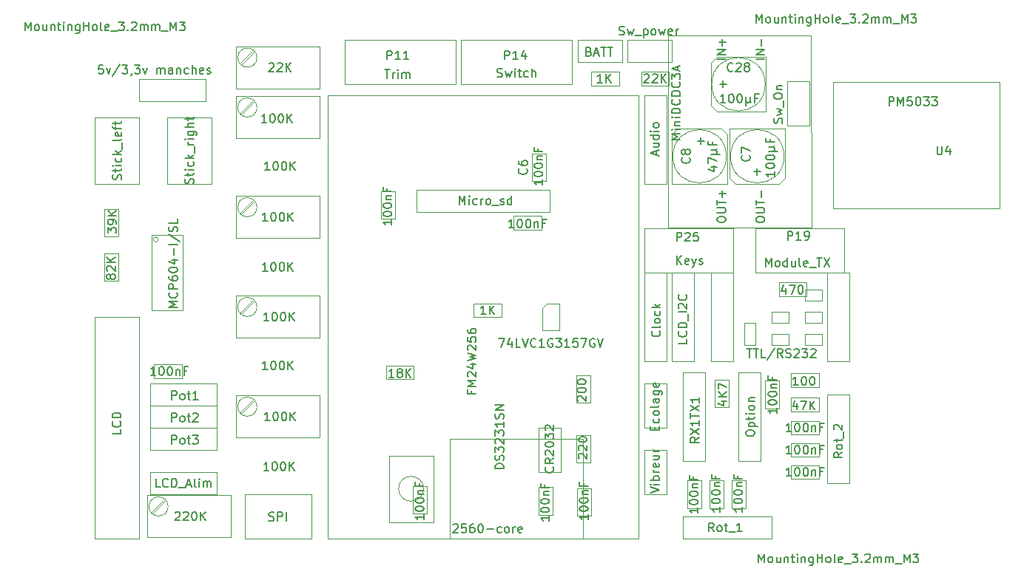
<source format=gbr>
G04 #@! TF.FileFunction,Other,Fab,Top*
%FSLAX46Y46*%
G04 Gerber Fmt 4.6, Leading zero omitted, Abs format (unit mm)*
G04 Created by KiCad (PCBNEW 4.0.7) date 11/16/17 10:49:34*
%MOMM*%
%LPD*%
G01*
G04 APERTURE LIST*
%ADD10C,0.100000*%
%ADD11C,0.120000*%
%ADD12C,0.150000*%
G04 APERTURE END LIST*
D10*
D11*
X192644520Y-96399480D02*
X194644520Y-96399480D01*
X194644520Y-96399480D02*
X194644520Y-93399480D01*
X194644520Y-93399480D02*
X193144520Y-93399480D01*
X193144520Y-93399480D02*
X192644520Y-93899480D01*
X192644520Y-93899480D02*
X192644520Y-96399480D01*
D10*
X223235520Y-72928480D02*
X223235520Y-67848480D01*
X223235520Y-67848480D02*
X220695520Y-67848480D01*
X220695520Y-67848480D02*
X220695520Y-72928480D01*
X220695520Y-72928480D02*
X223235520Y-72928480D01*
D11*
X225902520Y-82453480D02*
X225902520Y-67975480D01*
X244952520Y-82453480D02*
X244952520Y-67975480D01*
X244952520Y-67975480D02*
X225902520Y-67975480D01*
X225902520Y-82453480D02*
X244952520Y-82453480D01*
D10*
X214002520Y-105262480D02*
X212402520Y-105262480D01*
X214002520Y-102062480D02*
X214002520Y-105262480D01*
X212402520Y-102062480D02*
X214002520Y-102062480D01*
X212402520Y-105262480D02*
X212402520Y-102062480D01*
X221127520Y-102938480D02*
X221127520Y-101338480D01*
X224327520Y-102938480D02*
X221127520Y-102938480D01*
X224327520Y-101338480D02*
X224327520Y-102938480D01*
X221127520Y-101338480D02*
X224327520Y-101338480D01*
X221127520Y-105732480D02*
X221127520Y-104132480D01*
X224327520Y-105732480D02*
X221127520Y-105732480D01*
X224327520Y-104132480D02*
X224327520Y-105732480D01*
X221127520Y-104132480D02*
X224327520Y-104132480D01*
X146527520Y-120299480D02*
X146527520Y-94899480D01*
X146527520Y-94899480D02*
X141447520Y-94899480D01*
X141447520Y-94899480D02*
X141447520Y-120299480D01*
X141447520Y-120299480D02*
X146527520Y-120299480D01*
D11*
X180182520Y-118394480D02*
X180182520Y-110774480D01*
X180182520Y-110774480D02*
X175102520Y-110774480D01*
X175102520Y-110774480D02*
X175102520Y-118394480D01*
X179062423Y-114584480D02*
G75*
G03X179062423Y-114584480I-1419903J0D01*
G01*
X175102520Y-118394480D02*
X180182520Y-118394480D01*
X197327520Y-120299480D02*
X197327520Y-108869480D01*
X197327520Y-108869480D02*
X182087520Y-108869480D01*
X182087520Y-108869480D02*
X182087520Y-120299480D01*
X203677520Y-69499480D02*
X168117520Y-69499480D01*
X168117520Y-69499480D02*
X168117520Y-120299480D01*
X168117520Y-120299480D02*
X203677520Y-120299480D01*
X203677520Y-120299480D02*
X203677520Y-69499480D01*
D10*
X155417520Y-102519480D02*
X147797520Y-102519480D01*
X147797520Y-102519480D02*
X147797520Y-105059480D01*
X147797520Y-105059480D02*
X155417520Y-105059480D01*
X155417520Y-105059480D02*
X155417520Y-102519480D01*
X202407520Y-65689480D02*
X207487520Y-65689480D01*
X207487520Y-65689480D02*
X207487520Y-63149480D01*
X207487520Y-63149480D02*
X202407520Y-63149480D01*
X202407520Y-63149480D02*
X202407520Y-65689480D01*
X198127520Y-104754480D02*
X196527520Y-104754480D01*
X198127520Y-101554480D02*
X198127520Y-104754480D01*
X196527520Y-101554480D02*
X198127520Y-101554480D01*
X196527520Y-104754480D02*
X196527520Y-101554480D01*
X192247520Y-107599480D02*
X192247520Y-112679480D01*
X192247520Y-112679480D02*
X194787520Y-112679480D01*
X194787520Y-112679480D02*
X194787520Y-107599480D01*
X194787520Y-107599480D02*
X192247520Y-107599480D01*
X193809520Y-117581480D02*
X192209520Y-117581480D01*
X193809520Y-114381480D02*
X193809520Y-117581480D01*
X192209520Y-114381480D02*
X193809520Y-114381480D01*
X192209520Y-117581480D02*
X192209520Y-114381480D01*
X179458520Y-117454480D02*
X177858520Y-117454480D01*
X179458520Y-114254480D02*
X179458520Y-117454480D01*
X177858520Y-114254480D02*
X179458520Y-114254480D01*
X177858520Y-117454480D02*
X177858520Y-114254480D01*
X175775520Y-83672480D02*
X174175520Y-83672480D01*
X175775520Y-80472480D02*
X175775520Y-83672480D01*
X174175520Y-80472480D02*
X175775520Y-80472480D01*
X174175520Y-83672480D02*
X174175520Y-80472480D01*
X196654520Y-114508480D02*
X198254520Y-114508480D01*
X196654520Y-117708480D02*
X196654520Y-114508480D01*
X198254520Y-117708480D02*
X196654520Y-117708480D01*
X198254520Y-114508480D02*
X198254520Y-117708480D01*
X155417520Y-107599480D02*
X147797520Y-107599480D01*
X147797520Y-107599480D02*
X147797520Y-110139480D01*
X147797520Y-110139480D02*
X155417520Y-110139480D01*
X155417520Y-110139480D02*
X155417520Y-107599480D01*
X155417520Y-105059480D02*
X147797520Y-105059480D01*
X147797520Y-105059480D02*
X147797520Y-107599480D01*
X147797520Y-107599480D02*
X155417520Y-107599480D01*
X155417520Y-107599480D02*
X155417520Y-105059480D01*
X149702520Y-72039480D02*
X149702520Y-79659480D01*
X149702520Y-79659480D02*
X154782520Y-79659480D01*
X154782520Y-79659480D02*
X154782520Y-72039480D01*
X154782520Y-72039480D02*
X149702520Y-72039480D01*
X141447520Y-72039480D02*
X141447520Y-79659480D01*
X141447520Y-79659480D02*
X146527520Y-79659480D01*
X146527520Y-79659480D02*
X146527520Y-72039480D01*
X146527520Y-72039480D02*
X141447520Y-72039480D01*
D11*
X148716501Y-86009480D02*
G75*
G03X148716501Y-86009480I-283981J0D01*
G01*
X147924520Y-85501480D02*
X147924520Y-94137480D01*
X147924520Y-94137480D02*
X151480520Y-94137480D01*
X151480520Y-94137480D02*
X151480520Y-85501480D01*
X151480520Y-85501480D02*
X147924520Y-85501480D01*
D10*
X196692520Y-65689480D02*
X201772520Y-65689480D01*
X201772520Y-65689480D02*
X201772520Y-63149480D01*
X201772520Y-63149480D02*
X196692520Y-63149480D01*
X196692520Y-63149480D02*
X196692520Y-65689480D01*
X227807520Y-113949480D02*
X227807520Y-103789480D01*
X227807520Y-103789480D02*
X225267520Y-103789480D01*
X225267520Y-103789480D02*
X225267520Y-113949480D01*
X225267520Y-113949480D02*
X227807520Y-113949480D01*
X204312520Y-89819480D02*
X214472520Y-89819480D01*
X214472520Y-89819480D02*
X214472520Y-84739480D01*
X214472520Y-84739480D02*
X204312520Y-84739480D01*
X204312520Y-84739480D02*
X204312520Y-89819480D01*
D11*
X207060520Y-62649480D02*
X207081520Y-84650480D01*
X207081520Y-84650480D02*
X223459520Y-84676480D01*
X223459520Y-84676480D02*
X223431520Y-62659480D01*
X223431520Y-62659480D02*
X207055520Y-62654480D01*
D10*
X208757520Y-101249480D02*
X208757520Y-111409480D01*
X208757520Y-111409480D02*
X211297520Y-111409480D01*
X211297520Y-111409480D02*
X211297520Y-101249480D01*
X211297520Y-101249480D02*
X208757520Y-101249480D01*
X151429520Y-100322480D02*
X151429520Y-101922480D01*
X148229520Y-100322480D02*
X151429520Y-100322480D01*
X148229520Y-101922480D02*
X148229520Y-100322480D01*
X151429520Y-101922480D02*
X148229520Y-101922480D01*
X160002520Y-65174480D02*
G75*
G03X160002520Y-65174480I-1095000J0D01*
G01*
X167167520Y-68734480D02*
X167167520Y-63904480D01*
X167167520Y-63904480D02*
X157637520Y-63904480D01*
X157637520Y-63904480D02*
X157637520Y-68734480D01*
X157637520Y-68734480D02*
X167167520Y-68734480D01*
X158076520Y-65870480D02*
X159603520Y-64343480D01*
X158210520Y-66004480D02*
X159737520Y-64477480D01*
X149842520Y-116609480D02*
G75*
G03X149842520Y-116609480I-1095000J0D01*
G01*
X157007520Y-120169480D02*
X157007520Y-115339480D01*
X157007520Y-115339480D02*
X147477520Y-115339480D01*
X147477520Y-115339480D02*
X147477520Y-120169480D01*
X147477520Y-120169480D02*
X157007520Y-120169480D01*
X147916520Y-117305480D02*
X149443520Y-115778480D01*
X148050520Y-117439480D02*
X149577520Y-115912480D01*
X160002520Y-105179480D02*
G75*
G03X160002520Y-105179480I-1095000J0D01*
G01*
X167167520Y-108739480D02*
X167167520Y-103909480D01*
X167167520Y-103909480D02*
X157637520Y-103909480D01*
X157637520Y-103909480D02*
X157637520Y-108739480D01*
X157637520Y-108739480D02*
X167167520Y-108739480D01*
X158076520Y-105875480D02*
X159603520Y-104348480D01*
X158210520Y-106009480D02*
X159737520Y-104482480D01*
X160002520Y-70889480D02*
G75*
G03X160002520Y-70889480I-1095000J0D01*
G01*
X167167520Y-74449480D02*
X167167520Y-69619480D01*
X167167520Y-69619480D02*
X157637520Y-69619480D01*
X157637520Y-69619480D02*
X157637520Y-74449480D01*
X157637520Y-74449480D02*
X167167520Y-74449480D01*
X158076520Y-71585480D02*
X159603520Y-70058480D01*
X158210520Y-71719480D02*
X159737520Y-70192480D01*
X207487520Y-89819480D02*
X207487520Y-99979480D01*
X207487520Y-99979480D02*
X210027520Y-99979480D01*
X210027520Y-99979480D02*
X210027520Y-89819480D01*
X210027520Y-89819480D02*
X207487520Y-89819480D01*
X204312520Y-89819480D02*
X204312520Y-99979480D01*
X204312520Y-99979480D02*
X206852520Y-99979480D01*
X206852520Y-99979480D02*
X206852520Y-89819480D01*
X206852520Y-89819480D02*
X204312520Y-89819480D01*
X170022520Y-68229480D02*
X182722520Y-68229480D01*
X182722520Y-68229480D02*
X182722520Y-63149480D01*
X182722520Y-63149480D02*
X170022520Y-63149480D01*
X170022520Y-63149480D02*
X170022520Y-68229480D01*
X183357520Y-68229480D02*
X196057520Y-68229480D01*
X196057520Y-68229480D02*
X196057520Y-63149480D01*
X196057520Y-63149480D02*
X183357520Y-63149480D01*
X183357520Y-63149480D02*
X183357520Y-68229480D01*
X215907520Y-116819480D02*
X214307520Y-116819480D01*
X215907520Y-113619480D02*
X215907520Y-116819480D01*
X214307520Y-113619480D02*
X215907520Y-113619480D01*
X214307520Y-116819480D02*
X214307520Y-113619480D01*
X224327520Y-106799480D02*
X224327520Y-108399480D01*
X221127520Y-106799480D02*
X224327520Y-106799480D01*
X221127520Y-108399480D02*
X221127520Y-106799480D01*
X224327520Y-108399480D02*
X221127520Y-108399480D01*
X224327520Y-109339480D02*
X224327520Y-110939480D01*
X221127520Y-109339480D02*
X224327520Y-109339480D01*
X221127520Y-110939480D02*
X221127520Y-109339480D01*
X224327520Y-110939480D02*
X221127520Y-110939480D01*
X224327520Y-111879480D02*
X224327520Y-113479480D01*
X221127520Y-111879480D02*
X224327520Y-111879480D01*
X221127520Y-113479480D02*
X221127520Y-111879480D01*
X224327520Y-113479480D02*
X221127520Y-113479480D01*
X213367520Y-116819480D02*
X211767520Y-116819480D01*
X213367520Y-113619480D02*
X213367520Y-116819480D01*
X211767520Y-113619480D02*
X213367520Y-113619480D01*
X211767520Y-116819480D02*
X211767520Y-113619480D01*
X210827520Y-116819480D02*
X209227520Y-116819480D01*
X210827520Y-113619480D02*
X210827520Y-116819480D01*
X209227520Y-113619480D02*
X210827520Y-113619480D01*
X209227520Y-116819480D02*
X209227520Y-113619480D01*
X192577520Y-83304480D02*
X192577520Y-84904480D01*
X189377520Y-83304480D02*
X192577520Y-83304480D01*
X189377520Y-84904480D02*
X189377520Y-83304480D01*
X192577520Y-84904480D02*
X189377520Y-84904480D01*
X218117520Y-102189480D02*
X219717520Y-102189480D01*
X218117520Y-105389480D02*
X218117520Y-102189480D01*
X219717520Y-105389480D02*
X218117520Y-105389480D01*
X219717520Y-102189480D02*
X219717520Y-105389480D01*
X207182520Y-66794480D02*
X207182520Y-68394480D01*
X203982520Y-66794480D02*
X207182520Y-66794480D01*
X203982520Y-68394480D02*
X203982520Y-66794480D01*
X207182520Y-68394480D02*
X203982520Y-68394480D01*
X201467520Y-66794480D02*
X201467520Y-68394480D01*
X198267520Y-66794480D02*
X201467520Y-66794480D01*
X198267520Y-68394480D02*
X198267520Y-66794480D01*
X201467520Y-68394480D02*
X198267520Y-68394480D01*
X177972520Y-100449480D02*
X177972520Y-102049480D01*
X174772520Y-100449480D02*
X177972520Y-100449480D01*
X174772520Y-102049480D02*
X174772520Y-100449480D01*
X177972520Y-102049480D02*
X174772520Y-102049480D01*
X188005520Y-93337480D02*
X188005520Y-94937480D01*
X184805520Y-93337480D02*
X188005520Y-93337480D01*
X184805520Y-94937480D02*
X184805520Y-93337480D01*
X188005520Y-94937480D02*
X184805520Y-94937480D01*
X144152520Y-90784480D02*
X142552520Y-90784480D01*
X144152520Y-87584480D02*
X144152520Y-90784480D01*
X142552520Y-87584480D02*
X144152520Y-87584480D01*
X142552520Y-90784480D02*
X142552520Y-87584480D01*
X144152520Y-85704480D02*
X142552520Y-85704480D01*
X144152520Y-82504480D02*
X144152520Y-85704480D01*
X142552520Y-82504480D02*
X144152520Y-82504480D01*
X142552520Y-85704480D02*
X142552520Y-82504480D01*
X146527520Y-70134480D02*
X154147520Y-70134480D01*
X154147520Y-70134480D02*
X154147520Y-67594480D01*
X154147520Y-67594480D02*
X146527520Y-67594480D01*
X146527520Y-67594480D02*
X146527520Y-70134480D01*
X219730520Y-92524480D02*
X219730520Y-90924480D01*
X222930520Y-92524480D02*
X219730520Y-92524480D01*
X222930520Y-90924480D02*
X222930520Y-92524480D01*
X219730520Y-90924480D02*
X222930520Y-90924480D01*
X204312520Y-102519480D02*
X204312520Y-107599480D01*
X204312520Y-107599480D02*
X206852520Y-107599480D01*
X206852520Y-107599480D02*
X206852520Y-102519480D01*
X206852520Y-102519480D02*
X204312520Y-102519480D01*
X215107520Y-101249480D02*
X215107520Y-111409480D01*
X215107520Y-111409480D02*
X217647520Y-111409480D01*
X217647520Y-111409480D02*
X217647520Y-101249480D01*
X217647520Y-101249480D02*
X215107520Y-101249480D01*
X204312520Y-110139480D02*
X204312520Y-115219480D01*
X204312520Y-115219480D02*
X206852520Y-115219480D01*
X206852520Y-115219480D02*
X206852520Y-110139480D01*
X206852520Y-110139480D02*
X204312520Y-110139480D01*
X178277520Y-82834480D02*
X193517520Y-82834480D01*
X193517520Y-82834480D02*
X193517520Y-80294480D01*
X193517520Y-80294480D02*
X178277520Y-80294480D01*
X178277520Y-80294480D02*
X178277520Y-82834480D01*
X166212520Y-115219480D02*
X158592520Y-115219480D01*
X158592520Y-115219480D02*
X158592520Y-120299480D01*
X158592520Y-120299480D02*
X166212520Y-120299480D01*
X166212520Y-120299480D02*
X166212520Y-115219480D01*
X204312520Y-69499480D02*
X204312520Y-79659480D01*
X204312520Y-79659480D02*
X206852520Y-79659480D01*
X206852520Y-79659480D02*
X206852520Y-69499480D01*
X206852520Y-69499480D02*
X204312520Y-69499480D01*
X155417520Y-112679480D02*
X147797520Y-112679480D01*
X147797520Y-112679480D02*
X147797520Y-115219480D01*
X147797520Y-115219480D02*
X155417520Y-115219480D01*
X155417520Y-115219480D02*
X155417520Y-112679480D01*
X208757520Y-120299480D02*
X218917520Y-120299480D01*
X218917520Y-120299480D02*
X218917520Y-117759480D01*
X218917520Y-117759480D02*
X208757520Y-117759480D01*
X208757520Y-117759480D02*
X208757520Y-120299480D01*
X198127520Y-111612480D02*
X196527520Y-111612480D01*
X198127520Y-108412480D02*
X198127520Y-111612480D01*
X196527520Y-108412480D02*
X198127520Y-108412480D01*
X196527520Y-111612480D02*
X196527520Y-108412480D01*
X217012520Y-89819480D02*
X227172520Y-89819480D01*
X227172520Y-89819480D02*
X227172520Y-84739480D01*
X227172520Y-84739480D02*
X217012520Y-84739480D01*
X217012520Y-84739480D02*
X217012520Y-89819480D01*
X218166932Y-68229480D02*
G75*
G03X218166932Y-68229480I-3059412J0D01*
G01*
X218257520Y-71379480D02*
X218257520Y-65079480D01*
X212627520Y-71379480D02*
X218257520Y-71379480D01*
X211957520Y-70709480D02*
X212627520Y-71379480D01*
X211957520Y-65749480D02*
X211957520Y-70709480D01*
X212627520Y-65079480D02*
X211957520Y-65749480D01*
X218257520Y-65079480D02*
X212627520Y-65079480D01*
X160002520Y-82319480D02*
G75*
G03X160002520Y-82319480I-1095000J0D01*
G01*
X167167520Y-85879480D02*
X167167520Y-81049480D01*
X167167520Y-81049480D02*
X157637520Y-81049480D01*
X157637520Y-81049480D02*
X157637520Y-85879480D01*
X157637520Y-85879480D02*
X167167520Y-85879480D01*
X158076520Y-83015480D02*
X159603520Y-81488480D01*
X158210520Y-83149480D02*
X159737520Y-81622480D01*
X160002520Y-93749480D02*
G75*
G03X160002520Y-93749480I-1095000J0D01*
G01*
X167167520Y-97309480D02*
X167167520Y-92479480D01*
X167167520Y-92479480D02*
X157637520Y-92479480D01*
X157637520Y-92479480D02*
X157637520Y-97309480D01*
X157637520Y-97309480D02*
X167167520Y-97309480D01*
X158076520Y-94445480D02*
X159603520Y-92918480D01*
X158210520Y-94579480D02*
X159737520Y-93052480D01*
X193047520Y-79354480D02*
X191447520Y-79354480D01*
X193047520Y-76154480D02*
X193047520Y-79354480D01*
X191447520Y-76154480D02*
X193047520Y-76154480D01*
X191447520Y-79354480D02*
X191447520Y-76154480D01*
X220325932Y-76484480D02*
G75*
G03X220325932Y-76484480I-3059412J0D01*
G01*
X220416520Y-73334480D02*
X214116520Y-73334480D01*
X220416520Y-78964480D02*
X220416520Y-73334480D01*
X219746520Y-79634480D02*
X220416520Y-78964480D01*
X214786520Y-79634480D02*
X219746520Y-79634480D01*
X214116520Y-78964480D02*
X214786520Y-79634480D01*
X214116520Y-73334480D02*
X214116520Y-78964480D01*
X213721932Y-76484480D02*
G75*
G03X213721932Y-76484480I-3059412J0D01*
G01*
X207512520Y-79634480D02*
X213812520Y-79634480D01*
X207512520Y-74004480D02*
X207512520Y-79634480D01*
X208182520Y-73334480D02*
X207512520Y-74004480D01*
X213142520Y-73334480D02*
X208182520Y-73334480D01*
X213812520Y-74004480D02*
X213142520Y-73334480D01*
X213812520Y-79634480D02*
X213812520Y-74004480D01*
D11*
X217012520Y-98074480D02*
X217012520Y-95534480D01*
X217012520Y-95534480D02*
X215742520Y-95534480D01*
X215742520Y-95534480D02*
X215742520Y-98074480D01*
X215742520Y-98074480D02*
X217012520Y-98074480D01*
X220822520Y-95534480D02*
X218917520Y-95534480D01*
X218917520Y-95534480D02*
X218917520Y-94264480D01*
X218917520Y-94264480D02*
X220822520Y-94264480D01*
X220822520Y-94264480D02*
X220822520Y-95534480D01*
X220822520Y-96804480D02*
X220822520Y-98074480D01*
X220822520Y-98074480D02*
X218917520Y-98074480D01*
X218917520Y-98074480D02*
X218917520Y-96804480D01*
X218917520Y-96804480D02*
X220822520Y-96804480D01*
X224632520Y-92994480D02*
X222727520Y-92994480D01*
X222727520Y-92994480D02*
X222727520Y-91724480D01*
X222727520Y-91724480D02*
X224632520Y-91724480D01*
X224632520Y-91724480D02*
X224632520Y-92994480D01*
X224632520Y-95534480D02*
X224632520Y-94264480D01*
X224632520Y-94264480D02*
X222727520Y-94264480D01*
X222727520Y-94264480D02*
X222727520Y-95534480D01*
X222727520Y-95534480D02*
X224632520Y-95534480D01*
X224632520Y-96804480D02*
X224632520Y-98074480D01*
X224632520Y-98074480D02*
X222727520Y-98074480D01*
X224632520Y-96804480D02*
X222727520Y-96804480D01*
X222727520Y-96804480D02*
X222727520Y-98074480D01*
D10*
X225267520Y-99992180D02*
X227807520Y-99992180D01*
X225267520Y-89832180D02*
X225267520Y-99992180D01*
X225267520Y-89832180D02*
X227807520Y-89832180D01*
X214472520Y-99992180D02*
X211932520Y-99992180D01*
X227807520Y-89832180D02*
X227807520Y-99992180D01*
X211932520Y-89832180D02*
X214472520Y-89832180D01*
X211932520Y-99992180D02*
X211932520Y-89832180D01*
X211932520Y-99992180D02*
X211932520Y-89832180D01*
X211932520Y-89832180D02*
X214472520Y-89832180D01*
X214472520Y-89832180D02*
X214472520Y-99992180D01*
X214472520Y-99992180D02*
X211932520Y-99992180D01*
D12*
X187692139Y-97351861D02*
X188358806Y-97351861D01*
X187930234Y-98351861D01*
X189168330Y-97685194D02*
X189168330Y-98351861D01*
X188930234Y-97304242D02*
X188692139Y-98018528D01*
X189311187Y-98018528D01*
X190168330Y-98351861D02*
X189692139Y-98351861D01*
X189692139Y-97351861D01*
X190358806Y-97351861D02*
X190692139Y-98351861D01*
X191025473Y-97351861D01*
X191930235Y-98256623D02*
X191882616Y-98304242D01*
X191739759Y-98351861D01*
X191644521Y-98351861D01*
X191501663Y-98304242D01*
X191406425Y-98209004D01*
X191358806Y-98113766D01*
X191311187Y-97923290D01*
X191311187Y-97780432D01*
X191358806Y-97589956D01*
X191406425Y-97494718D01*
X191501663Y-97399480D01*
X191644521Y-97351861D01*
X191739759Y-97351861D01*
X191882616Y-97399480D01*
X191930235Y-97447099D01*
X192882616Y-98351861D02*
X192311187Y-98351861D01*
X192596901Y-98351861D02*
X192596901Y-97351861D01*
X192501663Y-97494718D01*
X192406425Y-97589956D01*
X192311187Y-97637575D01*
X193834997Y-97399480D02*
X193739759Y-97351861D01*
X193596902Y-97351861D01*
X193454044Y-97399480D01*
X193358806Y-97494718D01*
X193311187Y-97589956D01*
X193263568Y-97780432D01*
X193263568Y-97923290D01*
X193311187Y-98113766D01*
X193358806Y-98209004D01*
X193454044Y-98304242D01*
X193596902Y-98351861D01*
X193692140Y-98351861D01*
X193834997Y-98304242D01*
X193882616Y-98256623D01*
X193882616Y-97923290D01*
X193692140Y-97923290D01*
X194215949Y-97351861D02*
X194834997Y-97351861D01*
X194501663Y-97732813D01*
X194644521Y-97732813D01*
X194739759Y-97780432D01*
X194787378Y-97828051D01*
X194834997Y-97923290D01*
X194834997Y-98161385D01*
X194787378Y-98256623D01*
X194739759Y-98304242D01*
X194644521Y-98351861D01*
X194358806Y-98351861D01*
X194263568Y-98304242D01*
X194215949Y-98256623D01*
X195787378Y-98351861D02*
X195215949Y-98351861D01*
X195501663Y-98351861D02*
X195501663Y-97351861D01*
X195406425Y-97494718D01*
X195311187Y-97589956D01*
X195215949Y-97637575D01*
X196692140Y-97351861D02*
X196215949Y-97351861D01*
X196168330Y-97828051D01*
X196215949Y-97780432D01*
X196311187Y-97732813D01*
X196549283Y-97732813D01*
X196644521Y-97780432D01*
X196692140Y-97828051D01*
X196739759Y-97923290D01*
X196739759Y-98161385D01*
X196692140Y-98256623D01*
X196644521Y-98304242D01*
X196549283Y-98351861D01*
X196311187Y-98351861D01*
X196215949Y-98304242D01*
X196168330Y-98256623D01*
X197073092Y-97351861D02*
X197739759Y-97351861D01*
X197311187Y-98351861D01*
X198644521Y-97399480D02*
X198549283Y-97351861D01*
X198406426Y-97351861D01*
X198263568Y-97399480D01*
X198168330Y-97494718D01*
X198120711Y-97589956D01*
X198073092Y-97780432D01*
X198073092Y-97923290D01*
X198120711Y-98113766D01*
X198168330Y-98209004D01*
X198263568Y-98304242D01*
X198406426Y-98351861D01*
X198501664Y-98351861D01*
X198644521Y-98304242D01*
X198692140Y-98256623D01*
X198692140Y-97923290D01*
X198501664Y-97923290D01*
X198977854Y-97351861D02*
X199311187Y-98351861D01*
X199644521Y-97351861D01*
X220084282Y-72682147D02*
X220131901Y-72539290D01*
X220131901Y-72301194D01*
X220084282Y-72205956D01*
X220036663Y-72158337D01*
X219941425Y-72110718D01*
X219846187Y-72110718D01*
X219750949Y-72158337D01*
X219703330Y-72205956D01*
X219655710Y-72301194D01*
X219608091Y-72491671D01*
X219560472Y-72586909D01*
X219512853Y-72634528D01*
X219417615Y-72682147D01*
X219322377Y-72682147D01*
X219227139Y-72634528D01*
X219179520Y-72586909D01*
X219131901Y-72491671D01*
X219131901Y-72253575D01*
X219179520Y-72110718D01*
X219465234Y-71777385D02*
X220131901Y-71586909D01*
X219655710Y-71396432D01*
X220131901Y-71205956D01*
X219465234Y-71015480D01*
X220227139Y-70872623D02*
X220227139Y-70110718D01*
X219131901Y-69682147D02*
X219131901Y-69491670D01*
X219179520Y-69396432D01*
X219274758Y-69301194D01*
X219465234Y-69253575D01*
X219798568Y-69253575D01*
X219989044Y-69301194D01*
X220084282Y-69396432D01*
X220131901Y-69491670D01*
X220131901Y-69682147D01*
X220084282Y-69777385D01*
X219989044Y-69872623D01*
X219798568Y-69920242D01*
X219465234Y-69920242D01*
X219274758Y-69872623D01*
X219179520Y-69777385D01*
X219131901Y-69682147D01*
X219465234Y-68825004D02*
X220131901Y-68825004D01*
X219560472Y-68825004D02*
X219512853Y-68777385D01*
X219465234Y-68682147D01*
X219465234Y-68539289D01*
X219512853Y-68444051D01*
X219608091Y-68396432D01*
X220131901Y-68396432D01*
X232334425Y-70686861D02*
X232334425Y-69686861D01*
X232715378Y-69686861D01*
X232810616Y-69734480D01*
X232858235Y-69782099D01*
X232905854Y-69877337D01*
X232905854Y-70020194D01*
X232858235Y-70115432D01*
X232810616Y-70163051D01*
X232715378Y-70210670D01*
X232334425Y-70210670D01*
X233334425Y-70686861D02*
X233334425Y-69686861D01*
X233667759Y-70401147D01*
X234001092Y-69686861D01*
X234001092Y-70686861D01*
X234953473Y-69686861D02*
X234477282Y-69686861D01*
X234429663Y-70163051D01*
X234477282Y-70115432D01*
X234572520Y-70067813D01*
X234810616Y-70067813D01*
X234905854Y-70115432D01*
X234953473Y-70163051D01*
X235001092Y-70258290D01*
X235001092Y-70496385D01*
X234953473Y-70591623D01*
X234905854Y-70639242D01*
X234810616Y-70686861D01*
X234572520Y-70686861D01*
X234477282Y-70639242D01*
X234429663Y-70591623D01*
X235620139Y-69686861D02*
X235715378Y-69686861D01*
X235810616Y-69734480D01*
X235858235Y-69782099D01*
X235905854Y-69877337D01*
X235953473Y-70067813D01*
X235953473Y-70305909D01*
X235905854Y-70496385D01*
X235858235Y-70591623D01*
X235810616Y-70639242D01*
X235715378Y-70686861D01*
X235620139Y-70686861D01*
X235524901Y-70639242D01*
X235477282Y-70591623D01*
X235429663Y-70496385D01*
X235382044Y-70305909D01*
X235382044Y-70067813D01*
X235429663Y-69877337D01*
X235477282Y-69782099D01*
X235524901Y-69734480D01*
X235620139Y-69686861D01*
X236286806Y-69686861D02*
X236905854Y-69686861D01*
X236572520Y-70067813D01*
X236715378Y-70067813D01*
X236810616Y-70115432D01*
X236858235Y-70163051D01*
X236905854Y-70258290D01*
X236905854Y-70496385D01*
X236858235Y-70591623D01*
X236810616Y-70639242D01*
X236715378Y-70686861D01*
X236429663Y-70686861D01*
X236334425Y-70639242D01*
X236286806Y-70591623D01*
X237239187Y-69686861D02*
X237858235Y-69686861D01*
X237524901Y-70067813D01*
X237667759Y-70067813D01*
X237762997Y-70115432D01*
X237810616Y-70163051D01*
X237858235Y-70258290D01*
X237858235Y-70496385D01*
X237810616Y-70591623D01*
X237762997Y-70639242D01*
X237667759Y-70686861D01*
X237382044Y-70686861D01*
X237286806Y-70639242D01*
X237239187Y-70591623D01*
X237840615Y-75301861D02*
X237840615Y-76111385D01*
X237888234Y-76206623D01*
X237935853Y-76254242D01*
X238031091Y-76301861D01*
X238221568Y-76301861D01*
X238316806Y-76254242D01*
X238364425Y-76206623D01*
X238412044Y-76111385D01*
X238412044Y-75301861D01*
X239316806Y-75635194D02*
X239316806Y-76301861D01*
X239078710Y-75254242D02*
X238840615Y-75968528D01*
X239459663Y-75968528D01*
X213115234Y-104575194D02*
X213781901Y-104575194D01*
X212734282Y-104813290D02*
X213448568Y-105051385D01*
X213448568Y-104432337D01*
X213781901Y-104051385D02*
X212781901Y-104051385D01*
X213781901Y-103479956D02*
X213210472Y-103908528D01*
X212781901Y-103479956D02*
X213353330Y-104051385D01*
X212781901Y-103146623D02*
X212781901Y-102479956D01*
X213781901Y-102908528D01*
X221933854Y-102717861D02*
X221362425Y-102717861D01*
X221648139Y-102717861D02*
X221648139Y-101717861D01*
X221552901Y-101860718D01*
X221457663Y-101955956D01*
X221362425Y-102003575D01*
X222552901Y-101717861D02*
X222648140Y-101717861D01*
X222743378Y-101765480D01*
X222790997Y-101813099D01*
X222838616Y-101908337D01*
X222886235Y-102098813D01*
X222886235Y-102336909D01*
X222838616Y-102527385D01*
X222790997Y-102622623D01*
X222743378Y-102670242D01*
X222648140Y-102717861D01*
X222552901Y-102717861D01*
X222457663Y-102670242D01*
X222410044Y-102622623D01*
X222362425Y-102527385D01*
X222314806Y-102336909D01*
X222314806Y-102098813D01*
X222362425Y-101908337D01*
X222410044Y-101813099D01*
X222457663Y-101765480D01*
X222552901Y-101717861D01*
X223505282Y-101717861D02*
X223600521Y-101717861D01*
X223695759Y-101765480D01*
X223743378Y-101813099D01*
X223790997Y-101908337D01*
X223838616Y-102098813D01*
X223838616Y-102336909D01*
X223790997Y-102527385D01*
X223743378Y-102622623D01*
X223695759Y-102670242D01*
X223600521Y-102717861D01*
X223505282Y-102717861D01*
X223410044Y-102670242D01*
X223362425Y-102622623D01*
X223314806Y-102527385D01*
X223267187Y-102336909D01*
X223267187Y-102098813D01*
X223314806Y-101908337D01*
X223362425Y-101813099D01*
X223410044Y-101765480D01*
X223505282Y-101717861D01*
X221814806Y-104845194D02*
X221814806Y-105511861D01*
X221576710Y-104464242D02*
X221338615Y-105178528D01*
X221957663Y-105178528D01*
X222243377Y-104511861D02*
X222910044Y-104511861D01*
X222481472Y-105511861D01*
X223290996Y-105511861D02*
X223290996Y-104511861D01*
X223862425Y-105511861D02*
X223433853Y-104940432D01*
X223862425Y-104511861D02*
X223290996Y-105083290D01*
X144439901Y-107781956D02*
X144439901Y-108258147D01*
X143439901Y-108258147D01*
X144344663Y-106877194D02*
X144392282Y-106924813D01*
X144439901Y-107067670D01*
X144439901Y-107162908D01*
X144392282Y-107305766D01*
X144297044Y-107401004D01*
X144201806Y-107448623D01*
X144011330Y-107496242D01*
X143868472Y-107496242D01*
X143677996Y-107448623D01*
X143582758Y-107401004D01*
X143487520Y-107305766D01*
X143439901Y-107162908D01*
X143439901Y-107067670D01*
X143487520Y-106924813D01*
X143535139Y-106877194D01*
X144439901Y-106448623D02*
X143439901Y-106448623D01*
X143439901Y-106210528D01*
X143487520Y-106067670D01*
X143582758Y-105972432D01*
X143677996Y-105924813D01*
X143868472Y-105877194D01*
X144011330Y-105877194D01*
X144201806Y-105924813D01*
X144297044Y-105972432D01*
X144392282Y-106067670D01*
X144439901Y-106210528D01*
X144439901Y-106448623D01*
X182453139Y-118704099D02*
X182500758Y-118656480D01*
X182595996Y-118608861D01*
X182834092Y-118608861D01*
X182929330Y-118656480D01*
X182976949Y-118704099D01*
X183024568Y-118799337D01*
X183024568Y-118894575D01*
X182976949Y-119037432D01*
X182405520Y-119608861D01*
X183024568Y-119608861D01*
X183929330Y-118608861D02*
X183453139Y-118608861D01*
X183405520Y-119085051D01*
X183453139Y-119037432D01*
X183548377Y-118989813D01*
X183786473Y-118989813D01*
X183881711Y-119037432D01*
X183929330Y-119085051D01*
X183976949Y-119180290D01*
X183976949Y-119418385D01*
X183929330Y-119513623D01*
X183881711Y-119561242D01*
X183786473Y-119608861D01*
X183548377Y-119608861D01*
X183453139Y-119561242D01*
X183405520Y-119513623D01*
X184834092Y-118608861D02*
X184643615Y-118608861D01*
X184548377Y-118656480D01*
X184500758Y-118704099D01*
X184405520Y-118846956D01*
X184357901Y-119037432D01*
X184357901Y-119418385D01*
X184405520Y-119513623D01*
X184453139Y-119561242D01*
X184548377Y-119608861D01*
X184738854Y-119608861D01*
X184834092Y-119561242D01*
X184881711Y-119513623D01*
X184929330Y-119418385D01*
X184929330Y-119180290D01*
X184881711Y-119085051D01*
X184834092Y-119037432D01*
X184738854Y-118989813D01*
X184548377Y-118989813D01*
X184453139Y-119037432D01*
X184405520Y-119085051D01*
X184357901Y-119180290D01*
X185548377Y-118608861D02*
X185643616Y-118608861D01*
X185738854Y-118656480D01*
X185786473Y-118704099D01*
X185834092Y-118799337D01*
X185881711Y-118989813D01*
X185881711Y-119227909D01*
X185834092Y-119418385D01*
X185786473Y-119513623D01*
X185738854Y-119561242D01*
X185643616Y-119608861D01*
X185548377Y-119608861D01*
X185453139Y-119561242D01*
X185405520Y-119513623D01*
X185357901Y-119418385D01*
X185310282Y-119227909D01*
X185310282Y-118989813D01*
X185357901Y-118799337D01*
X185405520Y-118704099D01*
X185453139Y-118656480D01*
X185548377Y-118608861D01*
X186310282Y-119227909D02*
X187072187Y-119227909D01*
X187976949Y-119561242D02*
X187881711Y-119608861D01*
X187691234Y-119608861D01*
X187595996Y-119561242D01*
X187548377Y-119513623D01*
X187500758Y-119418385D01*
X187500758Y-119132670D01*
X187548377Y-119037432D01*
X187595996Y-118989813D01*
X187691234Y-118942194D01*
X187881711Y-118942194D01*
X187976949Y-118989813D01*
X188548377Y-119608861D02*
X188453139Y-119561242D01*
X188405520Y-119513623D01*
X188357901Y-119418385D01*
X188357901Y-119132670D01*
X188405520Y-119037432D01*
X188453139Y-118989813D01*
X188548377Y-118942194D01*
X188691235Y-118942194D01*
X188786473Y-118989813D01*
X188834092Y-119037432D01*
X188881711Y-119132670D01*
X188881711Y-119418385D01*
X188834092Y-119513623D01*
X188786473Y-119561242D01*
X188691235Y-119608861D01*
X188548377Y-119608861D01*
X189310282Y-119608861D02*
X189310282Y-118942194D01*
X189310282Y-119132670D02*
X189357901Y-119037432D01*
X189405520Y-118989813D01*
X189500758Y-118942194D01*
X189595997Y-118942194D01*
X190310283Y-119561242D02*
X190215045Y-119608861D01*
X190024568Y-119608861D01*
X189929330Y-119561242D01*
X189881711Y-119466004D01*
X189881711Y-119085051D01*
X189929330Y-118989813D01*
X190024568Y-118942194D01*
X190215045Y-118942194D01*
X190310283Y-118989813D01*
X190357902Y-119085051D01*
X190357902Y-119180290D01*
X189881711Y-119275528D01*
X150258329Y-104368861D02*
X150258329Y-103368861D01*
X150639282Y-103368861D01*
X150734520Y-103416480D01*
X150782139Y-103464099D01*
X150829758Y-103559337D01*
X150829758Y-103702194D01*
X150782139Y-103797432D01*
X150734520Y-103845051D01*
X150639282Y-103892670D01*
X150258329Y-103892670D01*
X151401186Y-104368861D02*
X151305948Y-104321242D01*
X151258329Y-104273623D01*
X151210710Y-104178385D01*
X151210710Y-103892670D01*
X151258329Y-103797432D01*
X151305948Y-103749813D01*
X151401186Y-103702194D01*
X151544044Y-103702194D01*
X151639282Y-103749813D01*
X151686901Y-103797432D01*
X151734520Y-103892670D01*
X151734520Y-104178385D01*
X151686901Y-104273623D01*
X151639282Y-104321242D01*
X151544044Y-104368861D01*
X151401186Y-104368861D01*
X152020234Y-103702194D02*
X152401186Y-103702194D01*
X152163091Y-103368861D02*
X152163091Y-104226004D01*
X152210710Y-104321242D01*
X152305948Y-104368861D01*
X152401186Y-104368861D01*
X153258330Y-104368861D02*
X152686901Y-104368861D01*
X152972615Y-104368861D02*
X152972615Y-103368861D01*
X152877377Y-103511718D01*
X152782139Y-103606956D01*
X152686901Y-103654575D01*
X201463377Y-62538242D02*
X201606234Y-62585861D01*
X201844330Y-62585861D01*
X201939568Y-62538242D01*
X201987187Y-62490623D01*
X202034806Y-62395385D01*
X202034806Y-62300147D01*
X201987187Y-62204909D01*
X201939568Y-62157290D01*
X201844330Y-62109670D01*
X201653853Y-62062051D01*
X201558615Y-62014432D01*
X201510996Y-61966813D01*
X201463377Y-61871575D01*
X201463377Y-61776337D01*
X201510996Y-61681099D01*
X201558615Y-61633480D01*
X201653853Y-61585861D01*
X201891949Y-61585861D01*
X202034806Y-61633480D01*
X202368139Y-61919194D02*
X202558615Y-62585861D01*
X202749092Y-62109670D01*
X202939568Y-62585861D01*
X203130044Y-61919194D01*
X203272901Y-62681099D02*
X204034806Y-62681099D01*
X204272901Y-61919194D02*
X204272901Y-62919194D01*
X204272901Y-61966813D02*
X204368139Y-61919194D01*
X204558616Y-61919194D01*
X204653854Y-61966813D01*
X204701473Y-62014432D01*
X204749092Y-62109670D01*
X204749092Y-62395385D01*
X204701473Y-62490623D01*
X204653854Y-62538242D01*
X204558616Y-62585861D01*
X204368139Y-62585861D01*
X204272901Y-62538242D01*
X205320520Y-62585861D02*
X205225282Y-62538242D01*
X205177663Y-62490623D01*
X205130044Y-62395385D01*
X205130044Y-62109670D01*
X205177663Y-62014432D01*
X205225282Y-61966813D01*
X205320520Y-61919194D01*
X205463378Y-61919194D01*
X205558616Y-61966813D01*
X205606235Y-62014432D01*
X205653854Y-62109670D01*
X205653854Y-62395385D01*
X205606235Y-62490623D01*
X205558616Y-62538242D01*
X205463378Y-62585861D01*
X205320520Y-62585861D01*
X205987187Y-61919194D02*
X206177663Y-62585861D01*
X206368140Y-62109670D01*
X206558616Y-62585861D01*
X206749092Y-61919194D01*
X207510997Y-62538242D02*
X207415759Y-62585861D01*
X207225282Y-62585861D01*
X207130044Y-62538242D01*
X207082425Y-62443004D01*
X207082425Y-62062051D01*
X207130044Y-61966813D01*
X207225282Y-61919194D01*
X207415759Y-61919194D01*
X207510997Y-61966813D01*
X207558616Y-62062051D01*
X207558616Y-62157290D01*
X207082425Y-62252528D01*
X207987187Y-62585861D02*
X207987187Y-61919194D01*
X207987187Y-62109670D02*
X208034806Y-62014432D01*
X208082425Y-61966813D01*
X208177663Y-61919194D01*
X208272902Y-61919194D01*
X196748139Y-104519575D02*
X196700520Y-104471956D01*
X196652901Y-104376718D01*
X196652901Y-104138622D01*
X196700520Y-104043384D01*
X196748139Y-103995765D01*
X196843377Y-103948146D01*
X196938615Y-103948146D01*
X197081472Y-103995765D01*
X197652901Y-104567194D01*
X197652901Y-103948146D01*
X196652901Y-103329099D02*
X196652901Y-103233860D01*
X196700520Y-103138622D01*
X196748139Y-103091003D01*
X196843377Y-103043384D01*
X197033853Y-102995765D01*
X197271949Y-102995765D01*
X197462425Y-103043384D01*
X197557663Y-103091003D01*
X197605282Y-103138622D01*
X197652901Y-103233860D01*
X197652901Y-103329099D01*
X197605282Y-103424337D01*
X197557663Y-103471956D01*
X197462425Y-103519575D01*
X197271949Y-103567194D01*
X197033853Y-103567194D01*
X196843377Y-103519575D01*
X196748139Y-103471956D01*
X196700520Y-103424337D01*
X196652901Y-103329099D01*
X196652901Y-102376718D02*
X196652901Y-102281479D01*
X196700520Y-102186241D01*
X196748139Y-102138622D01*
X196843377Y-102091003D01*
X197033853Y-102043384D01*
X197271949Y-102043384D01*
X197462425Y-102091003D01*
X197557663Y-102138622D01*
X197605282Y-102186241D01*
X197652901Y-102281479D01*
X197652901Y-102376718D01*
X197605282Y-102471956D01*
X197557663Y-102519575D01*
X197462425Y-102567194D01*
X197271949Y-102614813D01*
X197033853Y-102614813D01*
X196843377Y-102567194D01*
X196748139Y-102519575D01*
X196700520Y-102471956D01*
X196652901Y-102376718D01*
X184556091Y-103360432D02*
X184556091Y-103693766D01*
X185079901Y-103693766D02*
X184079901Y-103693766D01*
X184079901Y-103217575D01*
X185079901Y-102836623D02*
X184079901Y-102836623D01*
X184794187Y-102503289D01*
X184079901Y-102169956D01*
X185079901Y-102169956D01*
X184175139Y-101741385D02*
X184127520Y-101693766D01*
X184079901Y-101598528D01*
X184079901Y-101360432D01*
X184127520Y-101265194D01*
X184175139Y-101217575D01*
X184270377Y-101169956D01*
X184365615Y-101169956D01*
X184508472Y-101217575D01*
X185079901Y-101789004D01*
X185079901Y-101169956D01*
X184413234Y-100312813D02*
X185079901Y-100312813D01*
X184032282Y-100550909D02*
X184746568Y-100789004D01*
X184746568Y-100169956D01*
X184079901Y-99884242D02*
X185079901Y-99646147D01*
X184365615Y-99455670D01*
X185079901Y-99265194D01*
X184079901Y-99027099D01*
X184175139Y-98693766D02*
X184127520Y-98646147D01*
X184079901Y-98550909D01*
X184079901Y-98312813D01*
X184127520Y-98217575D01*
X184175139Y-98169956D01*
X184270377Y-98122337D01*
X184365615Y-98122337D01*
X184508472Y-98169956D01*
X185079901Y-98741385D01*
X185079901Y-98122337D01*
X184079901Y-97217575D02*
X184079901Y-97693766D01*
X184556091Y-97741385D01*
X184508472Y-97693766D01*
X184460853Y-97598528D01*
X184460853Y-97360432D01*
X184508472Y-97265194D01*
X184556091Y-97217575D01*
X184651330Y-97169956D01*
X184889425Y-97169956D01*
X184984663Y-97217575D01*
X185032282Y-97265194D01*
X185079901Y-97360432D01*
X185079901Y-97598528D01*
X185032282Y-97693766D01*
X184984663Y-97741385D01*
X184079901Y-96312813D02*
X184079901Y-96503290D01*
X184127520Y-96598528D01*
X184175139Y-96646147D01*
X184317996Y-96741385D01*
X184508472Y-96789004D01*
X184889425Y-96789004D01*
X184984663Y-96741385D01*
X185032282Y-96693766D01*
X185079901Y-96598528D01*
X185079901Y-96408051D01*
X185032282Y-96312813D01*
X184984663Y-96265194D01*
X184889425Y-96217575D01*
X184651330Y-96217575D01*
X184556091Y-96265194D01*
X184508472Y-96312813D01*
X184460853Y-96408051D01*
X184460853Y-96598528D01*
X184508472Y-96693766D01*
X184556091Y-96741385D01*
X184651330Y-96789004D01*
X193874663Y-112107718D02*
X193922282Y-112155337D01*
X193969901Y-112298194D01*
X193969901Y-112393432D01*
X193922282Y-112536290D01*
X193827044Y-112631528D01*
X193731806Y-112679147D01*
X193541330Y-112726766D01*
X193398472Y-112726766D01*
X193207996Y-112679147D01*
X193112758Y-112631528D01*
X193017520Y-112536290D01*
X192969901Y-112393432D01*
X192969901Y-112298194D01*
X193017520Y-112155337D01*
X193065139Y-112107718D01*
X193969901Y-111107718D02*
X193493710Y-111441052D01*
X193969901Y-111679147D02*
X192969901Y-111679147D01*
X192969901Y-111298194D01*
X193017520Y-111202956D01*
X193065139Y-111155337D01*
X193160377Y-111107718D01*
X193303234Y-111107718D01*
X193398472Y-111155337D01*
X193446091Y-111202956D01*
X193493710Y-111298194D01*
X193493710Y-111679147D01*
X193065139Y-110726766D02*
X193017520Y-110679147D01*
X192969901Y-110583909D01*
X192969901Y-110345813D01*
X193017520Y-110250575D01*
X193065139Y-110202956D01*
X193160377Y-110155337D01*
X193255615Y-110155337D01*
X193398472Y-110202956D01*
X193969901Y-110774385D01*
X193969901Y-110155337D01*
X192969901Y-109536290D02*
X192969901Y-109441051D01*
X193017520Y-109345813D01*
X193065139Y-109298194D01*
X193160377Y-109250575D01*
X193350853Y-109202956D01*
X193588949Y-109202956D01*
X193779425Y-109250575D01*
X193874663Y-109298194D01*
X193922282Y-109345813D01*
X193969901Y-109441051D01*
X193969901Y-109536290D01*
X193922282Y-109631528D01*
X193874663Y-109679147D01*
X193779425Y-109726766D01*
X193588949Y-109774385D01*
X193350853Y-109774385D01*
X193160377Y-109726766D01*
X193065139Y-109679147D01*
X193017520Y-109631528D01*
X192969901Y-109536290D01*
X192969901Y-108869623D02*
X192969901Y-108250575D01*
X193350853Y-108583909D01*
X193350853Y-108441051D01*
X193398472Y-108345813D01*
X193446091Y-108298194D01*
X193541330Y-108250575D01*
X193779425Y-108250575D01*
X193874663Y-108298194D01*
X193922282Y-108345813D01*
X193969901Y-108441051D01*
X193969901Y-108726766D01*
X193922282Y-108822004D01*
X193874663Y-108869623D01*
X193065139Y-107869623D02*
X193017520Y-107822004D01*
X192969901Y-107726766D01*
X192969901Y-107488670D01*
X193017520Y-107393432D01*
X193065139Y-107345813D01*
X193160377Y-107298194D01*
X193255615Y-107298194D01*
X193398472Y-107345813D01*
X193969901Y-107917242D01*
X193969901Y-107298194D01*
X193461901Y-117656099D02*
X193461901Y-118227528D01*
X193461901Y-117941814D02*
X192461901Y-117941814D01*
X192604758Y-118037052D01*
X192699996Y-118132290D01*
X192747615Y-118227528D01*
X192461901Y-117037052D02*
X192461901Y-116941813D01*
X192509520Y-116846575D01*
X192557139Y-116798956D01*
X192652377Y-116751337D01*
X192842853Y-116703718D01*
X193080949Y-116703718D01*
X193271425Y-116751337D01*
X193366663Y-116798956D01*
X193414282Y-116846575D01*
X193461901Y-116941813D01*
X193461901Y-117037052D01*
X193414282Y-117132290D01*
X193366663Y-117179909D01*
X193271425Y-117227528D01*
X193080949Y-117275147D01*
X192842853Y-117275147D01*
X192652377Y-117227528D01*
X192557139Y-117179909D01*
X192509520Y-117132290D01*
X192461901Y-117037052D01*
X192461901Y-116084671D02*
X192461901Y-115989432D01*
X192509520Y-115894194D01*
X192557139Y-115846575D01*
X192652377Y-115798956D01*
X192842853Y-115751337D01*
X193080949Y-115751337D01*
X193271425Y-115798956D01*
X193366663Y-115846575D01*
X193414282Y-115894194D01*
X193461901Y-115989432D01*
X193461901Y-116084671D01*
X193414282Y-116179909D01*
X193366663Y-116227528D01*
X193271425Y-116275147D01*
X193080949Y-116322766D01*
X192842853Y-116322766D01*
X192652377Y-116275147D01*
X192557139Y-116227528D01*
X192509520Y-116179909D01*
X192461901Y-116084671D01*
X192795234Y-115322766D02*
X193461901Y-115322766D01*
X192890472Y-115322766D02*
X192842853Y-115275147D01*
X192795234Y-115179909D01*
X192795234Y-115037051D01*
X192842853Y-114941813D01*
X192938091Y-114894194D01*
X193461901Y-114894194D01*
X192938091Y-114084670D02*
X192938091Y-114418004D01*
X193461901Y-114418004D02*
X192461901Y-114418004D01*
X192461901Y-113941813D01*
X179110901Y-117529099D02*
X179110901Y-118100528D01*
X179110901Y-117814814D02*
X178110901Y-117814814D01*
X178253758Y-117910052D01*
X178348996Y-118005290D01*
X178396615Y-118100528D01*
X178110901Y-116910052D02*
X178110901Y-116814813D01*
X178158520Y-116719575D01*
X178206139Y-116671956D01*
X178301377Y-116624337D01*
X178491853Y-116576718D01*
X178729949Y-116576718D01*
X178920425Y-116624337D01*
X179015663Y-116671956D01*
X179063282Y-116719575D01*
X179110901Y-116814813D01*
X179110901Y-116910052D01*
X179063282Y-117005290D01*
X179015663Y-117052909D01*
X178920425Y-117100528D01*
X178729949Y-117148147D01*
X178491853Y-117148147D01*
X178301377Y-117100528D01*
X178206139Y-117052909D01*
X178158520Y-117005290D01*
X178110901Y-116910052D01*
X178110901Y-115957671D02*
X178110901Y-115862432D01*
X178158520Y-115767194D01*
X178206139Y-115719575D01*
X178301377Y-115671956D01*
X178491853Y-115624337D01*
X178729949Y-115624337D01*
X178920425Y-115671956D01*
X179015663Y-115719575D01*
X179063282Y-115767194D01*
X179110901Y-115862432D01*
X179110901Y-115957671D01*
X179063282Y-116052909D01*
X179015663Y-116100528D01*
X178920425Y-116148147D01*
X178729949Y-116195766D01*
X178491853Y-116195766D01*
X178301377Y-116148147D01*
X178206139Y-116100528D01*
X178158520Y-116052909D01*
X178110901Y-115957671D01*
X178444234Y-115195766D02*
X179110901Y-115195766D01*
X178539472Y-115195766D02*
X178491853Y-115148147D01*
X178444234Y-115052909D01*
X178444234Y-114910051D01*
X178491853Y-114814813D01*
X178587091Y-114767194D01*
X179110901Y-114767194D01*
X178587091Y-113957670D02*
X178587091Y-114291004D01*
X179110901Y-114291004D02*
X178110901Y-114291004D01*
X178110901Y-113814813D01*
X175427901Y-83747099D02*
X175427901Y-84318528D01*
X175427901Y-84032814D02*
X174427901Y-84032814D01*
X174570758Y-84128052D01*
X174665996Y-84223290D01*
X174713615Y-84318528D01*
X174427901Y-83128052D02*
X174427901Y-83032813D01*
X174475520Y-82937575D01*
X174523139Y-82889956D01*
X174618377Y-82842337D01*
X174808853Y-82794718D01*
X175046949Y-82794718D01*
X175237425Y-82842337D01*
X175332663Y-82889956D01*
X175380282Y-82937575D01*
X175427901Y-83032813D01*
X175427901Y-83128052D01*
X175380282Y-83223290D01*
X175332663Y-83270909D01*
X175237425Y-83318528D01*
X175046949Y-83366147D01*
X174808853Y-83366147D01*
X174618377Y-83318528D01*
X174523139Y-83270909D01*
X174475520Y-83223290D01*
X174427901Y-83128052D01*
X174427901Y-82175671D02*
X174427901Y-82080432D01*
X174475520Y-81985194D01*
X174523139Y-81937575D01*
X174618377Y-81889956D01*
X174808853Y-81842337D01*
X175046949Y-81842337D01*
X175237425Y-81889956D01*
X175332663Y-81937575D01*
X175380282Y-81985194D01*
X175427901Y-82080432D01*
X175427901Y-82175671D01*
X175380282Y-82270909D01*
X175332663Y-82318528D01*
X175237425Y-82366147D01*
X175046949Y-82413766D01*
X174808853Y-82413766D01*
X174618377Y-82366147D01*
X174523139Y-82318528D01*
X174475520Y-82270909D01*
X174427901Y-82175671D01*
X174761234Y-81413766D02*
X175427901Y-81413766D01*
X174856472Y-81413766D02*
X174808853Y-81366147D01*
X174761234Y-81270909D01*
X174761234Y-81128051D01*
X174808853Y-81032813D01*
X174904091Y-80985194D01*
X175427901Y-80985194D01*
X174904091Y-80175670D02*
X174904091Y-80509004D01*
X175427901Y-80509004D02*
X174427901Y-80509004D01*
X174427901Y-80032813D01*
X197906901Y-117529099D02*
X197906901Y-118100528D01*
X197906901Y-117814814D02*
X196906901Y-117814814D01*
X197049758Y-117910052D01*
X197144996Y-118005290D01*
X197192615Y-118100528D01*
X196906901Y-116910052D02*
X196906901Y-116814813D01*
X196954520Y-116719575D01*
X197002139Y-116671956D01*
X197097377Y-116624337D01*
X197287853Y-116576718D01*
X197525949Y-116576718D01*
X197716425Y-116624337D01*
X197811663Y-116671956D01*
X197859282Y-116719575D01*
X197906901Y-116814813D01*
X197906901Y-116910052D01*
X197859282Y-117005290D01*
X197811663Y-117052909D01*
X197716425Y-117100528D01*
X197525949Y-117148147D01*
X197287853Y-117148147D01*
X197097377Y-117100528D01*
X197002139Y-117052909D01*
X196954520Y-117005290D01*
X196906901Y-116910052D01*
X196906901Y-115957671D02*
X196906901Y-115862432D01*
X196954520Y-115767194D01*
X197002139Y-115719575D01*
X197097377Y-115671956D01*
X197287853Y-115624337D01*
X197525949Y-115624337D01*
X197716425Y-115671956D01*
X197811663Y-115719575D01*
X197859282Y-115767194D01*
X197906901Y-115862432D01*
X197906901Y-115957671D01*
X197859282Y-116052909D01*
X197811663Y-116100528D01*
X197716425Y-116148147D01*
X197525949Y-116195766D01*
X197287853Y-116195766D01*
X197097377Y-116148147D01*
X197002139Y-116100528D01*
X196954520Y-116052909D01*
X196906901Y-115957671D01*
X197240234Y-115195766D02*
X197906901Y-115195766D01*
X197335472Y-115195766D02*
X197287853Y-115148147D01*
X197240234Y-115052909D01*
X197240234Y-114910051D01*
X197287853Y-114814813D01*
X197383091Y-114767194D01*
X197906901Y-114767194D01*
X197383091Y-113957670D02*
X197383091Y-114291004D01*
X197906901Y-114291004D02*
X196906901Y-114291004D01*
X196906901Y-113814813D01*
X150258329Y-109448861D02*
X150258329Y-108448861D01*
X150639282Y-108448861D01*
X150734520Y-108496480D01*
X150782139Y-108544099D01*
X150829758Y-108639337D01*
X150829758Y-108782194D01*
X150782139Y-108877432D01*
X150734520Y-108925051D01*
X150639282Y-108972670D01*
X150258329Y-108972670D01*
X151401186Y-109448861D02*
X151305948Y-109401242D01*
X151258329Y-109353623D01*
X151210710Y-109258385D01*
X151210710Y-108972670D01*
X151258329Y-108877432D01*
X151305948Y-108829813D01*
X151401186Y-108782194D01*
X151544044Y-108782194D01*
X151639282Y-108829813D01*
X151686901Y-108877432D01*
X151734520Y-108972670D01*
X151734520Y-109258385D01*
X151686901Y-109353623D01*
X151639282Y-109401242D01*
X151544044Y-109448861D01*
X151401186Y-109448861D01*
X152020234Y-108782194D02*
X152401186Y-108782194D01*
X152163091Y-108448861D02*
X152163091Y-109306004D01*
X152210710Y-109401242D01*
X152305948Y-109448861D01*
X152401186Y-109448861D01*
X152639282Y-108448861D02*
X153258330Y-108448861D01*
X152924996Y-108829813D01*
X153067854Y-108829813D01*
X153163092Y-108877432D01*
X153210711Y-108925051D01*
X153258330Y-109020290D01*
X153258330Y-109258385D01*
X153210711Y-109353623D01*
X153163092Y-109401242D01*
X153067854Y-109448861D01*
X152782139Y-109448861D01*
X152686901Y-109401242D01*
X152639282Y-109353623D01*
X150258329Y-106908861D02*
X150258329Y-105908861D01*
X150639282Y-105908861D01*
X150734520Y-105956480D01*
X150782139Y-106004099D01*
X150829758Y-106099337D01*
X150829758Y-106242194D01*
X150782139Y-106337432D01*
X150734520Y-106385051D01*
X150639282Y-106432670D01*
X150258329Y-106432670D01*
X151401186Y-106908861D02*
X151305948Y-106861242D01*
X151258329Y-106813623D01*
X151210710Y-106718385D01*
X151210710Y-106432670D01*
X151258329Y-106337432D01*
X151305948Y-106289813D01*
X151401186Y-106242194D01*
X151544044Y-106242194D01*
X151639282Y-106289813D01*
X151686901Y-106337432D01*
X151734520Y-106432670D01*
X151734520Y-106718385D01*
X151686901Y-106813623D01*
X151639282Y-106861242D01*
X151544044Y-106908861D01*
X151401186Y-106908861D01*
X152020234Y-106242194D02*
X152401186Y-106242194D01*
X152163091Y-105908861D02*
X152163091Y-106766004D01*
X152210710Y-106861242D01*
X152305948Y-106908861D01*
X152401186Y-106908861D01*
X152686901Y-106004099D02*
X152734520Y-105956480D01*
X152829758Y-105908861D01*
X153067854Y-105908861D01*
X153163092Y-105956480D01*
X153210711Y-106004099D01*
X153258330Y-106099337D01*
X153258330Y-106194575D01*
X153210711Y-106337432D01*
X152639282Y-106908861D01*
X153258330Y-106908861D01*
X152710782Y-79611385D02*
X152758401Y-79468528D01*
X152758401Y-79230432D01*
X152710782Y-79135194D01*
X152663163Y-79087575D01*
X152567925Y-79039956D01*
X152472687Y-79039956D01*
X152377449Y-79087575D01*
X152329830Y-79135194D01*
X152282210Y-79230432D01*
X152234591Y-79420909D01*
X152186972Y-79516147D01*
X152139353Y-79563766D01*
X152044115Y-79611385D01*
X151948877Y-79611385D01*
X151853639Y-79563766D01*
X151806020Y-79516147D01*
X151758401Y-79420909D01*
X151758401Y-79182813D01*
X151806020Y-79039956D01*
X152091734Y-78754242D02*
X152091734Y-78373290D01*
X151758401Y-78611385D02*
X152615544Y-78611385D01*
X152710782Y-78563766D01*
X152758401Y-78468528D01*
X152758401Y-78373290D01*
X152758401Y-78039956D02*
X152091734Y-78039956D01*
X151758401Y-78039956D02*
X151806020Y-78087575D01*
X151853639Y-78039956D01*
X151806020Y-77992337D01*
X151758401Y-78039956D01*
X151853639Y-78039956D01*
X152710782Y-77135194D02*
X152758401Y-77230432D01*
X152758401Y-77420909D01*
X152710782Y-77516147D01*
X152663163Y-77563766D01*
X152567925Y-77611385D01*
X152282210Y-77611385D01*
X152186972Y-77563766D01*
X152139353Y-77516147D01*
X152091734Y-77420909D01*
X152091734Y-77230432D01*
X152139353Y-77135194D01*
X152758401Y-76706623D02*
X151758401Y-76706623D01*
X152377449Y-76611385D02*
X152758401Y-76325670D01*
X152091734Y-76325670D02*
X152472687Y-76706623D01*
X152853639Y-76135194D02*
X152853639Y-75373289D01*
X152758401Y-75135194D02*
X152091734Y-75135194D01*
X152282210Y-75135194D02*
X152186972Y-75087575D01*
X152139353Y-75039956D01*
X152091734Y-74944718D01*
X152091734Y-74849479D01*
X152758401Y-74516146D02*
X152091734Y-74516146D01*
X151758401Y-74516146D02*
X151806020Y-74563765D01*
X151853639Y-74516146D01*
X151806020Y-74468527D01*
X151758401Y-74516146D01*
X151853639Y-74516146D01*
X152091734Y-73611384D02*
X152901258Y-73611384D01*
X152996496Y-73659003D01*
X153044115Y-73706622D01*
X153091734Y-73801861D01*
X153091734Y-73944718D01*
X153044115Y-74039956D01*
X152710782Y-73611384D02*
X152758401Y-73706622D01*
X152758401Y-73897099D01*
X152710782Y-73992337D01*
X152663163Y-74039956D01*
X152567925Y-74087575D01*
X152282210Y-74087575D01*
X152186972Y-74039956D01*
X152139353Y-73992337D01*
X152091734Y-73897099D01*
X152091734Y-73706622D01*
X152139353Y-73611384D01*
X152758401Y-73135194D02*
X151758401Y-73135194D01*
X152758401Y-72706622D02*
X152234591Y-72706622D01*
X152139353Y-72754241D01*
X152091734Y-72849479D01*
X152091734Y-72992337D01*
X152139353Y-73087575D01*
X152186972Y-73135194D01*
X152091734Y-72373289D02*
X152091734Y-71992337D01*
X151758401Y-72230432D02*
X152615544Y-72230432D01*
X152710782Y-72182813D01*
X152758401Y-72087575D01*
X152758401Y-71992337D01*
X144455782Y-79135195D02*
X144503401Y-78992338D01*
X144503401Y-78754242D01*
X144455782Y-78659004D01*
X144408163Y-78611385D01*
X144312925Y-78563766D01*
X144217687Y-78563766D01*
X144122449Y-78611385D01*
X144074830Y-78659004D01*
X144027210Y-78754242D01*
X143979591Y-78944719D01*
X143931972Y-79039957D01*
X143884353Y-79087576D01*
X143789115Y-79135195D01*
X143693877Y-79135195D01*
X143598639Y-79087576D01*
X143551020Y-79039957D01*
X143503401Y-78944719D01*
X143503401Y-78706623D01*
X143551020Y-78563766D01*
X143836734Y-78278052D02*
X143836734Y-77897100D01*
X143503401Y-78135195D02*
X144360544Y-78135195D01*
X144455782Y-78087576D01*
X144503401Y-77992338D01*
X144503401Y-77897100D01*
X144503401Y-77563766D02*
X143836734Y-77563766D01*
X143503401Y-77563766D02*
X143551020Y-77611385D01*
X143598639Y-77563766D01*
X143551020Y-77516147D01*
X143503401Y-77563766D01*
X143598639Y-77563766D01*
X144455782Y-76659004D02*
X144503401Y-76754242D01*
X144503401Y-76944719D01*
X144455782Y-77039957D01*
X144408163Y-77087576D01*
X144312925Y-77135195D01*
X144027210Y-77135195D01*
X143931972Y-77087576D01*
X143884353Y-77039957D01*
X143836734Y-76944719D01*
X143836734Y-76754242D01*
X143884353Y-76659004D01*
X144503401Y-76230433D02*
X143503401Y-76230433D01*
X144122449Y-76135195D02*
X144503401Y-75849480D01*
X143836734Y-75849480D02*
X144217687Y-76230433D01*
X144598639Y-75659004D02*
X144598639Y-74897099D01*
X144503401Y-74516147D02*
X144455782Y-74611385D01*
X144360544Y-74659004D01*
X143503401Y-74659004D01*
X144455782Y-73754241D02*
X144503401Y-73849479D01*
X144503401Y-74039956D01*
X144455782Y-74135194D01*
X144360544Y-74182813D01*
X143979591Y-74182813D01*
X143884353Y-74135194D01*
X143836734Y-74039956D01*
X143836734Y-73849479D01*
X143884353Y-73754241D01*
X143979591Y-73706622D01*
X144074830Y-73706622D01*
X144170068Y-74182813D01*
X143836734Y-73420908D02*
X143836734Y-73039956D01*
X144503401Y-73278051D02*
X143646258Y-73278051D01*
X143551020Y-73230432D01*
X143503401Y-73135194D01*
X143503401Y-73039956D01*
X143836734Y-72849479D02*
X143836734Y-72468527D01*
X143503401Y-72706622D02*
X144360544Y-72706622D01*
X144455782Y-72659003D01*
X144503401Y-72563765D01*
X144503401Y-72468527D01*
X150916901Y-93827289D02*
X149916901Y-93827289D01*
X150631187Y-93493955D01*
X149916901Y-93160622D01*
X150916901Y-93160622D01*
X150821663Y-92113003D02*
X150869282Y-92160622D01*
X150916901Y-92303479D01*
X150916901Y-92398717D01*
X150869282Y-92541575D01*
X150774044Y-92636813D01*
X150678806Y-92684432D01*
X150488330Y-92732051D01*
X150345472Y-92732051D01*
X150154996Y-92684432D01*
X150059758Y-92636813D01*
X149964520Y-92541575D01*
X149916901Y-92398717D01*
X149916901Y-92303479D01*
X149964520Y-92160622D01*
X150012139Y-92113003D01*
X150916901Y-91684432D02*
X149916901Y-91684432D01*
X149916901Y-91303479D01*
X149964520Y-91208241D01*
X150012139Y-91160622D01*
X150107377Y-91113003D01*
X150250234Y-91113003D01*
X150345472Y-91160622D01*
X150393091Y-91208241D01*
X150440710Y-91303479D01*
X150440710Y-91684432D01*
X149916901Y-90255860D02*
X149916901Y-90446337D01*
X149964520Y-90541575D01*
X150012139Y-90589194D01*
X150154996Y-90684432D01*
X150345472Y-90732051D01*
X150726425Y-90732051D01*
X150821663Y-90684432D01*
X150869282Y-90636813D01*
X150916901Y-90541575D01*
X150916901Y-90351098D01*
X150869282Y-90255860D01*
X150821663Y-90208241D01*
X150726425Y-90160622D01*
X150488330Y-90160622D01*
X150393091Y-90208241D01*
X150345472Y-90255860D01*
X150297853Y-90351098D01*
X150297853Y-90541575D01*
X150345472Y-90636813D01*
X150393091Y-90684432D01*
X150488330Y-90732051D01*
X149916901Y-89541575D02*
X149916901Y-89446336D01*
X149964520Y-89351098D01*
X150012139Y-89303479D01*
X150107377Y-89255860D01*
X150297853Y-89208241D01*
X150535949Y-89208241D01*
X150726425Y-89255860D01*
X150821663Y-89303479D01*
X150869282Y-89351098D01*
X150916901Y-89446336D01*
X150916901Y-89541575D01*
X150869282Y-89636813D01*
X150821663Y-89684432D01*
X150726425Y-89732051D01*
X150535949Y-89779670D01*
X150297853Y-89779670D01*
X150107377Y-89732051D01*
X150012139Y-89684432D01*
X149964520Y-89636813D01*
X149916901Y-89541575D01*
X150250234Y-88351098D02*
X150916901Y-88351098D01*
X149869282Y-88589194D02*
X150583568Y-88827289D01*
X150583568Y-88208241D01*
X150535949Y-87827289D02*
X150535949Y-87065384D01*
X150916901Y-86589194D02*
X149916901Y-86589194D01*
X149869282Y-85398718D02*
X151154996Y-86255861D01*
X150869282Y-85113004D02*
X150916901Y-84970147D01*
X150916901Y-84732051D01*
X150869282Y-84636813D01*
X150821663Y-84589194D01*
X150726425Y-84541575D01*
X150631187Y-84541575D01*
X150535949Y-84589194D01*
X150488330Y-84636813D01*
X150440710Y-84732051D01*
X150393091Y-84922528D01*
X150345472Y-85017766D01*
X150297853Y-85065385D01*
X150202615Y-85113004D01*
X150107377Y-85113004D01*
X150012139Y-85065385D01*
X149964520Y-85017766D01*
X149916901Y-84922528D01*
X149916901Y-84684432D01*
X149964520Y-84541575D01*
X150916901Y-83636813D02*
X150916901Y-84113004D01*
X149916901Y-84113004D01*
X197986473Y-64475051D02*
X198129330Y-64522670D01*
X198176949Y-64570290D01*
X198224568Y-64665528D01*
X198224568Y-64808385D01*
X198176949Y-64903623D01*
X198129330Y-64951242D01*
X198034092Y-64998861D01*
X197653139Y-64998861D01*
X197653139Y-63998861D01*
X197986473Y-63998861D01*
X198081711Y-64046480D01*
X198129330Y-64094099D01*
X198176949Y-64189337D01*
X198176949Y-64284575D01*
X198129330Y-64379813D01*
X198081711Y-64427432D01*
X197986473Y-64475051D01*
X197653139Y-64475051D01*
X198605520Y-64713147D02*
X199081711Y-64713147D01*
X198510282Y-64998861D02*
X198843615Y-63998861D01*
X199176949Y-64998861D01*
X199367425Y-63998861D02*
X199938854Y-63998861D01*
X199653139Y-64998861D02*
X199653139Y-63998861D01*
X200129330Y-63998861D02*
X200700759Y-63998861D01*
X200415044Y-64998861D02*
X200415044Y-63998861D01*
X226989901Y-110409194D02*
X226513710Y-110742528D01*
X226989901Y-110980623D02*
X225989901Y-110980623D01*
X225989901Y-110599670D01*
X226037520Y-110504432D01*
X226085139Y-110456813D01*
X226180377Y-110409194D01*
X226323234Y-110409194D01*
X226418472Y-110456813D01*
X226466091Y-110504432D01*
X226513710Y-110599670D01*
X226513710Y-110980623D01*
X226989901Y-109837766D02*
X226942282Y-109933004D01*
X226894663Y-109980623D01*
X226799425Y-110028242D01*
X226513710Y-110028242D01*
X226418472Y-109980623D01*
X226370853Y-109933004D01*
X226323234Y-109837766D01*
X226323234Y-109694908D01*
X226370853Y-109599670D01*
X226418472Y-109552051D01*
X226513710Y-109504432D01*
X226799425Y-109504432D01*
X226894663Y-109552051D01*
X226942282Y-109599670D01*
X226989901Y-109694908D01*
X226989901Y-109837766D01*
X226323234Y-109218718D02*
X226323234Y-108837766D01*
X225989901Y-109075861D02*
X226847044Y-109075861D01*
X226942282Y-109028242D01*
X226989901Y-108933004D01*
X226989901Y-108837766D01*
X227085139Y-108742527D02*
X227085139Y-107980622D01*
X226085139Y-107790146D02*
X226037520Y-107742527D01*
X225989901Y-107647289D01*
X225989901Y-107409193D01*
X226037520Y-107313955D01*
X226085139Y-107266336D01*
X226180377Y-107218717D01*
X226275615Y-107218717D01*
X226418472Y-107266336D01*
X226989901Y-107837765D01*
X226989901Y-107218717D01*
X208043329Y-88874861D02*
X208043329Y-87874861D01*
X208614758Y-88874861D02*
X208186186Y-88303432D01*
X208614758Y-87874861D02*
X208043329Y-88446290D01*
X209424282Y-88827242D02*
X209329044Y-88874861D01*
X209138567Y-88874861D01*
X209043329Y-88827242D01*
X208995710Y-88732004D01*
X208995710Y-88351051D01*
X209043329Y-88255813D01*
X209138567Y-88208194D01*
X209329044Y-88208194D01*
X209424282Y-88255813D01*
X209471901Y-88351051D01*
X209471901Y-88446290D01*
X208995710Y-88541528D01*
X209805234Y-88208194D02*
X210043329Y-88874861D01*
X210281425Y-88208194D02*
X210043329Y-88874861D01*
X209948091Y-89112956D01*
X209900472Y-89160575D01*
X209805234Y-89208194D01*
X210614758Y-88827242D02*
X210709996Y-88874861D01*
X210900472Y-88874861D01*
X210995711Y-88827242D01*
X211043330Y-88732004D01*
X211043330Y-88684385D01*
X210995711Y-88589147D01*
X210900472Y-88541528D01*
X210757615Y-88541528D01*
X210662377Y-88493909D01*
X210614758Y-88398670D01*
X210614758Y-88351051D01*
X210662377Y-88255813D01*
X210757615Y-88208194D01*
X210900472Y-88208194D01*
X210995711Y-88255813D01*
X208051234Y-86207861D02*
X208051234Y-85207861D01*
X208432187Y-85207861D01*
X208527425Y-85255480D01*
X208575044Y-85303099D01*
X208622663Y-85398337D01*
X208622663Y-85541194D01*
X208575044Y-85636432D01*
X208527425Y-85684051D01*
X208432187Y-85731670D01*
X208051234Y-85731670D01*
X209003615Y-85303099D02*
X209051234Y-85255480D01*
X209146472Y-85207861D01*
X209384568Y-85207861D01*
X209479806Y-85255480D01*
X209527425Y-85303099D01*
X209575044Y-85398337D01*
X209575044Y-85493575D01*
X209527425Y-85636432D01*
X208955996Y-86207861D01*
X209575044Y-86207861D01*
X210479806Y-85207861D02*
X210003615Y-85207861D01*
X209955996Y-85684051D01*
X210003615Y-85636432D01*
X210098853Y-85588813D01*
X210336949Y-85588813D01*
X210432187Y-85636432D01*
X210479806Y-85684051D01*
X210527425Y-85779290D01*
X210527425Y-86017385D01*
X210479806Y-86112623D01*
X210432187Y-86160242D01*
X210336949Y-86207861D01*
X210098853Y-86207861D01*
X210003615Y-86160242D01*
X209955996Y-86112623D01*
X208447901Y-74555146D02*
X207447901Y-74555146D01*
X208162187Y-74221812D01*
X207447901Y-73888479D01*
X208447901Y-73888479D01*
X208447901Y-73412289D02*
X207781234Y-73412289D01*
X207447901Y-73412289D02*
X207495520Y-73459908D01*
X207543139Y-73412289D01*
X207495520Y-73364670D01*
X207447901Y-73412289D01*
X207543139Y-73412289D01*
X207781234Y-72936099D02*
X208447901Y-72936099D01*
X207876472Y-72936099D02*
X207828853Y-72888480D01*
X207781234Y-72793242D01*
X207781234Y-72650384D01*
X207828853Y-72555146D01*
X207924091Y-72507527D01*
X208447901Y-72507527D01*
X208447901Y-72031337D02*
X207781234Y-72031337D01*
X207447901Y-72031337D02*
X207495520Y-72078956D01*
X207543139Y-72031337D01*
X207495520Y-71983718D01*
X207447901Y-72031337D01*
X207543139Y-72031337D01*
X208447901Y-71555147D02*
X207447901Y-71555147D01*
X207447901Y-71317052D01*
X207495520Y-71174194D01*
X207590758Y-71078956D01*
X207685996Y-71031337D01*
X207876472Y-70983718D01*
X208019330Y-70983718D01*
X208209806Y-71031337D01*
X208305044Y-71078956D01*
X208400282Y-71174194D01*
X208447901Y-71317052D01*
X208447901Y-71555147D01*
X208352663Y-69983718D02*
X208400282Y-70031337D01*
X208447901Y-70174194D01*
X208447901Y-70269432D01*
X208400282Y-70412290D01*
X208305044Y-70507528D01*
X208209806Y-70555147D01*
X208019330Y-70602766D01*
X207876472Y-70602766D01*
X207685996Y-70555147D01*
X207590758Y-70507528D01*
X207495520Y-70412290D01*
X207447901Y-70269432D01*
X207447901Y-70174194D01*
X207495520Y-70031337D01*
X207543139Y-69983718D01*
X208447901Y-69555147D02*
X207447901Y-69555147D01*
X207447901Y-69317052D01*
X207495520Y-69174194D01*
X207590758Y-69078956D01*
X207685996Y-69031337D01*
X207876472Y-68983718D01*
X208019330Y-68983718D01*
X208209806Y-69031337D01*
X208305044Y-69078956D01*
X208400282Y-69174194D01*
X208447901Y-69317052D01*
X208447901Y-69555147D01*
X208352663Y-67983718D02*
X208400282Y-68031337D01*
X208447901Y-68174194D01*
X208447901Y-68269432D01*
X208400282Y-68412290D01*
X208305044Y-68507528D01*
X208209806Y-68555147D01*
X208019330Y-68602766D01*
X207876472Y-68602766D01*
X207685996Y-68555147D01*
X207590758Y-68507528D01*
X207495520Y-68412290D01*
X207447901Y-68269432D01*
X207447901Y-68174194D01*
X207495520Y-68031337D01*
X207543139Y-67983718D01*
X207447901Y-67650385D02*
X207447901Y-67031337D01*
X207828853Y-67364671D01*
X207828853Y-67221813D01*
X207876472Y-67126575D01*
X207924091Y-67078956D01*
X208019330Y-67031337D01*
X208257425Y-67031337D01*
X208352663Y-67078956D01*
X208400282Y-67126575D01*
X208447901Y-67221813D01*
X208447901Y-67507528D01*
X208400282Y-67602766D01*
X208352663Y-67650385D01*
X208162187Y-66650385D02*
X208162187Y-66174194D01*
X208447901Y-66745623D02*
X207447901Y-66412290D01*
X208447901Y-66078956D01*
X212654901Y-83818528D02*
X212654901Y-83628051D01*
X212702520Y-83532813D01*
X212797758Y-83437575D01*
X212988234Y-83389956D01*
X213321568Y-83389956D01*
X213512044Y-83437575D01*
X213607282Y-83532813D01*
X213654901Y-83628051D01*
X213654901Y-83818528D01*
X213607282Y-83913766D01*
X213512044Y-84009004D01*
X213321568Y-84056623D01*
X212988234Y-84056623D01*
X212797758Y-84009004D01*
X212702520Y-83913766D01*
X212654901Y-83818528D01*
X212654901Y-82961385D02*
X213464425Y-82961385D01*
X213559663Y-82913766D01*
X213607282Y-82866147D01*
X213654901Y-82770909D01*
X213654901Y-82580432D01*
X213607282Y-82485194D01*
X213559663Y-82437575D01*
X213464425Y-82389956D01*
X212654901Y-82389956D01*
X212654901Y-82056623D02*
X212654901Y-81485194D01*
X213654901Y-81770909D02*
X212654901Y-81770909D01*
X213273949Y-81151861D02*
X213273949Y-80389956D01*
X213654901Y-80770908D02*
X212892996Y-80770908D01*
X217099901Y-83818528D02*
X217099901Y-83628051D01*
X217147520Y-83532813D01*
X217242758Y-83437575D01*
X217433234Y-83389956D01*
X217766568Y-83389956D01*
X217957044Y-83437575D01*
X218052282Y-83532813D01*
X218099901Y-83628051D01*
X218099901Y-83818528D01*
X218052282Y-83913766D01*
X217957044Y-84009004D01*
X217766568Y-84056623D01*
X217433234Y-84056623D01*
X217242758Y-84009004D01*
X217147520Y-83913766D01*
X217099901Y-83818528D01*
X217099901Y-82961385D02*
X217909425Y-82961385D01*
X218004663Y-82913766D01*
X218052282Y-82866147D01*
X218099901Y-82770909D01*
X218099901Y-82580432D01*
X218052282Y-82485194D01*
X218004663Y-82437575D01*
X217909425Y-82389956D01*
X217099901Y-82389956D01*
X217099901Y-82056623D02*
X217099901Y-81485194D01*
X218099901Y-81770909D02*
X217099901Y-81770909D01*
X217718949Y-81151861D02*
X217718949Y-80389956D01*
X218099901Y-65308337D02*
X217099901Y-65308337D01*
X218099901Y-64832147D02*
X217099901Y-64832147D01*
X218099901Y-64260718D01*
X217099901Y-64260718D01*
X217718949Y-63784528D02*
X217718949Y-63022623D01*
X213654901Y-65308337D02*
X212654901Y-65308337D01*
X213654901Y-64832147D02*
X212654901Y-64832147D01*
X213654901Y-64260718D01*
X212654901Y-64260718D01*
X213273949Y-63784528D02*
X213273949Y-63022623D01*
X213654901Y-63403575D02*
X212892996Y-63403575D01*
X210606901Y-108686670D02*
X210130710Y-109020004D01*
X210606901Y-109258099D02*
X209606901Y-109258099D01*
X209606901Y-108877146D01*
X209654520Y-108781908D01*
X209702139Y-108734289D01*
X209797377Y-108686670D01*
X209940234Y-108686670D01*
X210035472Y-108734289D01*
X210083091Y-108781908D01*
X210130710Y-108877146D01*
X210130710Y-109258099D01*
X209606901Y-108353337D02*
X210606901Y-107686670D01*
X209606901Y-107686670D02*
X210606901Y-108353337D01*
X210606901Y-106781908D02*
X210606901Y-107353337D01*
X210606901Y-107067623D02*
X209606901Y-107067623D01*
X209749758Y-107162861D01*
X209844996Y-107258099D01*
X209892615Y-107353337D01*
X209606901Y-106496194D02*
X209606901Y-105924765D01*
X210606901Y-106210480D02*
X209606901Y-106210480D01*
X209606901Y-105686670D02*
X210606901Y-105020003D01*
X209606901Y-105020003D02*
X210606901Y-105686670D01*
X210606901Y-104115241D02*
X210606901Y-104686670D01*
X210606901Y-104400956D02*
X209606901Y-104400956D01*
X209749758Y-104496194D01*
X209844996Y-104591432D01*
X209892615Y-104686670D01*
X148408901Y-101574861D02*
X147837472Y-101574861D01*
X148123186Y-101574861D02*
X148123186Y-100574861D01*
X148027948Y-100717718D01*
X147932710Y-100812956D01*
X147837472Y-100860575D01*
X149027948Y-100574861D02*
X149123187Y-100574861D01*
X149218425Y-100622480D01*
X149266044Y-100670099D01*
X149313663Y-100765337D01*
X149361282Y-100955813D01*
X149361282Y-101193909D01*
X149313663Y-101384385D01*
X149266044Y-101479623D01*
X149218425Y-101527242D01*
X149123187Y-101574861D01*
X149027948Y-101574861D01*
X148932710Y-101527242D01*
X148885091Y-101479623D01*
X148837472Y-101384385D01*
X148789853Y-101193909D01*
X148789853Y-100955813D01*
X148837472Y-100765337D01*
X148885091Y-100670099D01*
X148932710Y-100622480D01*
X149027948Y-100574861D01*
X149980329Y-100574861D02*
X150075568Y-100574861D01*
X150170806Y-100622480D01*
X150218425Y-100670099D01*
X150266044Y-100765337D01*
X150313663Y-100955813D01*
X150313663Y-101193909D01*
X150266044Y-101384385D01*
X150218425Y-101479623D01*
X150170806Y-101527242D01*
X150075568Y-101574861D01*
X149980329Y-101574861D01*
X149885091Y-101527242D01*
X149837472Y-101479623D01*
X149789853Y-101384385D01*
X149742234Y-101193909D01*
X149742234Y-100955813D01*
X149789853Y-100765337D01*
X149837472Y-100670099D01*
X149885091Y-100622480D01*
X149980329Y-100574861D01*
X150742234Y-100908194D02*
X150742234Y-101574861D01*
X150742234Y-101003432D02*
X150789853Y-100955813D01*
X150885091Y-100908194D01*
X151027949Y-100908194D01*
X151123187Y-100955813D01*
X151170806Y-101051051D01*
X151170806Y-101574861D01*
X151980330Y-101051051D02*
X151646996Y-101051051D01*
X151646996Y-101574861D02*
X151646996Y-100574861D01*
X152123187Y-100574861D01*
X161394615Y-65872099D02*
X161442234Y-65824480D01*
X161537472Y-65776861D01*
X161775568Y-65776861D01*
X161870806Y-65824480D01*
X161918425Y-65872099D01*
X161966044Y-65967337D01*
X161966044Y-66062575D01*
X161918425Y-66205432D01*
X161346996Y-66776861D01*
X161966044Y-66776861D01*
X162346996Y-65872099D02*
X162394615Y-65824480D01*
X162489853Y-65776861D01*
X162727949Y-65776861D01*
X162823187Y-65824480D01*
X162870806Y-65872099D01*
X162918425Y-65967337D01*
X162918425Y-66062575D01*
X162870806Y-66205432D01*
X162299377Y-66776861D01*
X162918425Y-66776861D01*
X163346996Y-66776861D02*
X163346996Y-65776861D01*
X163918425Y-66776861D02*
X163489853Y-66205432D01*
X163918425Y-65776861D02*
X163346996Y-66348290D01*
X150631425Y-117307099D02*
X150679044Y-117259480D01*
X150774282Y-117211861D01*
X151012378Y-117211861D01*
X151107616Y-117259480D01*
X151155235Y-117307099D01*
X151202854Y-117402337D01*
X151202854Y-117497575D01*
X151155235Y-117640432D01*
X150583806Y-118211861D01*
X151202854Y-118211861D01*
X151583806Y-117307099D02*
X151631425Y-117259480D01*
X151726663Y-117211861D01*
X151964759Y-117211861D01*
X152059997Y-117259480D01*
X152107616Y-117307099D01*
X152155235Y-117402337D01*
X152155235Y-117497575D01*
X152107616Y-117640432D01*
X151536187Y-118211861D01*
X152155235Y-118211861D01*
X152774282Y-117211861D02*
X152869521Y-117211861D01*
X152964759Y-117259480D01*
X153012378Y-117307099D01*
X153059997Y-117402337D01*
X153107616Y-117592813D01*
X153107616Y-117830909D01*
X153059997Y-118021385D01*
X153012378Y-118116623D01*
X152964759Y-118164242D01*
X152869521Y-118211861D01*
X152774282Y-118211861D01*
X152679044Y-118164242D01*
X152631425Y-118116623D01*
X152583806Y-118021385D01*
X152536187Y-117830909D01*
X152536187Y-117592813D01*
X152583806Y-117402337D01*
X152631425Y-117307099D01*
X152679044Y-117259480D01*
X152774282Y-117211861D01*
X153536187Y-118211861D02*
X153536187Y-117211861D01*
X154107616Y-118211861D02*
X153679044Y-117640432D01*
X154107616Y-117211861D02*
X153536187Y-117783290D01*
X133471472Y-62077861D02*
X133471472Y-61077861D01*
X133804806Y-61792147D01*
X134138139Y-61077861D01*
X134138139Y-62077861D01*
X134757186Y-62077861D02*
X134661948Y-62030242D01*
X134614329Y-61982623D01*
X134566710Y-61887385D01*
X134566710Y-61601670D01*
X134614329Y-61506432D01*
X134661948Y-61458813D01*
X134757186Y-61411194D01*
X134900044Y-61411194D01*
X134995282Y-61458813D01*
X135042901Y-61506432D01*
X135090520Y-61601670D01*
X135090520Y-61887385D01*
X135042901Y-61982623D01*
X134995282Y-62030242D01*
X134900044Y-62077861D01*
X134757186Y-62077861D01*
X135947663Y-61411194D02*
X135947663Y-62077861D01*
X135519091Y-61411194D02*
X135519091Y-61935004D01*
X135566710Y-62030242D01*
X135661948Y-62077861D01*
X135804806Y-62077861D01*
X135900044Y-62030242D01*
X135947663Y-61982623D01*
X136423853Y-61411194D02*
X136423853Y-62077861D01*
X136423853Y-61506432D02*
X136471472Y-61458813D01*
X136566710Y-61411194D01*
X136709568Y-61411194D01*
X136804806Y-61458813D01*
X136852425Y-61554051D01*
X136852425Y-62077861D01*
X137185758Y-61411194D02*
X137566710Y-61411194D01*
X137328615Y-61077861D02*
X137328615Y-61935004D01*
X137376234Y-62030242D01*
X137471472Y-62077861D01*
X137566710Y-62077861D01*
X137900044Y-62077861D02*
X137900044Y-61411194D01*
X137900044Y-61077861D02*
X137852425Y-61125480D01*
X137900044Y-61173099D01*
X137947663Y-61125480D01*
X137900044Y-61077861D01*
X137900044Y-61173099D01*
X138376234Y-61411194D02*
X138376234Y-62077861D01*
X138376234Y-61506432D02*
X138423853Y-61458813D01*
X138519091Y-61411194D01*
X138661949Y-61411194D01*
X138757187Y-61458813D01*
X138804806Y-61554051D01*
X138804806Y-62077861D01*
X139709568Y-61411194D02*
X139709568Y-62220718D01*
X139661949Y-62315956D01*
X139614330Y-62363575D01*
X139519091Y-62411194D01*
X139376234Y-62411194D01*
X139280996Y-62363575D01*
X139709568Y-62030242D02*
X139614330Y-62077861D01*
X139423853Y-62077861D01*
X139328615Y-62030242D01*
X139280996Y-61982623D01*
X139233377Y-61887385D01*
X139233377Y-61601670D01*
X139280996Y-61506432D01*
X139328615Y-61458813D01*
X139423853Y-61411194D01*
X139614330Y-61411194D01*
X139709568Y-61458813D01*
X140185758Y-62077861D02*
X140185758Y-61077861D01*
X140185758Y-61554051D02*
X140757187Y-61554051D01*
X140757187Y-62077861D02*
X140757187Y-61077861D01*
X141376234Y-62077861D02*
X141280996Y-62030242D01*
X141233377Y-61982623D01*
X141185758Y-61887385D01*
X141185758Y-61601670D01*
X141233377Y-61506432D01*
X141280996Y-61458813D01*
X141376234Y-61411194D01*
X141519092Y-61411194D01*
X141614330Y-61458813D01*
X141661949Y-61506432D01*
X141709568Y-61601670D01*
X141709568Y-61887385D01*
X141661949Y-61982623D01*
X141614330Y-62030242D01*
X141519092Y-62077861D01*
X141376234Y-62077861D01*
X142280996Y-62077861D02*
X142185758Y-62030242D01*
X142138139Y-61935004D01*
X142138139Y-61077861D01*
X143042902Y-62030242D02*
X142947664Y-62077861D01*
X142757187Y-62077861D01*
X142661949Y-62030242D01*
X142614330Y-61935004D01*
X142614330Y-61554051D01*
X142661949Y-61458813D01*
X142757187Y-61411194D01*
X142947664Y-61411194D01*
X143042902Y-61458813D01*
X143090521Y-61554051D01*
X143090521Y-61649290D01*
X142614330Y-61744528D01*
X143280997Y-62173099D02*
X144042902Y-62173099D01*
X144185759Y-61077861D02*
X144804807Y-61077861D01*
X144471473Y-61458813D01*
X144614331Y-61458813D01*
X144709569Y-61506432D01*
X144757188Y-61554051D01*
X144804807Y-61649290D01*
X144804807Y-61887385D01*
X144757188Y-61982623D01*
X144709569Y-62030242D01*
X144614331Y-62077861D01*
X144328616Y-62077861D01*
X144233378Y-62030242D01*
X144185759Y-61982623D01*
X145233378Y-61982623D02*
X145280997Y-62030242D01*
X145233378Y-62077861D01*
X145185759Y-62030242D01*
X145233378Y-61982623D01*
X145233378Y-62077861D01*
X145661949Y-61173099D02*
X145709568Y-61125480D01*
X145804806Y-61077861D01*
X146042902Y-61077861D01*
X146138140Y-61125480D01*
X146185759Y-61173099D01*
X146233378Y-61268337D01*
X146233378Y-61363575D01*
X146185759Y-61506432D01*
X145614330Y-62077861D01*
X146233378Y-62077861D01*
X146661949Y-62077861D02*
X146661949Y-61411194D01*
X146661949Y-61506432D02*
X146709568Y-61458813D01*
X146804806Y-61411194D01*
X146947664Y-61411194D01*
X147042902Y-61458813D01*
X147090521Y-61554051D01*
X147090521Y-62077861D01*
X147090521Y-61554051D02*
X147138140Y-61458813D01*
X147233378Y-61411194D01*
X147376235Y-61411194D01*
X147471473Y-61458813D01*
X147519092Y-61554051D01*
X147519092Y-62077861D01*
X147995282Y-62077861D02*
X147995282Y-61411194D01*
X147995282Y-61506432D02*
X148042901Y-61458813D01*
X148138139Y-61411194D01*
X148280997Y-61411194D01*
X148376235Y-61458813D01*
X148423854Y-61554051D01*
X148423854Y-62077861D01*
X148423854Y-61554051D02*
X148471473Y-61458813D01*
X148566711Y-61411194D01*
X148709568Y-61411194D01*
X148804806Y-61458813D01*
X148852425Y-61554051D01*
X148852425Y-62077861D01*
X149090520Y-62173099D02*
X149852425Y-62173099D01*
X150090520Y-62077861D02*
X150090520Y-61077861D01*
X150423854Y-61792147D01*
X150757187Y-61077861D01*
X150757187Y-62077861D01*
X151138139Y-61077861D02*
X151757187Y-61077861D01*
X151423853Y-61458813D01*
X151566711Y-61458813D01*
X151661949Y-61506432D01*
X151709568Y-61554051D01*
X151757187Y-61649290D01*
X151757187Y-61887385D01*
X151709568Y-61982623D01*
X151661949Y-62030242D01*
X151566711Y-62077861D01*
X151280996Y-62077861D01*
X151185758Y-62030242D01*
X151138139Y-61982623D01*
X217418472Y-123046861D02*
X217418472Y-122046861D01*
X217751806Y-122761147D01*
X218085139Y-122046861D01*
X218085139Y-123046861D01*
X218704186Y-123046861D02*
X218608948Y-122999242D01*
X218561329Y-122951623D01*
X218513710Y-122856385D01*
X218513710Y-122570670D01*
X218561329Y-122475432D01*
X218608948Y-122427813D01*
X218704186Y-122380194D01*
X218847044Y-122380194D01*
X218942282Y-122427813D01*
X218989901Y-122475432D01*
X219037520Y-122570670D01*
X219037520Y-122856385D01*
X218989901Y-122951623D01*
X218942282Y-122999242D01*
X218847044Y-123046861D01*
X218704186Y-123046861D01*
X219894663Y-122380194D02*
X219894663Y-123046861D01*
X219466091Y-122380194D02*
X219466091Y-122904004D01*
X219513710Y-122999242D01*
X219608948Y-123046861D01*
X219751806Y-123046861D01*
X219847044Y-122999242D01*
X219894663Y-122951623D01*
X220370853Y-122380194D02*
X220370853Y-123046861D01*
X220370853Y-122475432D02*
X220418472Y-122427813D01*
X220513710Y-122380194D01*
X220656568Y-122380194D01*
X220751806Y-122427813D01*
X220799425Y-122523051D01*
X220799425Y-123046861D01*
X221132758Y-122380194D02*
X221513710Y-122380194D01*
X221275615Y-122046861D02*
X221275615Y-122904004D01*
X221323234Y-122999242D01*
X221418472Y-123046861D01*
X221513710Y-123046861D01*
X221847044Y-123046861D02*
X221847044Y-122380194D01*
X221847044Y-122046861D02*
X221799425Y-122094480D01*
X221847044Y-122142099D01*
X221894663Y-122094480D01*
X221847044Y-122046861D01*
X221847044Y-122142099D01*
X222323234Y-122380194D02*
X222323234Y-123046861D01*
X222323234Y-122475432D02*
X222370853Y-122427813D01*
X222466091Y-122380194D01*
X222608949Y-122380194D01*
X222704187Y-122427813D01*
X222751806Y-122523051D01*
X222751806Y-123046861D01*
X223656568Y-122380194D02*
X223656568Y-123189718D01*
X223608949Y-123284956D01*
X223561330Y-123332575D01*
X223466091Y-123380194D01*
X223323234Y-123380194D01*
X223227996Y-123332575D01*
X223656568Y-122999242D02*
X223561330Y-123046861D01*
X223370853Y-123046861D01*
X223275615Y-122999242D01*
X223227996Y-122951623D01*
X223180377Y-122856385D01*
X223180377Y-122570670D01*
X223227996Y-122475432D01*
X223275615Y-122427813D01*
X223370853Y-122380194D01*
X223561330Y-122380194D01*
X223656568Y-122427813D01*
X224132758Y-123046861D02*
X224132758Y-122046861D01*
X224132758Y-122523051D02*
X224704187Y-122523051D01*
X224704187Y-123046861D02*
X224704187Y-122046861D01*
X225323234Y-123046861D02*
X225227996Y-122999242D01*
X225180377Y-122951623D01*
X225132758Y-122856385D01*
X225132758Y-122570670D01*
X225180377Y-122475432D01*
X225227996Y-122427813D01*
X225323234Y-122380194D01*
X225466092Y-122380194D01*
X225561330Y-122427813D01*
X225608949Y-122475432D01*
X225656568Y-122570670D01*
X225656568Y-122856385D01*
X225608949Y-122951623D01*
X225561330Y-122999242D01*
X225466092Y-123046861D01*
X225323234Y-123046861D01*
X226227996Y-123046861D02*
X226132758Y-122999242D01*
X226085139Y-122904004D01*
X226085139Y-122046861D01*
X226989902Y-122999242D02*
X226894664Y-123046861D01*
X226704187Y-123046861D01*
X226608949Y-122999242D01*
X226561330Y-122904004D01*
X226561330Y-122523051D01*
X226608949Y-122427813D01*
X226704187Y-122380194D01*
X226894664Y-122380194D01*
X226989902Y-122427813D01*
X227037521Y-122523051D01*
X227037521Y-122618290D01*
X226561330Y-122713528D01*
X227227997Y-123142099D02*
X227989902Y-123142099D01*
X228132759Y-122046861D02*
X228751807Y-122046861D01*
X228418473Y-122427813D01*
X228561331Y-122427813D01*
X228656569Y-122475432D01*
X228704188Y-122523051D01*
X228751807Y-122618290D01*
X228751807Y-122856385D01*
X228704188Y-122951623D01*
X228656569Y-122999242D01*
X228561331Y-123046861D01*
X228275616Y-123046861D01*
X228180378Y-122999242D01*
X228132759Y-122951623D01*
X229180378Y-122951623D02*
X229227997Y-122999242D01*
X229180378Y-123046861D01*
X229132759Y-122999242D01*
X229180378Y-122951623D01*
X229180378Y-123046861D01*
X229608949Y-122142099D02*
X229656568Y-122094480D01*
X229751806Y-122046861D01*
X229989902Y-122046861D01*
X230085140Y-122094480D01*
X230132759Y-122142099D01*
X230180378Y-122237337D01*
X230180378Y-122332575D01*
X230132759Y-122475432D01*
X229561330Y-123046861D01*
X230180378Y-123046861D01*
X230608949Y-123046861D02*
X230608949Y-122380194D01*
X230608949Y-122475432D02*
X230656568Y-122427813D01*
X230751806Y-122380194D01*
X230894664Y-122380194D01*
X230989902Y-122427813D01*
X231037521Y-122523051D01*
X231037521Y-123046861D01*
X231037521Y-122523051D02*
X231085140Y-122427813D01*
X231180378Y-122380194D01*
X231323235Y-122380194D01*
X231418473Y-122427813D01*
X231466092Y-122523051D01*
X231466092Y-123046861D01*
X231942282Y-123046861D02*
X231942282Y-122380194D01*
X231942282Y-122475432D02*
X231989901Y-122427813D01*
X232085139Y-122380194D01*
X232227997Y-122380194D01*
X232323235Y-122427813D01*
X232370854Y-122523051D01*
X232370854Y-123046861D01*
X232370854Y-122523051D02*
X232418473Y-122427813D01*
X232513711Y-122380194D01*
X232656568Y-122380194D01*
X232751806Y-122427813D01*
X232799425Y-122523051D01*
X232799425Y-123046861D01*
X233037520Y-123142099D02*
X233799425Y-123142099D01*
X234037520Y-123046861D02*
X234037520Y-122046861D01*
X234370854Y-122761147D01*
X234704187Y-122046861D01*
X234704187Y-123046861D01*
X235085139Y-122046861D02*
X235704187Y-122046861D01*
X235370853Y-122427813D01*
X235513711Y-122427813D01*
X235608949Y-122475432D01*
X235656568Y-122523051D01*
X235704187Y-122618290D01*
X235704187Y-122856385D01*
X235656568Y-122951623D01*
X235608949Y-122999242D01*
X235513711Y-123046861D01*
X235227996Y-123046861D01*
X235132758Y-122999242D01*
X235085139Y-122951623D01*
X217164472Y-61188861D02*
X217164472Y-60188861D01*
X217497806Y-60903147D01*
X217831139Y-60188861D01*
X217831139Y-61188861D01*
X218450186Y-61188861D02*
X218354948Y-61141242D01*
X218307329Y-61093623D01*
X218259710Y-60998385D01*
X218259710Y-60712670D01*
X218307329Y-60617432D01*
X218354948Y-60569813D01*
X218450186Y-60522194D01*
X218593044Y-60522194D01*
X218688282Y-60569813D01*
X218735901Y-60617432D01*
X218783520Y-60712670D01*
X218783520Y-60998385D01*
X218735901Y-61093623D01*
X218688282Y-61141242D01*
X218593044Y-61188861D01*
X218450186Y-61188861D01*
X219640663Y-60522194D02*
X219640663Y-61188861D01*
X219212091Y-60522194D02*
X219212091Y-61046004D01*
X219259710Y-61141242D01*
X219354948Y-61188861D01*
X219497806Y-61188861D01*
X219593044Y-61141242D01*
X219640663Y-61093623D01*
X220116853Y-60522194D02*
X220116853Y-61188861D01*
X220116853Y-60617432D02*
X220164472Y-60569813D01*
X220259710Y-60522194D01*
X220402568Y-60522194D01*
X220497806Y-60569813D01*
X220545425Y-60665051D01*
X220545425Y-61188861D01*
X220878758Y-60522194D02*
X221259710Y-60522194D01*
X221021615Y-60188861D02*
X221021615Y-61046004D01*
X221069234Y-61141242D01*
X221164472Y-61188861D01*
X221259710Y-61188861D01*
X221593044Y-61188861D02*
X221593044Y-60522194D01*
X221593044Y-60188861D02*
X221545425Y-60236480D01*
X221593044Y-60284099D01*
X221640663Y-60236480D01*
X221593044Y-60188861D01*
X221593044Y-60284099D01*
X222069234Y-60522194D02*
X222069234Y-61188861D01*
X222069234Y-60617432D02*
X222116853Y-60569813D01*
X222212091Y-60522194D01*
X222354949Y-60522194D01*
X222450187Y-60569813D01*
X222497806Y-60665051D01*
X222497806Y-61188861D01*
X223402568Y-60522194D02*
X223402568Y-61331718D01*
X223354949Y-61426956D01*
X223307330Y-61474575D01*
X223212091Y-61522194D01*
X223069234Y-61522194D01*
X222973996Y-61474575D01*
X223402568Y-61141242D02*
X223307330Y-61188861D01*
X223116853Y-61188861D01*
X223021615Y-61141242D01*
X222973996Y-61093623D01*
X222926377Y-60998385D01*
X222926377Y-60712670D01*
X222973996Y-60617432D01*
X223021615Y-60569813D01*
X223116853Y-60522194D01*
X223307330Y-60522194D01*
X223402568Y-60569813D01*
X223878758Y-61188861D02*
X223878758Y-60188861D01*
X223878758Y-60665051D02*
X224450187Y-60665051D01*
X224450187Y-61188861D02*
X224450187Y-60188861D01*
X225069234Y-61188861D02*
X224973996Y-61141242D01*
X224926377Y-61093623D01*
X224878758Y-60998385D01*
X224878758Y-60712670D01*
X224926377Y-60617432D01*
X224973996Y-60569813D01*
X225069234Y-60522194D01*
X225212092Y-60522194D01*
X225307330Y-60569813D01*
X225354949Y-60617432D01*
X225402568Y-60712670D01*
X225402568Y-60998385D01*
X225354949Y-61093623D01*
X225307330Y-61141242D01*
X225212092Y-61188861D01*
X225069234Y-61188861D01*
X225973996Y-61188861D02*
X225878758Y-61141242D01*
X225831139Y-61046004D01*
X225831139Y-60188861D01*
X226735902Y-61141242D02*
X226640664Y-61188861D01*
X226450187Y-61188861D01*
X226354949Y-61141242D01*
X226307330Y-61046004D01*
X226307330Y-60665051D01*
X226354949Y-60569813D01*
X226450187Y-60522194D01*
X226640664Y-60522194D01*
X226735902Y-60569813D01*
X226783521Y-60665051D01*
X226783521Y-60760290D01*
X226307330Y-60855528D01*
X226973997Y-61284099D02*
X227735902Y-61284099D01*
X227878759Y-60188861D02*
X228497807Y-60188861D01*
X228164473Y-60569813D01*
X228307331Y-60569813D01*
X228402569Y-60617432D01*
X228450188Y-60665051D01*
X228497807Y-60760290D01*
X228497807Y-60998385D01*
X228450188Y-61093623D01*
X228402569Y-61141242D01*
X228307331Y-61188861D01*
X228021616Y-61188861D01*
X227926378Y-61141242D01*
X227878759Y-61093623D01*
X228926378Y-61093623D02*
X228973997Y-61141242D01*
X228926378Y-61188861D01*
X228878759Y-61141242D01*
X228926378Y-61093623D01*
X228926378Y-61188861D01*
X229354949Y-60284099D02*
X229402568Y-60236480D01*
X229497806Y-60188861D01*
X229735902Y-60188861D01*
X229831140Y-60236480D01*
X229878759Y-60284099D01*
X229926378Y-60379337D01*
X229926378Y-60474575D01*
X229878759Y-60617432D01*
X229307330Y-61188861D01*
X229926378Y-61188861D01*
X230354949Y-61188861D02*
X230354949Y-60522194D01*
X230354949Y-60617432D02*
X230402568Y-60569813D01*
X230497806Y-60522194D01*
X230640664Y-60522194D01*
X230735902Y-60569813D01*
X230783521Y-60665051D01*
X230783521Y-61188861D01*
X230783521Y-60665051D02*
X230831140Y-60569813D01*
X230926378Y-60522194D01*
X231069235Y-60522194D01*
X231164473Y-60569813D01*
X231212092Y-60665051D01*
X231212092Y-61188861D01*
X231688282Y-61188861D02*
X231688282Y-60522194D01*
X231688282Y-60617432D02*
X231735901Y-60569813D01*
X231831139Y-60522194D01*
X231973997Y-60522194D01*
X232069235Y-60569813D01*
X232116854Y-60665051D01*
X232116854Y-61188861D01*
X232116854Y-60665051D02*
X232164473Y-60569813D01*
X232259711Y-60522194D01*
X232402568Y-60522194D01*
X232497806Y-60569813D01*
X232545425Y-60665051D01*
X232545425Y-61188861D01*
X232783520Y-61284099D02*
X233545425Y-61284099D01*
X233783520Y-61188861D02*
X233783520Y-60188861D01*
X234116854Y-60903147D01*
X234450187Y-60188861D01*
X234450187Y-61188861D01*
X234831139Y-60188861D02*
X235450187Y-60188861D01*
X235116853Y-60569813D01*
X235259711Y-60569813D01*
X235354949Y-60617432D01*
X235402568Y-60665051D01*
X235450187Y-60760290D01*
X235450187Y-60998385D01*
X235402568Y-61093623D01*
X235354949Y-61141242D01*
X235259711Y-61188861D01*
X234973996Y-61188861D01*
X234878758Y-61141242D01*
X234831139Y-61093623D01*
X161489854Y-106781861D02*
X160918425Y-106781861D01*
X161204139Y-106781861D02*
X161204139Y-105781861D01*
X161108901Y-105924718D01*
X161013663Y-106019956D01*
X160918425Y-106067575D01*
X162108901Y-105781861D02*
X162204140Y-105781861D01*
X162299378Y-105829480D01*
X162346997Y-105877099D01*
X162394616Y-105972337D01*
X162442235Y-106162813D01*
X162442235Y-106400909D01*
X162394616Y-106591385D01*
X162346997Y-106686623D01*
X162299378Y-106734242D01*
X162204140Y-106781861D01*
X162108901Y-106781861D01*
X162013663Y-106734242D01*
X161966044Y-106686623D01*
X161918425Y-106591385D01*
X161870806Y-106400909D01*
X161870806Y-106162813D01*
X161918425Y-105972337D01*
X161966044Y-105877099D01*
X162013663Y-105829480D01*
X162108901Y-105781861D01*
X163061282Y-105781861D02*
X163156521Y-105781861D01*
X163251759Y-105829480D01*
X163299378Y-105877099D01*
X163346997Y-105972337D01*
X163394616Y-106162813D01*
X163394616Y-106400909D01*
X163346997Y-106591385D01*
X163299378Y-106686623D01*
X163251759Y-106734242D01*
X163156521Y-106781861D01*
X163061282Y-106781861D01*
X162966044Y-106734242D01*
X162918425Y-106686623D01*
X162870806Y-106591385D01*
X162823187Y-106400909D01*
X162823187Y-106162813D01*
X162870806Y-105972337D01*
X162918425Y-105877099D01*
X162966044Y-105829480D01*
X163061282Y-105781861D01*
X163823187Y-106781861D02*
X163823187Y-105781861D01*
X164394616Y-106781861D02*
X163966044Y-106210432D01*
X164394616Y-105781861D02*
X163823187Y-106353290D01*
X161108854Y-72618861D02*
X160537425Y-72618861D01*
X160823139Y-72618861D02*
X160823139Y-71618861D01*
X160727901Y-71761718D01*
X160632663Y-71856956D01*
X160537425Y-71904575D01*
X161727901Y-71618861D02*
X161823140Y-71618861D01*
X161918378Y-71666480D01*
X161965997Y-71714099D01*
X162013616Y-71809337D01*
X162061235Y-71999813D01*
X162061235Y-72237909D01*
X162013616Y-72428385D01*
X161965997Y-72523623D01*
X161918378Y-72571242D01*
X161823140Y-72618861D01*
X161727901Y-72618861D01*
X161632663Y-72571242D01*
X161585044Y-72523623D01*
X161537425Y-72428385D01*
X161489806Y-72237909D01*
X161489806Y-71999813D01*
X161537425Y-71809337D01*
X161585044Y-71714099D01*
X161632663Y-71666480D01*
X161727901Y-71618861D01*
X162680282Y-71618861D02*
X162775521Y-71618861D01*
X162870759Y-71666480D01*
X162918378Y-71714099D01*
X162965997Y-71809337D01*
X163013616Y-71999813D01*
X163013616Y-72237909D01*
X162965997Y-72428385D01*
X162918378Y-72523623D01*
X162870759Y-72571242D01*
X162775521Y-72618861D01*
X162680282Y-72618861D01*
X162585044Y-72571242D01*
X162537425Y-72523623D01*
X162489806Y-72428385D01*
X162442187Y-72237909D01*
X162442187Y-71999813D01*
X162489806Y-71809337D01*
X162537425Y-71714099D01*
X162585044Y-71666480D01*
X162680282Y-71618861D01*
X163442187Y-72618861D02*
X163442187Y-71618861D01*
X164013616Y-72618861D02*
X163585044Y-72047432D01*
X164013616Y-71618861D02*
X163442187Y-72190290D01*
X161235854Y-100939861D02*
X160664425Y-100939861D01*
X160950139Y-100939861D02*
X160950139Y-99939861D01*
X160854901Y-100082718D01*
X160759663Y-100177956D01*
X160664425Y-100225575D01*
X161854901Y-99939861D02*
X161950140Y-99939861D01*
X162045378Y-99987480D01*
X162092997Y-100035099D01*
X162140616Y-100130337D01*
X162188235Y-100320813D01*
X162188235Y-100558909D01*
X162140616Y-100749385D01*
X162092997Y-100844623D01*
X162045378Y-100892242D01*
X161950140Y-100939861D01*
X161854901Y-100939861D01*
X161759663Y-100892242D01*
X161712044Y-100844623D01*
X161664425Y-100749385D01*
X161616806Y-100558909D01*
X161616806Y-100320813D01*
X161664425Y-100130337D01*
X161712044Y-100035099D01*
X161759663Y-99987480D01*
X161854901Y-99939861D01*
X162807282Y-99939861D02*
X162902521Y-99939861D01*
X162997759Y-99987480D01*
X163045378Y-100035099D01*
X163092997Y-100130337D01*
X163140616Y-100320813D01*
X163140616Y-100558909D01*
X163092997Y-100749385D01*
X163045378Y-100844623D01*
X162997759Y-100892242D01*
X162902521Y-100939861D01*
X162807282Y-100939861D01*
X162712044Y-100892242D01*
X162664425Y-100844623D01*
X162616806Y-100749385D01*
X162569187Y-100558909D01*
X162569187Y-100320813D01*
X162616806Y-100130337D01*
X162664425Y-100035099D01*
X162712044Y-99987480D01*
X162807282Y-99939861D01*
X163569187Y-100939861D02*
X163569187Y-99939861D01*
X164140616Y-100939861D02*
X163712044Y-100368432D01*
X164140616Y-99939861D02*
X163569187Y-100511290D01*
X209209901Y-97439194D02*
X209209901Y-97915385D01*
X208209901Y-97915385D01*
X209114663Y-96534432D02*
X209162282Y-96582051D01*
X209209901Y-96724908D01*
X209209901Y-96820146D01*
X209162282Y-96963004D01*
X209067044Y-97058242D01*
X208971806Y-97105861D01*
X208781330Y-97153480D01*
X208638472Y-97153480D01*
X208447996Y-97105861D01*
X208352758Y-97058242D01*
X208257520Y-96963004D01*
X208209901Y-96820146D01*
X208209901Y-96724908D01*
X208257520Y-96582051D01*
X208305139Y-96534432D01*
X209209901Y-96105861D02*
X208209901Y-96105861D01*
X208209901Y-95867766D01*
X208257520Y-95724908D01*
X208352758Y-95629670D01*
X208447996Y-95582051D01*
X208638472Y-95534432D01*
X208781330Y-95534432D01*
X208971806Y-95582051D01*
X209067044Y-95629670D01*
X209162282Y-95724908D01*
X209209901Y-95867766D01*
X209209901Y-96105861D01*
X209305139Y-95343956D02*
X209305139Y-94582051D01*
X209209901Y-94343956D02*
X208209901Y-94343956D01*
X208305139Y-93915385D02*
X208257520Y-93867766D01*
X208209901Y-93772528D01*
X208209901Y-93534432D01*
X208257520Y-93439194D01*
X208305139Y-93391575D01*
X208400377Y-93343956D01*
X208495615Y-93343956D01*
X208638472Y-93391575D01*
X209209901Y-93963004D01*
X209209901Y-93343956D01*
X209114663Y-92343956D02*
X209162282Y-92391575D01*
X209209901Y-92534432D01*
X209209901Y-92629670D01*
X209162282Y-92772528D01*
X209067044Y-92867766D01*
X208971806Y-92915385D01*
X208781330Y-92963004D01*
X208638472Y-92963004D01*
X208447996Y-92915385D01*
X208352758Y-92867766D01*
X208257520Y-92772528D01*
X208209901Y-92629670D01*
X208209901Y-92534432D01*
X208257520Y-92391575D01*
X208305139Y-92343956D01*
X206066663Y-96518575D02*
X206114282Y-96566194D01*
X206161901Y-96709051D01*
X206161901Y-96804289D01*
X206114282Y-96947147D01*
X206019044Y-97042385D01*
X205923806Y-97090004D01*
X205733330Y-97137623D01*
X205590472Y-97137623D01*
X205399996Y-97090004D01*
X205304758Y-97042385D01*
X205209520Y-96947147D01*
X205161901Y-96804289D01*
X205161901Y-96709051D01*
X205209520Y-96566194D01*
X205257139Y-96518575D01*
X206161901Y-95947147D02*
X206114282Y-96042385D01*
X206019044Y-96090004D01*
X205161901Y-96090004D01*
X206161901Y-95423337D02*
X206114282Y-95518575D01*
X206066663Y-95566194D01*
X205971425Y-95613813D01*
X205685710Y-95613813D01*
X205590472Y-95566194D01*
X205542853Y-95518575D01*
X205495234Y-95423337D01*
X205495234Y-95280479D01*
X205542853Y-95185241D01*
X205590472Y-95137622D01*
X205685710Y-95090003D01*
X205971425Y-95090003D01*
X206066663Y-95137622D01*
X206114282Y-95185241D01*
X206161901Y-95280479D01*
X206161901Y-95423337D01*
X206114282Y-94232860D02*
X206161901Y-94328098D01*
X206161901Y-94518575D01*
X206114282Y-94613813D01*
X206066663Y-94661432D01*
X205971425Y-94709051D01*
X205685710Y-94709051D01*
X205590472Y-94661432D01*
X205542853Y-94613813D01*
X205495234Y-94518575D01*
X205495234Y-94328098D01*
X205542853Y-94232860D01*
X206161901Y-93804289D02*
X205161901Y-93804289D01*
X205780949Y-93709051D02*
X206161901Y-93423336D01*
X205495234Y-93423336D02*
X205876187Y-93804289D01*
X174618520Y-66538861D02*
X175189949Y-66538861D01*
X174904234Y-67538861D02*
X174904234Y-66538861D01*
X175523282Y-67538861D02*
X175523282Y-66872194D01*
X175523282Y-67062670D02*
X175570901Y-66967432D01*
X175618520Y-66919813D01*
X175713758Y-66872194D01*
X175808997Y-66872194D01*
X176142330Y-67538861D02*
X176142330Y-66872194D01*
X176142330Y-66538861D02*
X176094711Y-66586480D01*
X176142330Y-66634099D01*
X176189949Y-66586480D01*
X176142330Y-66538861D01*
X176142330Y-66634099D01*
X176618520Y-67538861D02*
X176618520Y-66872194D01*
X176618520Y-66967432D02*
X176666139Y-66919813D01*
X176761377Y-66872194D01*
X176904235Y-66872194D01*
X176999473Y-66919813D01*
X177047092Y-67015051D01*
X177047092Y-67538861D01*
X177047092Y-67015051D02*
X177094711Y-66919813D01*
X177189949Y-66872194D01*
X177332806Y-66872194D01*
X177428044Y-66919813D01*
X177475663Y-67015051D01*
X177475663Y-67538861D01*
X174904234Y-65379861D02*
X174904234Y-64379861D01*
X175285187Y-64379861D01*
X175380425Y-64427480D01*
X175428044Y-64475099D01*
X175475663Y-64570337D01*
X175475663Y-64713194D01*
X175428044Y-64808432D01*
X175380425Y-64856051D01*
X175285187Y-64903670D01*
X174904234Y-64903670D01*
X176428044Y-65379861D02*
X175856615Y-65379861D01*
X176142329Y-65379861D02*
X176142329Y-64379861D01*
X176047091Y-64522718D01*
X175951853Y-64617956D01*
X175856615Y-64665575D01*
X177380425Y-65379861D02*
X176808996Y-65379861D01*
X177094710Y-65379861D02*
X177094710Y-64379861D01*
X176999472Y-64522718D01*
X176904234Y-64617956D01*
X176808996Y-64665575D01*
X187493234Y-67364242D02*
X187636091Y-67411861D01*
X187874187Y-67411861D01*
X187969425Y-67364242D01*
X188017044Y-67316623D01*
X188064663Y-67221385D01*
X188064663Y-67126147D01*
X188017044Y-67030909D01*
X187969425Y-66983290D01*
X187874187Y-66935670D01*
X187683710Y-66888051D01*
X187588472Y-66840432D01*
X187540853Y-66792813D01*
X187493234Y-66697575D01*
X187493234Y-66602337D01*
X187540853Y-66507099D01*
X187588472Y-66459480D01*
X187683710Y-66411861D01*
X187921806Y-66411861D01*
X188064663Y-66459480D01*
X188397996Y-66745194D02*
X188588472Y-67411861D01*
X188778949Y-66935670D01*
X188969425Y-67411861D01*
X189159901Y-66745194D01*
X189540853Y-67411861D02*
X189540853Y-66745194D01*
X189540853Y-66411861D02*
X189493234Y-66459480D01*
X189540853Y-66507099D01*
X189588472Y-66459480D01*
X189540853Y-66411861D01*
X189540853Y-66507099D01*
X189874186Y-66745194D02*
X190255138Y-66745194D01*
X190017043Y-66411861D02*
X190017043Y-67269004D01*
X190064662Y-67364242D01*
X190159900Y-67411861D01*
X190255138Y-67411861D01*
X191017044Y-67364242D02*
X190921806Y-67411861D01*
X190731329Y-67411861D01*
X190636091Y-67364242D01*
X190588472Y-67316623D01*
X190540853Y-67221385D01*
X190540853Y-66935670D01*
X190588472Y-66840432D01*
X190636091Y-66792813D01*
X190731329Y-66745194D01*
X190921806Y-66745194D01*
X191017044Y-66792813D01*
X191445615Y-67411861D02*
X191445615Y-66411861D01*
X191874187Y-67411861D02*
X191874187Y-66888051D01*
X191826568Y-66792813D01*
X191731330Y-66745194D01*
X191588472Y-66745194D01*
X191493234Y-66792813D01*
X191445615Y-66840432D01*
X188366234Y-65379861D02*
X188366234Y-64379861D01*
X188747187Y-64379861D01*
X188842425Y-64427480D01*
X188890044Y-64475099D01*
X188937663Y-64570337D01*
X188937663Y-64713194D01*
X188890044Y-64808432D01*
X188842425Y-64856051D01*
X188747187Y-64903670D01*
X188366234Y-64903670D01*
X189890044Y-65379861D02*
X189318615Y-65379861D01*
X189604329Y-65379861D02*
X189604329Y-64379861D01*
X189509091Y-64522718D01*
X189413853Y-64617956D01*
X189318615Y-64665575D01*
X190747187Y-64713194D02*
X190747187Y-65379861D01*
X190509091Y-64332242D02*
X190270996Y-65046528D01*
X190890044Y-65046528D01*
X161362854Y-112496861D02*
X160791425Y-112496861D01*
X161077139Y-112496861D02*
X161077139Y-111496861D01*
X160981901Y-111639718D01*
X160886663Y-111734956D01*
X160791425Y-111782575D01*
X161981901Y-111496861D02*
X162077140Y-111496861D01*
X162172378Y-111544480D01*
X162219997Y-111592099D01*
X162267616Y-111687337D01*
X162315235Y-111877813D01*
X162315235Y-112115909D01*
X162267616Y-112306385D01*
X162219997Y-112401623D01*
X162172378Y-112449242D01*
X162077140Y-112496861D01*
X161981901Y-112496861D01*
X161886663Y-112449242D01*
X161839044Y-112401623D01*
X161791425Y-112306385D01*
X161743806Y-112115909D01*
X161743806Y-111877813D01*
X161791425Y-111687337D01*
X161839044Y-111592099D01*
X161886663Y-111544480D01*
X161981901Y-111496861D01*
X162934282Y-111496861D02*
X163029521Y-111496861D01*
X163124759Y-111544480D01*
X163172378Y-111592099D01*
X163219997Y-111687337D01*
X163267616Y-111877813D01*
X163267616Y-112115909D01*
X163219997Y-112306385D01*
X163172378Y-112401623D01*
X163124759Y-112449242D01*
X163029521Y-112496861D01*
X162934282Y-112496861D01*
X162839044Y-112449242D01*
X162791425Y-112401623D01*
X162743806Y-112306385D01*
X162696187Y-112115909D01*
X162696187Y-111877813D01*
X162743806Y-111687337D01*
X162791425Y-111592099D01*
X162839044Y-111544480D01*
X162934282Y-111496861D01*
X163696187Y-112496861D02*
X163696187Y-111496861D01*
X164267616Y-112496861D02*
X163839044Y-111925432D01*
X164267616Y-111496861D02*
X163696187Y-112068290D01*
X215559901Y-116640099D02*
X215559901Y-117211528D01*
X215559901Y-116925814D02*
X214559901Y-116925814D01*
X214702758Y-117021052D01*
X214797996Y-117116290D01*
X214845615Y-117211528D01*
X214559901Y-116021052D02*
X214559901Y-115925813D01*
X214607520Y-115830575D01*
X214655139Y-115782956D01*
X214750377Y-115735337D01*
X214940853Y-115687718D01*
X215178949Y-115687718D01*
X215369425Y-115735337D01*
X215464663Y-115782956D01*
X215512282Y-115830575D01*
X215559901Y-115925813D01*
X215559901Y-116021052D01*
X215512282Y-116116290D01*
X215464663Y-116163909D01*
X215369425Y-116211528D01*
X215178949Y-116259147D01*
X214940853Y-116259147D01*
X214750377Y-116211528D01*
X214655139Y-116163909D01*
X214607520Y-116116290D01*
X214559901Y-116021052D01*
X214559901Y-115068671D02*
X214559901Y-114973432D01*
X214607520Y-114878194D01*
X214655139Y-114830575D01*
X214750377Y-114782956D01*
X214940853Y-114735337D01*
X215178949Y-114735337D01*
X215369425Y-114782956D01*
X215464663Y-114830575D01*
X215512282Y-114878194D01*
X215559901Y-114973432D01*
X215559901Y-115068671D01*
X215512282Y-115163909D01*
X215464663Y-115211528D01*
X215369425Y-115259147D01*
X215178949Y-115306766D01*
X214940853Y-115306766D01*
X214750377Y-115259147D01*
X214655139Y-115211528D01*
X214607520Y-115163909D01*
X214559901Y-115068671D01*
X214893234Y-114306766D02*
X215559901Y-114306766D01*
X214988472Y-114306766D02*
X214940853Y-114259147D01*
X214893234Y-114163909D01*
X214893234Y-114021051D01*
X214940853Y-113925813D01*
X215036091Y-113878194D01*
X215559901Y-113878194D01*
X215036091Y-113068670D02*
X215036091Y-113402004D01*
X215559901Y-113402004D02*
X214559901Y-113402004D01*
X214559901Y-112925813D01*
X221179901Y-108051861D02*
X220608472Y-108051861D01*
X220894186Y-108051861D02*
X220894186Y-107051861D01*
X220798948Y-107194718D01*
X220703710Y-107289956D01*
X220608472Y-107337575D01*
X221798948Y-107051861D02*
X221894187Y-107051861D01*
X221989425Y-107099480D01*
X222037044Y-107147099D01*
X222084663Y-107242337D01*
X222132282Y-107432813D01*
X222132282Y-107670909D01*
X222084663Y-107861385D01*
X222037044Y-107956623D01*
X221989425Y-108004242D01*
X221894187Y-108051861D01*
X221798948Y-108051861D01*
X221703710Y-108004242D01*
X221656091Y-107956623D01*
X221608472Y-107861385D01*
X221560853Y-107670909D01*
X221560853Y-107432813D01*
X221608472Y-107242337D01*
X221656091Y-107147099D01*
X221703710Y-107099480D01*
X221798948Y-107051861D01*
X222751329Y-107051861D02*
X222846568Y-107051861D01*
X222941806Y-107099480D01*
X222989425Y-107147099D01*
X223037044Y-107242337D01*
X223084663Y-107432813D01*
X223084663Y-107670909D01*
X223037044Y-107861385D01*
X222989425Y-107956623D01*
X222941806Y-108004242D01*
X222846568Y-108051861D01*
X222751329Y-108051861D01*
X222656091Y-108004242D01*
X222608472Y-107956623D01*
X222560853Y-107861385D01*
X222513234Y-107670909D01*
X222513234Y-107432813D01*
X222560853Y-107242337D01*
X222608472Y-107147099D01*
X222656091Y-107099480D01*
X222751329Y-107051861D01*
X223513234Y-107385194D02*
X223513234Y-108051861D01*
X223513234Y-107480432D02*
X223560853Y-107432813D01*
X223656091Y-107385194D01*
X223798949Y-107385194D01*
X223894187Y-107432813D01*
X223941806Y-107528051D01*
X223941806Y-108051861D01*
X224751330Y-107528051D02*
X224417996Y-107528051D01*
X224417996Y-108051861D02*
X224417996Y-107051861D01*
X224894187Y-107051861D01*
X221179901Y-110591861D02*
X220608472Y-110591861D01*
X220894186Y-110591861D02*
X220894186Y-109591861D01*
X220798948Y-109734718D01*
X220703710Y-109829956D01*
X220608472Y-109877575D01*
X221798948Y-109591861D02*
X221894187Y-109591861D01*
X221989425Y-109639480D01*
X222037044Y-109687099D01*
X222084663Y-109782337D01*
X222132282Y-109972813D01*
X222132282Y-110210909D01*
X222084663Y-110401385D01*
X222037044Y-110496623D01*
X221989425Y-110544242D01*
X221894187Y-110591861D01*
X221798948Y-110591861D01*
X221703710Y-110544242D01*
X221656091Y-110496623D01*
X221608472Y-110401385D01*
X221560853Y-110210909D01*
X221560853Y-109972813D01*
X221608472Y-109782337D01*
X221656091Y-109687099D01*
X221703710Y-109639480D01*
X221798948Y-109591861D01*
X222751329Y-109591861D02*
X222846568Y-109591861D01*
X222941806Y-109639480D01*
X222989425Y-109687099D01*
X223037044Y-109782337D01*
X223084663Y-109972813D01*
X223084663Y-110210909D01*
X223037044Y-110401385D01*
X222989425Y-110496623D01*
X222941806Y-110544242D01*
X222846568Y-110591861D01*
X222751329Y-110591861D01*
X222656091Y-110544242D01*
X222608472Y-110496623D01*
X222560853Y-110401385D01*
X222513234Y-110210909D01*
X222513234Y-109972813D01*
X222560853Y-109782337D01*
X222608472Y-109687099D01*
X222656091Y-109639480D01*
X222751329Y-109591861D01*
X223513234Y-109925194D02*
X223513234Y-110591861D01*
X223513234Y-110020432D02*
X223560853Y-109972813D01*
X223656091Y-109925194D01*
X223798949Y-109925194D01*
X223894187Y-109972813D01*
X223941806Y-110068051D01*
X223941806Y-110591861D01*
X224751330Y-110068051D02*
X224417996Y-110068051D01*
X224417996Y-110591861D02*
X224417996Y-109591861D01*
X224894187Y-109591861D01*
X221179901Y-113131861D02*
X220608472Y-113131861D01*
X220894186Y-113131861D02*
X220894186Y-112131861D01*
X220798948Y-112274718D01*
X220703710Y-112369956D01*
X220608472Y-112417575D01*
X221798948Y-112131861D02*
X221894187Y-112131861D01*
X221989425Y-112179480D01*
X222037044Y-112227099D01*
X222084663Y-112322337D01*
X222132282Y-112512813D01*
X222132282Y-112750909D01*
X222084663Y-112941385D01*
X222037044Y-113036623D01*
X221989425Y-113084242D01*
X221894187Y-113131861D01*
X221798948Y-113131861D01*
X221703710Y-113084242D01*
X221656091Y-113036623D01*
X221608472Y-112941385D01*
X221560853Y-112750909D01*
X221560853Y-112512813D01*
X221608472Y-112322337D01*
X221656091Y-112227099D01*
X221703710Y-112179480D01*
X221798948Y-112131861D01*
X222751329Y-112131861D02*
X222846568Y-112131861D01*
X222941806Y-112179480D01*
X222989425Y-112227099D01*
X223037044Y-112322337D01*
X223084663Y-112512813D01*
X223084663Y-112750909D01*
X223037044Y-112941385D01*
X222989425Y-113036623D01*
X222941806Y-113084242D01*
X222846568Y-113131861D01*
X222751329Y-113131861D01*
X222656091Y-113084242D01*
X222608472Y-113036623D01*
X222560853Y-112941385D01*
X222513234Y-112750909D01*
X222513234Y-112512813D01*
X222560853Y-112322337D01*
X222608472Y-112227099D01*
X222656091Y-112179480D01*
X222751329Y-112131861D01*
X223513234Y-112465194D02*
X223513234Y-113131861D01*
X223513234Y-112560432D02*
X223560853Y-112512813D01*
X223656091Y-112465194D01*
X223798949Y-112465194D01*
X223894187Y-112512813D01*
X223941806Y-112608051D01*
X223941806Y-113131861D01*
X224751330Y-112608051D02*
X224417996Y-112608051D01*
X224417996Y-113131861D02*
X224417996Y-112131861D01*
X224894187Y-112131861D01*
X213019901Y-116640099D02*
X213019901Y-117211528D01*
X213019901Y-116925814D02*
X212019901Y-116925814D01*
X212162758Y-117021052D01*
X212257996Y-117116290D01*
X212305615Y-117211528D01*
X212019901Y-116021052D02*
X212019901Y-115925813D01*
X212067520Y-115830575D01*
X212115139Y-115782956D01*
X212210377Y-115735337D01*
X212400853Y-115687718D01*
X212638949Y-115687718D01*
X212829425Y-115735337D01*
X212924663Y-115782956D01*
X212972282Y-115830575D01*
X213019901Y-115925813D01*
X213019901Y-116021052D01*
X212972282Y-116116290D01*
X212924663Y-116163909D01*
X212829425Y-116211528D01*
X212638949Y-116259147D01*
X212400853Y-116259147D01*
X212210377Y-116211528D01*
X212115139Y-116163909D01*
X212067520Y-116116290D01*
X212019901Y-116021052D01*
X212019901Y-115068671D02*
X212019901Y-114973432D01*
X212067520Y-114878194D01*
X212115139Y-114830575D01*
X212210377Y-114782956D01*
X212400853Y-114735337D01*
X212638949Y-114735337D01*
X212829425Y-114782956D01*
X212924663Y-114830575D01*
X212972282Y-114878194D01*
X213019901Y-114973432D01*
X213019901Y-115068671D01*
X212972282Y-115163909D01*
X212924663Y-115211528D01*
X212829425Y-115259147D01*
X212638949Y-115306766D01*
X212400853Y-115306766D01*
X212210377Y-115259147D01*
X212115139Y-115211528D01*
X212067520Y-115163909D01*
X212019901Y-115068671D01*
X212353234Y-114306766D02*
X213019901Y-114306766D01*
X212448472Y-114306766D02*
X212400853Y-114259147D01*
X212353234Y-114163909D01*
X212353234Y-114021051D01*
X212400853Y-113925813D01*
X212496091Y-113878194D01*
X213019901Y-113878194D01*
X212496091Y-113068670D02*
X212496091Y-113402004D01*
X213019901Y-113402004D02*
X212019901Y-113402004D01*
X212019901Y-112925813D01*
X210479901Y-116767099D02*
X210479901Y-117338528D01*
X210479901Y-117052814D02*
X209479901Y-117052814D01*
X209622758Y-117148052D01*
X209717996Y-117243290D01*
X209765615Y-117338528D01*
X209479901Y-116148052D02*
X209479901Y-116052813D01*
X209527520Y-115957575D01*
X209575139Y-115909956D01*
X209670377Y-115862337D01*
X209860853Y-115814718D01*
X210098949Y-115814718D01*
X210289425Y-115862337D01*
X210384663Y-115909956D01*
X210432282Y-115957575D01*
X210479901Y-116052813D01*
X210479901Y-116148052D01*
X210432282Y-116243290D01*
X210384663Y-116290909D01*
X210289425Y-116338528D01*
X210098949Y-116386147D01*
X209860853Y-116386147D01*
X209670377Y-116338528D01*
X209575139Y-116290909D01*
X209527520Y-116243290D01*
X209479901Y-116148052D01*
X209479901Y-115195671D02*
X209479901Y-115100432D01*
X209527520Y-115005194D01*
X209575139Y-114957575D01*
X209670377Y-114909956D01*
X209860853Y-114862337D01*
X210098949Y-114862337D01*
X210289425Y-114909956D01*
X210384663Y-114957575D01*
X210432282Y-115005194D01*
X210479901Y-115100432D01*
X210479901Y-115195671D01*
X210432282Y-115290909D01*
X210384663Y-115338528D01*
X210289425Y-115386147D01*
X210098949Y-115433766D01*
X209860853Y-115433766D01*
X209670377Y-115386147D01*
X209575139Y-115338528D01*
X209527520Y-115290909D01*
X209479901Y-115195671D01*
X209813234Y-114433766D02*
X210479901Y-114433766D01*
X209908472Y-114433766D02*
X209860853Y-114386147D01*
X209813234Y-114290909D01*
X209813234Y-114148051D01*
X209860853Y-114052813D01*
X209956091Y-114005194D01*
X210479901Y-114005194D01*
X209956091Y-113195670D02*
X209956091Y-113529004D01*
X210479901Y-113529004D02*
X209479901Y-113529004D01*
X209479901Y-113052813D01*
X189429901Y-84683861D02*
X188858472Y-84683861D01*
X189144186Y-84683861D02*
X189144186Y-83683861D01*
X189048948Y-83826718D01*
X188953710Y-83921956D01*
X188858472Y-83969575D01*
X190048948Y-83683861D02*
X190144187Y-83683861D01*
X190239425Y-83731480D01*
X190287044Y-83779099D01*
X190334663Y-83874337D01*
X190382282Y-84064813D01*
X190382282Y-84302909D01*
X190334663Y-84493385D01*
X190287044Y-84588623D01*
X190239425Y-84636242D01*
X190144187Y-84683861D01*
X190048948Y-84683861D01*
X189953710Y-84636242D01*
X189906091Y-84588623D01*
X189858472Y-84493385D01*
X189810853Y-84302909D01*
X189810853Y-84064813D01*
X189858472Y-83874337D01*
X189906091Y-83779099D01*
X189953710Y-83731480D01*
X190048948Y-83683861D01*
X191001329Y-83683861D02*
X191096568Y-83683861D01*
X191191806Y-83731480D01*
X191239425Y-83779099D01*
X191287044Y-83874337D01*
X191334663Y-84064813D01*
X191334663Y-84302909D01*
X191287044Y-84493385D01*
X191239425Y-84588623D01*
X191191806Y-84636242D01*
X191096568Y-84683861D01*
X191001329Y-84683861D01*
X190906091Y-84636242D01*
X190858472Y-84588623D01*
X190810853Y-84493385D01*
X190763234Y-84302909D01*
X190763234Y-84064813D01*
X190810853Y-83874337D01*
X190858472Y-83779099D01*
X190906091Y-83731480D01*
X191001329Y-83683861D01*
X191763234Y-84017194D02*
X191763234Y-84683861D01*
X191763234Y-84112432D02*
X191810853Y-84064813D01*
X191906091Y-84017194D01*
X192048949Y-84017194D01*
X192144187Y-84064813D01*
X192191806Y-84160051D01*
X192191806Y-84683861D01*
X193001330Y-84160051D02*
X192667996Y-84160051D01*
X192667996Y-84683861D02*
X192667996Y-83683861D01*
X193144187Y-83683861D01*
X219496901Y-105337099D02*
X219496901Y-105908528D01*
X219496901Y-105622814D02*
X218496901Y-105622814D01*
X218639758Y-105718052D01*
X218734996Y-105813290D01*
X218782615Y-105908528D01*
X218496901Y-104718052D02*
X218496901Y-104622813D01*
X218544520Y-104527575D01*
X218592139Y-104479956D01*
X218687377Y-104432337D01*
X218877853Y-104384718D01*
X219115949Y-104384718D01*
X219306425Y-104432337D01*
X219401663Y-104479956D01*
X219449282Y-104527575D01*
X219496901Y-104622813D01*
X219496901Y-104718052D01*
X219449282Y-104813290D01*
X219401663Y-104860909D01*
X219306425Y-104908528D01*
X219115949Y-104956147D01*
X218877853Y-104956147D01*
X218687377Y-104908528D01*
X218592139Y-104860909D01*
X218544520Y-104813290D01*
X218496901Y-104718052D01*
X218496901Y-103765671D02*
X218496901Y-103670432D01*
X218544520Y-103575194D01*
X218592139Y-103527575D01*
X218687377Y-103479956D01*
X218877853Y-103432337D01*
X219115949Y-103432337D01*
X219306425Y-103479956D01*
X219401663Y-103527575D01*
X219449282Y-103575194D01*
X219496901Y-103670432D01*
X219496901Y-103765671D01*
X219449282Y-103860909D01*
X219401663Y-103908528D01*
X219306425Y-103956147D01*
X219115949Y-104003766D01*
X218877853Y-104003766D01*
X218687377Y-103956147D01*
X218592139Y-103908528D01*
X218544520Y-103860909D01*
X218496901Y-103765671D01*
X218830234Y-103003766D02*
X219496901Y-103003766D01*
X218925472Y-103003766D02*
X218877853Y-102956147D01*
X218830234Y-102860909D01*
X218830234Y-102718051D01*
X218877853Y-102622813D01*
X218973091Y-102575194D01*
X219496901Y-102575194D01*
X218973091Y-101765670D02*
X218973091Y-102099004D01*
X219496901Y-102099004D02*
X218496901Y-102099004D01*
X218496901Y-101622813D01*
X204320615Y-67142099D02*
X204368234Y-67094480D01*
X204463472Y-67046861D01*
X204701568Y-67046861D01*
X204796806Y-67094480D01*
X204844425Y-67142099D01*
X204892044Y-67237337D01*
X204892044Y-67332575D01*
X204844425Y-67475432D01*
X204272996Y-68046861D01*
X204892044Y-68046861D01*
X205272996Y-67142099D02*
X205320615Y-67094480D01*
X205415853Y-67046861D01*
X205653949Y-67046861D01*
X205749187Y-67094480D01*
X205796806Y-67142099D01*
X205844425Y-67237337D01*
X205844425Y-67332575D01*
X205796806Y-67475432D01*
X205225377Y-68046861D01*
X205844425Y-68046861D01*
X206272996Y-68046861D02*
X206272996Y-67046861D01*
X206844425Y-68046861D02*
X206415853Y-67475432D01*
X206844425Y-67046861D02*
X206272996Y-67618290D01*
X199526235Y-68046861D02*
X198954806Y-68046861D01*
X199240520Y-68046861D02*
X199240520Y-67046861D01*
X199145282Y-67189718D01*
X199050044Y-67284956D01*
X198954806Y-67332575D01*
X199954806Y-68046861D02*
X199954806Y-67046861D01*
X200526235Y-68046861D02*
X200097663Y-67475432D01*
X200526235Y-67046861D02*
X199954806Y-67618290D01*
X175682044Y-101828861D02*
X175110615Y-101828861D01*
X175396329Y-101828861D02*
X175396329Y-100828861D01*
X175301091Y-100971718D01*
X175205853Y-101066956D01*
X175110615Y-101114575D01*
X176253472Y-101257432D02*
X176158234Y-101209813D01*
X176110615Y-101162194D01*
X176062996Y-101066956D01*
X176062996Y-101019337D01*
X176110615Y-100924099D01*
X176158234Y-100876480D01*
X176253472Y-100828861D01*
X176443949Y-100828861D01*
X176539187Y-100876480D01*
X176586806Y-100924099D01*
X176634425Y-101019337D01*
X176634425Y-101066956D01*
X176586806Y-101162194D01*
X176539187Y-101209813D01*
X176443949Y-101257432D01*
X176253472Y-101257432D01*
X176158234Y-101305051D01*
X176110615Y-101352670D01*
X176062996Y-101447909D01*
X176062996Y-101638385D01*
X176110615Y-101733623D01*
X176158234Y-101781242D01*
X176253472Y-101828861D01*
X176443949Y-101828861D01*
X176539187Y-101781242D01*
X176586806Y-101733623D01*
X176634425Y-101638385D01*
X176634425Y-101447909D01*
X176586806Y-101352670D01*
X176539187Y-101305051D01*
X176443949Y-101257432D01*
X177062996Y-101828861D02*
X177062996Y-100828861D01*
X177634425Y-101828861D02*
X177205853Y-101257432D01*
X177634425Y-100828861D02*
X177062996Y-101400290D01*
X186191235Y-94589861D02*
X185619806Y-94589861D01*
X185905520Y-94589861D02*
X185905520Y-93589861D01*
X185810282Y-93732718D01*
X185715044Y-93827956D01*
X185619806Y-93875575D01*
X186619806Y-94589861D02*
X186619806Y-93589861D01*
X187191235Y-94589861D02*
X186762663Y-94018432D01*
X187191235Y-93589861D02*
X186619806Y-94161290D01*
X143233472Y-90382909D02*
X143185853Y-90478147D01*
X143138234Y-90525766D01*
X143042996Y-90573385D01*
X142995377Y-90573385D01*
X142900139Y-90525766D01*
X142852520Y-90478147D01*
X142804901Y-90382909D01*
X142804901Y-90192432D01*
X142852520Y-90097194D01*
X142900139Y-90049575D01*
X142995377Y-90001956D01*
X143042996Y-90001956D01*
X143138234Y-90049575D01*
X143185853Y-90097194D01*
X143233472Y-90192432D01*
X143233472Y-90382909D01*
X143281091Y-90478147D01*
X143328710Y-90525766D01*
X143423949Y-90573385D01*
X143614425Y-90573385D01*
X143709663Y-90525766D01*
X143757282Y-90478147D01*
X143804901Y-90382909D01*
X143804901Y-90192432D01*
X143757282Y-90097194D01*
X143709663Y-90049575D01*
X143614425Y-90001956D01*
X143423949Y-90001956D01*
X143328710Y-90049575D01*
X143281091Y-90097194D01*
X143233472Y-90192432D01*
X142900139Y-89621004D02*
X142852520Y-89573385D01*
X142804901Y-89478147D01*
X142804901Y-89240051D01*
X142852520Y-89144813D01*
X142900139Y-89097194D01*
X142995377Y-89049575D01*
X143090615Y-89049575D01*
X143233472Y-89097194D01*
X143804901Y-89668623D01*
X143804901Y-89049575D01*
X143804901Y-88621004D02*
X142804901Y-88621004D01*
X143804901Y-88049575D02*
X143233472Y-88478147D01*
X142804901Y-88049575D02*
X143376330Y-88621004D01*
X142931901Y-85287004D02*
X142931901Y-84667956D01*
X143312853Y-85001290D01*
X143312853Y-84858432D01*
X143360472Y-84763194D01*
X143408091Y-84715575D01*
X143503330Y-84667956D01*
X143741425Y-84667956D01*
X143836663Y-84715575D01*
X143884282Y-84763194D01*
X143931901Y-84858432D01*
X143931901Y-85144147D01*
X143884282Y-85239385D01*
X143836663Y-85287004D01*
X143931901Y-84191766D02*
X143931901Y-84001290D01*
X143884282Y-83906051D01*
X143836663Y-83858432D01*
X143693806Y-83763194D01*
X143503330Y-83715575D01*
X143122377Y-83715575D01*
X143027139Y-83763194D01*
X142979520Y-83810813D01*
X142931901Y-83906051D01*
X142931901Y-84096528D01*
X142979520Y-84191766D01*
X143027139Y-84239385D01*
X143122377Y-84287004D01*
X143360472Y-84287004D01*
X143455710Y-84239385D01*
X143503330Y-84191766D01*
X143550949Y-84096528D01*
X143550949Y-83906051D01*
X143503330Y-83810813D01*
X143455710Y-83763194D01*
X143360472Y-83715575D01*
X143931901Y-83287004D02*
X142931901Y-83287004D01*
X143931901Y-82715575D02*
X143360472Y-83144147D01*
X142931901Y-82715575D02*
X143503330Y-83287004D01*
X161489854Y-78079861D02*
X160918425Y-78079861D01*
X161204139Y-78079861D02*
X161204139Y-77079861D01*
X161108901Y-77222718D01*
X161013663Y-77317956D01*
X160918425Y-77365575D01*
X162108901Y-77079861D02*
X162204140Y-77079861D01*
X162299378Y-77127480D01*
X162346997Y-77175099D01*
X162394616Y-77270337D01*
X162442235Y-77460813D01*
X162442235Y-77698909D01*
X162394616Y-77889385D01*
X162346997Y-77984623D01*
X162299378Y-78032242D01*
X162204140Y-78079861D01*
X162108901Y-78079861D01*
X162013663Y-78032242D01*
X161966044Y-77984623D01*
X161918425Y-77889385D01*
X161870806Y-77698909D01*
X161870806Y-77460813D01*
X161918425Y-77270337D01*
X161966044Y-77175099D01*
X162013663Y-77127480D01*
X162108901Y-77079861D01*
X163061282Y-77079861D02*
X163156521Y-77079861D01*
X163251759Y-77127480D01*
X163299378Y-77175099D01*
X163346997Y-77270337D01*
X163394616Y-77460813D01*
X163394616Y-77698909D01*
X163346997Y-77889385D01*
X163299378Y-77984623D01*
X163251759Y-78032242D01*
X163156521Y-78079861D01*
X163061282Y-78079861D01*
X162966044Y-78032242D01*
X162918425Y-77984623D01*
X162870806Y-77889385D01*
X162823187Y-77698909D01*
X162823187Y-77460813D01*
X162870806Y-77270337D01*
X162918425Y-77175099D01*
X162966044Y-77127480D01*
X163061282Y-77079861D01*
X163823187Y-78079861D02*
X163823187Y-77079861D01*
X164394616Y-78079861D02*
X163966044Y-77508432D01*
X164394616Y-77079861D02*
X163823187Y-77651290D01*
X161235854Y-89636861D02*
X160664425Y-89636861D01*
X160950139Y-89636861D02*
X160950139Y-88636861D01*
X160854901Y-88779718D01*
X160759663Y-88874956D01*
X160664425Y-88922575D01*
X161854901Y-88636861D02*
X161950140Y-88636861D01*
X162045378Y-88684480D01*
X162092997Y-88732099D01*
X162140616Y-88827337D01*
X162188235Y-89017813D01*
X162188235Y-89255909D01*
X162140616Y-89446385D01*
X162092997Y-89541623D01*
X162045378Y-89589242D01*
X161950140Y-89636861D01*
X161854901Y-89636861D01*
X161759663Y-89589242D01*
X161712044Y-89541623D01*
X161664425Y-89446385D01*
X161616806Y-89255909D01*
X161616806Y-89017813D01*
X161664425Y-88827337D01*
X161712044Y-88732099D01*
X161759663Y-88684480D01*
X161854901Y-88636861D01*
X162807282Y-88636861D02*
X162902521Y-88636861D01*
X162997759Y-88684480D01*
X163045378Y-88732099D01*
X163092997Y-88827337D01*
X163140616Y-89017813D01*
X163140616Y-89255909D01*
X163092997Y-89446385D01*
X163045378Y-89541623D01*
X162997759Y-89589242D01*
X162902521Y-89636861D01*
X162807282Y-89636861D01*
X162712044Y-89589242D01*
X162664425Y-89541623D01*
X162616806Y-89446385D01*
X162569187Y-89255909D01*
X162569187Y-89017813D01*
X162616806Y-88827337D01*
X162664425Y-88732099D01*
X162712044Y-88684480D01*
X162807282Y-88636861D01*
X163569187Y-89636861D02*
X163569187Y-88636861D01*
X164140616Y-89636861D02*
X163712044Y-89065432D01*
X164140616Y-88636861D02*
X163569187Y-89208290D01*
X142400758Y-66030861D02*
X141924567Y-66030861D01*
X141876948Y-66507051D01*
X141924567Y-66459432D01*
X142019805Y-66411813D01*
X142257901Y-66411813D01*
X142353139Y-66459432D01*
X142400758Y-66507051D01*
X142448377Y-66602290D01*
X142448377Y-66840385D01*
X142400758Y-66935623D01*
X142353139Y-66983242D01*
X142257901Y-67030861D01*
X142019805Y-67030861D01*
X141924567Y-66983242D01*
X141876948Y-66935623D01*
X142781710Y-66364194D02*
X143019805Y-67030861D01*
X143257901Y-66364194D01*
X144353139Y-65983242D02*
X143495996Y-67268956D01*
X144591234Y-66030861D02*
X145210282Y-66030861D01*
X144876948Y-66411813D01*
X145019806Y-66411813D01*
X145115044Y-66459432D01*
X145162663Y-66507051D01*
X145210282Y-66602290D01*
X145210282Y-66840385D01*
X145162663Y-66935623D01*
X145115044Y-66983242D01*
X145019806Y-67030861D01*
X144734091Y-67030861D01*
X144638853Y-66983242D01*
X144591234Y-66935623D01*
X145686472Y-66983242D02*
X145686472Y-67030861D01*
X145638853Y-67126099D01*
X145591234Y-67173718D01*
X146019805Y-66030861D02*
X146638853Y-66030861D01*
X146305519Y-66411813D01*
X146448377Y-66411813D01*
X146543615Y-66459432D01*
X146591234Y-66507051D01*
X146638853Y-66602290D01*
X146638853Y-66840385D01*
X146591234Y-66935623D01*
X146543615Y-66983242D01*
X146448377Y-67030861D01*
X146162662Y-67030861D01*
X146067424Y-66983242D01*
X146019805Y-66935623D01*
X146972186Y-66364194D02*
X147210281Y-67030861D01*
X147448377Y-66364194D01*
X148591234Y-67030861D02*
X148591234Y-66364194D01*
X148591234Y-66459432D02*
X148638853Y-66411813D01*
X148734091Y-66364194D01*
X148876949Y-66364194D01*
X148972187Y-66411813D01*
X149019806Y-66507051D01*
X149019806Y-67030861D01*
X149019806Y-66507051D02*
X149067425Y-66411813D01*
X149162663Y-66364194D01*
X149305520Y-66364194D01*
X149400758Y-66411813D01*
X149448377Y-66507051D01*
X149448377Y-67030861D01*
X150353139Y-67030861D02*
X150353139Y-66507051D01*
X150305520Y-66411813D01*
X150210282Y-66364194D01*
X150019805Y-66364194D01*
X149924567Y-66411813D01*
X150353139Y-66983242D02*
X150257901Y-67030861D01*
X150019805Y-67030861D01*
X149924567Y-66983242D01*
X149876948Y-66888004D01*
X149876948Y-66792766D01*
X149924567Y-66697528D01*
X150019805Y-66649909D01*
X150257901Y-66649909D01*
X150353139Y-66602290D01*
X150829329Y-66364194D02*
X150829329Y-67030861D01*
X150829329Y-66459432D02*
X150876948Y-66411813D01*
X150972186Y-66364194D01*
X151115044Y-66364194D01*
X151210282Y-66411813D01*
X151257901Y-66507051D01*
X151257901Y-67030861D01*
X152162663Y-66983242D02*
X152067425Y-67030861D01*
X151876948Y-67030861D01*
X151781710Y-66983242D01*
X151734091Y-66935623D01*
X151686472Y-66840385D01*
X151686472Y-66554670D01*
X151734091Y-66459432D01*
X151781710Y-66411813D01*
X151876948Y-66364194D01*
X152067425Y-66364194D01*
X152162663Y-66411813D01*
X152591234Y-67030861D02*
X152591234Y-66030861D01*
X153019806Y-67030861D02*
X153019806Y-66507051D01*
X152972187Y-66411813D01*
X152876949Y-66364194D01*
X152734091Y-66364194D01*
X152638853Y-66411813D01*
X152591234Y-66459432D01*
X153876949Y-66983242D02*
X153781711Y-67030861D01*
X153591234Y-67030861D01*
X153495996Y-66983242D01*
X153448377Y-66888004D01*
X153448377Y-66507051D01*
X153495996Y-66411813D01*
X153591234Y-66364194D01*
X153781711Y-66364194D01*
X153876949Y-66411813D01*
X153924568Y-66507051D01*
X153924568Y-66602290D01*
X153448377Y-66697528D01*
X154305520Y-66983242D02*
X154400758Y-67030861D01*
X154591234Y-67030861D01*
X154686473Y-66983242D01*
X154734092Y-66888004D01*
X154734092Y-66840385D01*
X154686473Y-66745147D01*
X154591234Y-66697528D01*
X154448377Y-66697528D01*
X154353139Y-66649909D01*
X154305520Y-66554670D01*
X154305520Y-66507051D01*
X154353139Y-66411813D01*
X154448377Y-66364194D01*
X154591234Y-66364194D01*
X154686473Y-66411813D01*
X220505116Y-91573694D02*
X220505116Y-92240361D01*
X220267020Y-91192742D02*
X220028925Y-91907028D01*
X220647973Y-91907028D01*
X220933687Y-91240361D02*
X221600354Y-91240361D01*
X221171782Y-92240361D01*
X222171782Y-91240361D02*
X222267021Y-91240361D01*
X222362259Y-91287980D01*
X222409878Y-91335599D01*
X222457497Y-91430837D01*
X222505116Y-91621313D01*
X222505116Y-91859409D01*
X222457497Y-92049885D01*
X222409878Y-92145123D01*
X222362259Y-92192742D01*
X222267021Y-92240361D01*
X222171782Y-92240361D01*
X222076544Y-92192742D01*
X222028925Y-92145123D01*
X221981306Y-92049885D01*
X221933687Y-91859409D01*
X221933687Y-91621313D01*
X221981306Y-91430837D01*
X222028925Y-91335599D01*
X222076544Y-91287980D01*
X222171782Y-91240361D01*
X205511091Y-107876957D02*
X205511091Y-107543623D01*
X206034901Y-107400766D02*
X206034901Y-107876957D01*
X205034901Y-107876957D01*
X205034901Y-107400766D01*
X205987282Y-106543623D02*
X206034901Y-106638861D01*
X206034901Y-106829338D01*
X205987282Y-106924576D01*
X205939663Y-106972195D01*
X205844425Y-107019814D01*
X205558710Y-107019814D01*
X205463472Y-106972195D01*
X205415853Y-106924576D01*
X205368234Y-106829338D01*
X205368234Y-106638861D01*
X205415853Y-106543623D01*
X206034901Y-105972195D02*
X205987282Y-106067433D01*
X205939663Y-106115052D01*
X205844425Y-106162671D01*
X205558710Y-106162671D01*
X205463472Y-106115052D01*
X205415853Y-106067433D01*
X205368234Y-105972195D01*
X205368234Y-105829337D01*
X205415853Y-105734099D01*
X205463472Y-105686480D01*
X205558710Y-105638861D01*
X205844425Y-105638861D01*
X205939663Y-105686480D01*
X205987282Y-105734099D01*
X206034901Y-105829337D01*
X206034901Y-105972195D01*
X206034901Y-105067433D02*
X205987282Y-105162671D01*
X205892044Y-105210290D01*
X205034901Y-105210290D01*
X206034901Y-104257908D02*
X205511091Y-104257908D01*
X205415853Y-104305527D01*
X205368234Y-104400765D01*
X205368234Y-104591242D01*
X205415853Y-104686480D01*
X205987282Y-104257908D02*
X206034901Y-104353146D01*
X206034901Y-104591242D01*
X205987282Y-104686480D01*
X205892044Y-104734099D01*
X205796806Y-104734099D01*
X205701568Y-104686480D01*
X205653949Y-104591242D01*
X205653949Y-104353146D01*
X205606330Y-104257908D01*
X205368234Y-103353146D02*
X206177758Y-103353146D01*
X206272996Y-103400765D01*
X206320615Y-103448384D01*
X206368234Y-103543623D01*
X206368234Y-103686480D01*
X206320615Y-103781718D01*
X205987282Y-103353146D02*
X206034901Y-103448384D01*
X206034901Y-103638861D01*
X205987282Y-103734099D01*
X205939663Y-103781718D01*
X205844425Y-103829337D01*
X205558710Y-103829337D01*
X205463472Y-103781718D01*
X205415853Y-103734099D01*
X205368234Y-103638861D01*
X205368234Y-103448384D01*
X205415853Y-103353146D01*
X205987282Y-102496003D02*
X206034901Y-102591241D01*
X206034901Y-102781718D01*
X205987282Y-102876956D01*
X205892044Y-102924575D01*
X205511091Y-102924575D01*
X205415853Y-102876956D01*
X205368234Y-102781718D01*
X205368234Y-102591241D01*
X205415853Y-102496003D01*
X205511091Y-102448384D01*
X205606330Y-102448384D01*
X205701568Y-102924575D01*
X215956901Y-108305671D02*
X215956901Y-108115194D01*
X216004520Y-108019956D01*
X216099758Y-107924718D01*
X216290234Y-107877099D01*
X216623568Y-107877099D01*
X216814044Y-107924718D01*
X216909282Y-108019956D01*
X216956901Y-108115194D01*
X216956901Y-108305671D01*
X216909282Y-108400909D01*
X216814044Y-108496147D01*
X216623568Y-108543766D01*
X216290234Y-108543766D01*
X216099758Y-108496147D01*
X216004520Y-108400909D01*
X215956901Y-108305671D01*
X216290234Y-107448528D02*
X217290234Y-107448528D01*
X216337853Y-107448528D02*
X216290234Y-107353290D01*
X216290234Y-107162813D01*
X216337853Y-107067575D01*
X216385472Y-107019956D01*
X216480710Y-106972337D01*
X216766425Y-106972337D01*
X216861663Y-107019956D01*
X216909282Y-107067575D01*
X216956901Y-107162813D01*
X216956901Y-107353290D01*
X216909282Y-107448528D01*
X216290234Y-106686623D02*
X216290234Y-106305671D01*
X215956901Y-106543766D02*
X216814044Y-106543766D01*
X216909282Y-106496147D01*
X216956901Y-106400909D01*
X216956901Y-106305671D01*
X216956901Y-105972337D02*
X216290234Y-105972337D01*
X215956901Y-105972337D02*
X216004520Y-106019956D01*
X216052139Y-105972337D01*
X216004520Y-105924718D01*
X215956901Y-105972337D01*
X216052139Y-105972337D01*
X216956901Y-105353290D02*
X216909282Y-105448528D01*
X216861663Y-105496147D01*
X216766425Y-105543766D01*
X216480710Y-105543766D01*
X216385472Y-105496147D01*
X216337853Y-105448528D01*
X216290234Y-105353290D01*
X216290234Y-105210432D01*
X216337853Y-105115194D01*
X216385472Y-105067575D01*
X216480710Y-105019956D01*
X216766425Y-105019956D01*
X216861663Y-105067575D01*
X216909282Y-105115194D01*
X216956901Y-105210432D01*
X216956901Y-105353290D01*
X216290234Y-104591385D02*
X216956901Y-104591385D01*
X216385472Y-104591385D02*
X216337853Y-104543766D01*
X216290234Y-104448528D01*
X216290234Y-104305670D01*
X216337853Y-104210432D01*
X216433091Y-104162813D01*
X216956901Y-104162813D01*
X205034901Y-115076290D02*
X206034901Y-114742957D01*
X205034901Y-114409623D01*
X206034901Y-114076290D02*
X205368234Y-114076290D01*
X205034901Y-114076290D02*
X205082520Y-114123909D01*
X205130139Y-114076290D01*
X205082520Y-114028671D01*
X205034901Y-114076290D01*
X205130139Y-114076290D01*
X206034901Y-113600100D02*
X205034901Y-113600100D01*
X205415853Y-113600100D02*
X205368234Y-113504862D01*
X205368234Y-113314385D01*
X205415853Y-113219147D01*
X205463472Y-113171528D01*
X205558710Y-113123909D01*
X205844425Y-113123909D01*
X205939663Y-113171528D01*
X205987282Y-113219147D01*
X206034901Y-113314385D01*
X206034901Y-113504862D01*
X205987282Y-113600100D01*
X206034901Y-112695338D02*
X205368234Y-112695338D01*
X205558710Y-112695338D02*
X205463472Y-112647719D01*
X205415853Y-112600100D01*
X205368234Y-112504862D01*
X205368234Y-112409623D01*
X205987282Y-111695337D02*
X206034901Y-111790575D01*
X206034901Y-111981052D01*
X205987282Y-112076290D01*
X205892044Y-112123909D01*
X205511091Y-112123909D01*
X205415853Y-112076290D01*
X205368234Y-111981052D01*
X205368234Y-111790575D01*
X205415853Y-111695337D01*
X205511091Y-111647718D01*
X205606330Y-111647718D01*
X205701568Y-112123909D01*
X205368234Y-110790575D02*
X206034901Y-110790575D01*
X205368234Y-111219147D02*
X205892044Y-111219147D01*
X205987282Y-111171528D01*
X206034901Y-111076290D01*
X206034901Y-110933432D01*
X205987282Y-110838194D01*
X205939663Y-110790575D01*
X206034901Y-110314385D02*
X205368234Y-110314385D01*
X205558710Y-110314385D02*
X205463472Y-110266766D01*
X205415853Y-110219147D01*
X205368234Y-110123909D01*
X205368234Y-110028670D01*
X183151520Y-82016861D02*
X183151520Y-81016861D01*
X183484854Y-81731147D01*
X183818187Y-81016861D01*
X183818187Y-82016861D01*
X184294377Y-82016861D02*
X184294377Y-81350194D01*
X184294377Y-81016861D02*
X184246758Y-81064480D01*
X184294377Y-81112099D01*
X184341996Y-81064480D01*
X184294377Y-81016861D01*
X184294377Y-81112099D01*
X185199139Y-81969242D02*
X185103901Y-82016861D01*
X184913424Y-82016861D01*
X184818186Y-81969242D01*
X184770567Y-81921623D01*
X184722948Y-81826385D01*
X184722948Y-81540670D01*
X184770567Y-81445432D01*
X184818186Y-81397813D01*
X184913424Y-81350194D01*
X185103901Y-81350194D01*
X185199139Y-81397813D01*
X185627710Y-82016861D02*
X185627710Y-81350194D01*
X185627710Y-81540670D02*
X185675329Y-81445432D01*
X185722948Y-81397813D01*
X185818186Y-81350194D01*
X185913425Y-81350194D01*
X186389615Y-82016861D02*
X186294377Y-81969242D01*
X186246758Y-81921623D01*
X186199139Y-81826385D01*
X186199139Y-81540670D01*
X186246758Y-81445432D01*
X186294377Y-81397813D01*
X186389615Y-81350194D01*
X186532473Y-81350194D01*
X186627711Y-81397813D01*
X186675330Y-81445432D01*
X186722949Y-81540670D01*
X186722949Y-81826385D01*
X186675330Y-81921623D01*
X186627711Y-81969242D01*
X186532473Y-82016861D01*
X186389615Y-82016861D01*
X186913425Y-82112099D02*
X187675330Y-82112099D01*
X187865806Y-81969242D02*
X187961044Y-82016861D01*
X188151520Y-82016861D01*
X188246759Y-81969242D01*
X188294378Y-81874004D01*
X188294378Y-81826385D01*
X188246759Y-81731147D01*
X188151520Y-81683528D01*
X188008663Y-81683528D01*
X187913425Y-81635909D01*
X187865806Y-81540670D01*
X187865806Y-81493051D01*
X187913425Y-81397813D01*
X188008663Y-81350194D01*
X188151520Y-81350194D01*
X188246759Y-81397813D01*
X189151521Y-82016861D02*
X189151521Y-81016861D01*
X189151521Y-81969242D02*
X189056283Y-82016861D01*
X188865806Y-82016861D01*
X188770568Y-81969242D01*
X188722949Y-81921623D01*
X188675330Y-81826385D01*
X188675330Y-81540670D01*
X188722949Y-81445432D01*
X188770568Y-81397813D01*
X188865806Y-81350194D01*
X189056283Y-81350194D01*
X189151521Y-81397813D01*
X161378711Y-118227742D02*
X161521568Y-118275361D01*
X161759664Y-118275361D01*
X161854902Y-118227742D01*
X161902521Y-118180123D01*
X161950140Y-118084885D01*
X161950140Y-117989647D01*
X161902521Y-117894409D01*
X161854902Y-117846790D01*
X161759664Y-117799170D01*
X161569187Y-117751551D01*
X161473949Y-117703932D01*
X161426330Y-117656313D01*
X161378711Y-117561075D01*
X161378711Y-117465837D01*
X161426330Y-117370599D01*
X161473949Y-117322980D01*
X161569187Y-117275361D01*
X161807283Y-117275361D01*
X161950140Y-117322980D01*
X162378711Y-118275361D02*
X162378711Y-117275361D01*
X162759664Y-117275361D01*
X162854902Y-117322980D01*
X162902521Y-117370599D01*
X162950140Y-117465837D01*
X162950140Y-117608694D01*
X162902521Y-117703932D01*
X162854902Y-117751551D01*
X162759664Y-117799170D01*
X162378711Y-117799170D01*
X163378711Y-118275361D02*
X163378711Y-117275361D01*
X205731407Y-76331533D02*
X205731407Y-75855342D01*
X206017121Y-76426771D02*
X205017121Y-76093438D01*
X206017121Y-75760104D01*
X205350454Y-74998199D02*
X206017121Y-74998199D01*
X205350454Y-75426771D02*
X205874264Y-75426771D01*
X205969502Y-75379152D01*
X206017121Y-75283914D01*
X206017121Y-75141056D01*
X205969502Y-75045818D01*
X205921883Y-74998199D01*
X206017121Y-74093437D02*
X205017121Y-74093437D01*
X205969502Y-74093437D02*
X206017121Y-74188675D01*
X206017121Y-74379152D01*
X205969502Y-74474390D01*
X205921883Y-74522009D01*
X205826645Y-74569628D01*
X205540930Y-74569628D01*
X205445692Y-74522009D01*
X205398073Y-74474390D01*
X205350454Y-74379152D01*
X205350454Y-74188675D01*
X205398073Y-74093437D01*
X206017121Y-73617247D02*
X205350454Y-73617247D01*
X205017121Y-73617247D02*
X205064740Y-73664866D01*
X205112359Y-73617247D01*
X205064740Y-73569628D01*
X205017121Y-73617247D01*
X205112359Y-73617247D01*
X206017121Y-72998200D02*
X205969502Y-73093438D01*
X205921883Y-73141057D01*
X205826645Y-73188676D01*
X205540930Y-73188676D01*
X205445692Y-73141057D01*
X205398073Y-73093438D01*
X205350454Y-72998200D01*
X205350454Y-72855342D01*
X205398073Y-72760104D01*
X205445692Y-72712485D01*
X205540930Y-72664866D01*
X205826645Y-72664866D01*
X205921883Y-72712485D01*
X205969502Y-72760104D01*
X206017121Y-72855342D01*
X206017121Y-72998200D01*
X148940854Y-114401861D02*
X148464663Y-114401861D01*
X148464663Y-113401861D01*
X149845616Y-114306623D02*
X149797997Y-114354242D01*
X149655140Y-114401861D01*
X149559902Y-114401861D01*
X149417044Y-114354242D01*
X149321806Y-114259004D01*
X149274187Y-114163766D01*
X149226568Y-113973290D01*
X149226568Y-113830432D01*
X149274187Y-113639956D01*
X149321806Y-113544718D01*
X149417044Y-113449480D01*
X149559902Y-113401861D01*
X149655140Y-113401861D01*
X149797997Y-113449480D01*
X149845616Y-113497099D01*
X150274187Y-114401861D02*
X150274187Y-113401861D01*
X150512282Y-113401861D01*
X150655140Y-113449480D01*
X150750378Y-113544718D01*
X150797997Y-113639956D01*
X150845616Y-113830432D01*
X150845616Y-113973290D01*
X150797997Y-114163766D01*
X150750378Y-114259004D01*
X150655140Y-114354242D01*
X150512282Y-114401861D01*
X150274187Y-114401861D01*
X151036092Y-114497099D02*
X151797997Y-114497099D01*
X151988473Y-114116147D02*
X152464664Y-114116147D01*
X151893235Y-114401861D02*
X152226568Y-113401861D01*
X152559902Y-114401861D01*
X153036092Y-114401861D02*
X152940854Y-114354242D01*
X152893235Y-114259004D01*
X152893235Y-113401861D01*
X153417045Y-114401861D02*
X153417045Y-113735194D01*
X153417045Y-113401861D02*
X153369426Y-113449480D01*
X153417045Y-113497099D01*
X153464664Y-113449480D01*
X153417045Y-113401861D01*
X153417045Y-113497099D01*
X153893235Y-114401861D02*
X153893235Y-113735194D01*
X153893235Y-113830432D02*
X153940854Y-113782813D01*
X154036092Y-113735194D01*
X154178950Y-113735194D01*
X154274188Y-113782813D01*
X154321807Y-113878051D01*
X154321807Y-114401861D01*
X154321807Y-113878051D02*
X154369426Y-113782813D01*
X154464664Y-113735194D01*
X154607521Y-113735194D01*
X154702759Y-113782813D01*
X154750378Y-113878051D01*
X154750378Y-114401861D01*
X212297806Y-119481861D02*
X211964472Y-119005670D01*
X211726377Y-119481861D02*
X211726377Y-118481861D01*
X212107330Y-118481861D01*
X212202568Y-118529480D01*
X212250187Y-118577099D01*
X212297806Y-118672337D01*
X212297806Y-118815194D01*
X212250187Y-118910432D01*
X212202568Y-118958051D01*
X212107330Y-119005670D01*
X211726377Y-119005670D01*
X212869234Y-119481861D02*
X212773996Y-119434242D01*
X212726377Y-119386623D01*
X212678758Y-119291385D01*
X212678758Y-119005670D01*
X212726377Y-118910432D01*
X212773996Y-118862813D01*
X212869234Y-118815194D01*
X213012092Y-118815194D01*
X213107330Y-118862813D01*
X213154949Y-118910432D01*
X213202568Y-119005670D01*
X213202568Y-119291385D01*
X213154949Y-119386623D01*
X213107330Y-119434242D01*
X213012092Y-119481861D01*
X212869234Y-119481861D01*
X213488282Y-118815194D02*
X213869234Y-118815194D01*
X213631139Y-118481861D02*
X213631139Y-119339004D01*
X213678758Y-119434242D01*
X213773996Y-119481861D01*
X213869234Y-119481861D01*
X213964473Y-119577099D02*
X214726378Y-119577099D01*
X215488283Y-119481861D02*
X214916854Y-119481861D01*
X215202568Y-119481861D02*
X215202568Y-118481861D01*
X215107330Y-118624718D01*
X215012092Y-118719956D01*
X214916854Y-118767575D01*
X196875139Y-111123575D02*
X196827520Y-111075956D01*
X196779901Y-110980718D01*
X196779901Y-110742622D01*
X196827520Y-110647384D01*
X196875139Y-110599765D01*
X196970377Y-110552146D01*
X197065615Y-110552146D01*
X197208472Y-110599765D01*
X197779901Y-111171194D01*
X197779901Y-110552146D01*
X196875139Y-110171194D02*
X196827520Y-110123575D01*
X196779901Y-110028337D01*
X196779901Y-109790241D01*
X196827520Y-109695003D01*
X196875139Y-109647384D01*
X196970377Y-109599765D01*
X197065615Y-109599765D01*
X197208472Y-109647384D01*
X197779901Y-110218813D01*
X197779901Y-109599765D01*
X196779901Y-108980718D02*
X196779901Y-108885479D01*
X196827520Y-108790241D01*
X196875139Y-108742622D01*
X196970377Y-108695003D01*
X197160853Y-108647384D01*
X197398949Y-108647384D01*
X197589425Y-108695003D01*
X197684663Y-108742622D01*
X197732282Y-108790241D01*
X197779901Y-108885479D01*
X197779901Y-108980718D01*
X197732282Y-109075956D01*
X197684663Y-109123575D01*
X197589425Y-109171194D01*
X197398949Y-109218813D01*
X197160853Y-109218813D01*
X196970377Y-109171194D01*
X196875139Y-109123575D01*
X196827520Y-109075956D01*
X196779901Y-108980718D01*
X218219472Y-89128861D02*
X218219472Y-88128861D01*
X218552806Y-88843147D01*
X218886139Y-88128861D01*
X218886139Y-89128861D01*
X219505186Y-89128861D02*
X219409948Y-89081242D01*
X219362329Y-89033623D01*
X219314710Y-88938385D01*
X219314710Y-88652670D01*
X219362329Y-88557432D01*
X219409948Y-88509813D01*
X219505186Y-88462194D01*
X219648044Y-88462194D01*
X219743282Y-88509813D01*
X219790901Y-88557432D01*
X219838520Y-88652670D01*
X219838520Y-88938385D01*
X219790901Y-89033623D01*
X219743282Y-89081242D01*
X219648044Y-89128861D01*
X219505186Y-89128861D01*
X220695663Y-89128861D02*
X220695663Y-88128861D01*
X220695663Y-89081242D02*
X220600425Y-89128861D01*
X220409948Y-89128861D01*
X220314710Y-89081242D01*
X220267091Y-89033623D01*
X220219472Y-88938385D01*
X220219472Y-88652670D01*
X220267091Y-88557432D01*
X220314710Y-88509813D01*
X220409948Y-88462194D01*
X220600425Y-88462194D01*
X220695663Y-88509813D01*
X221600425Y-88462194D02*
X221600425Y-89128861D01*
X221171853Y-88462194D02*
X221171853Y-88986004D01*
X221219472Y-89081242D01*
X221314710Y-89128861D01*
X221457568Y-89128861D01*
X221552806Y-89081242D01*
X221600425Y-89033623D01*
X222219472Y-89128861D02*
X222124234Y-89081242D01*
X222076615Y-88986004D01*
X222076615Y-88128861D01*
X222981378Y-89081242D02*
X222886140Y-89128861D01*
X222695663Y-89128861D01*
X222600425Y-89081242D01*
X222552806Y-88986004D01*
X222552806Y-88605051D01*
X222600425Y-88509813D01*
X222695663Y-88462194D01*
X222886140Y-88462194D01*
X222981378Y-88509813D01*
X223028997Y-88605051D01*
X223028997Y-88700290D01*
X222552806Y-88795528D01*
X223219473Y-89224099D02*
X223981378Y-89224099D01*
X224076616Y-88128861D02*
X224648045Y-88128861D01*
X224362330Y-89128861D02*
X224362330Y-88128861D01*
X224886140Y-88128861D02*
X225552807Y-89128861D01*
X225552807Y-88128861D02*
X224886140Y-89128861D01*
X220751234Y-86080861D02*
X220751234Y-85080861D01*
X221132187Y-85080861D01*
X221227425Y-85128480D01*
X221275044Y-85176099D01*
X221322663Y-85271337D01*
X221322663Y-85414194D01*
X221275044Y-85509432D01*
X221227425Y-85557051D01*
X221132187Y-85604670D01*
X220751234Y-85604670D01*
X222275044Y-86080861D02*
X221703615Y-86080861D01*
X221989329Y-86080861D02*
X221989329Y-85080861D01*
X221894091Y-85223718D01*
X221798853Y-85318956D01*
X221703615Y-85366575D01*
X222751234Y-86080861D02*
X222941710Y-86080861D01*
X223036949Y-86033242D01*
X223084568Y-85985623D01*
X223179806Y-85842766D01*
X223227425Y-85652290D01*
X223227425Y-85271337D01*
X223179806Y-85176099D01*
X223132187Y-85128480D01*
X223036949Y-85080861D01*
X222846472Y-85080861D01*
X222751234Y-85128480D01*
X222703615Y-85176099D01*
X222655996Y-85271337D01*
X222655996Y-85509432D01*
X222703615Y-85604670D01*
X222751234Y-85652290D01*
X222846472Y-85699909D01*
X223036949Y-85699909D01*
X223132187Y-85652290D01*
X223179806Y-85604670D01*
X223227425Y-85509432D01*
X213615473Y-70332861D02*
X213044044Y-70332861D01*
X213329758Y-70332861D02*
X213329758Y-69332861D01*
X213234520Y-69475718D01*
X213139282Y-69570956D01*
X213044044Y-69618575D01*
X214234520Y-69332861D02*
X214329759Y-69332861D01*
X214424997Y-69380480D01*
X214472616Y-69428099D01*
X214520235Y-69523337D01*
X214567854Y-69713813D01*
X214567854Y-69951909D01*
X214520235Y-70142385D01*
X214472616Y-70237623D01*
X214424997Y-70285242D01*
X214329759Y-70332861D01*
X214234520Y-70332861D01*
X214139282Y-70285242D01*
X214091663Y-70237623D01*
X214044044Y-70142385D01*
X213996425Y-69951909D01*
X213996425Y-69713813D01*
X214044044Y-69523337D01*
X214091663Y-69428099D01*
X214139282Y-69380480D01*
X214234520Y-69332861D01*
X215186901Y-69332861D02*
X215282140Y-69332861D01*
X215377378Y-69380480D01*
X215424997Y-69428099D01*
X215472616Y-69523337D01*
X215520235Y-69713813D01*
X215520235Y-69951909D01*
X215472616Y-70142385D01*
X215424997Y-70237623D01*
X215377378Y-70285242D01*
X215282140Y-70332861D01*
X215186901Y-70332861D01*
X215091663Y-70285242D01*
X215044044Y-70237623D01*
X214996425Y-70142385D01*
X214948806Y-69951909D01*
X214948806Y-69713813D01*
X214996425Y-69523337D01*
X215044044Y-69428099D01*
X215091663Y-69380480D01*
X215186901Y-69332861D01*
X215948806Y-69666194D02*
X215948806Y-70666194D01*
X216424997Y-70190004D02*
X216472616Y-70285242D01*
X216567854Y-70332861D01*
X215948806Y-70190004D02*
X215996425Y-70285242D01*
X216091663Y-70332861D01*
X216282140Y-70332861D01*
X216377378Y-70285242D01*
X216424997Y-70190004D01*
X216424997Y-69666194D01*
X217329759Y-69809051D02*
X216996425Y-69809051D01*
X216996425Y-70332861D02*
X216996425Y-69332861D01*
X217472616Y-69332861D01*
X212976568Y-68220909D02*
X213738473Y-68220909D01*
X213357521Y-68601861D02*
X213357521Y-67839956D01*
X214464663Y-66681623D02*
X214417044Y-66729242D01*
X214274187Y-66776861D01*
X214178949Y-66776861D01*
X214036091Y-66729242D01*
X213940853Y-66634004D01*
X213893234Y-66538766D01*
X213845615Y-66348290D01*
X213845615Y-66205432D01*
X213893234Y-66014956D01*
X213940853Y-65919718D01*
X214036091Y-65824480D01*
X214178949Y-65776861D01*
X214274187Y-65776861D01*
X214417044Y-65824480D01*
X214464663Y-65872099D01*
X214845615Y-65872099D02*
X214893234Y-65824480D01*
X214988472Y-65776861D01*
X215226568Y-65776861D01*
X215321806Y-65824480D01*
X215369425Y-65872099D01*
X215417044Y-65967337D01*
X215417044Y-66062575D01*
X215369425Y-66205432D01*
X214797996Y-66776861D01*
X215417044Y-66776861D01*
X215988472Y-66205432D02*
X215893234Y-66157813D01*
X215845615Y-66110194D01*
X215797996Y-66014956D01*
X215797996Y-65967337D01*
X215845615Y-65872099D01*
X215893234Y-65824480D01*
X215988472Y-65776861D01*
X216178949Y-65776861D01*
X216274187Y-65824480D01*
X216321806Y-65872099D01*
X216369425Y-65967337D01*
X216369425Y-66014956D01*
X216321806Y-66110194D01*
X216274187Y-66157813D01*
X216178949Y-66205432D01*
X215988472Y-66205432D01*
X215893234Y-66253051D01*
X215845615Y-66300670D01*
X215797996Y-66395909D01*
X215797996Y-66586385D01*
X215845615Y-66681623D01*
X215893234Y-66729242D01*
X215988472Y-66776861D01*
X216178949Y-66776861D01*
X216274187Y-66729242D01*
X216321806Y-66681623D01*
X216369425Y-66586385D01*
X216369425Y-66395909D01*
X216321806Y-66300670D01*
X216274187Y-66253051D01*
X216178949Y-66205432D01*
X161235854Y-83921861D02*
X160664425Y-83921861D01*
X160950139Y-83921861D02*
X160950139Y-82921861D01*
X160854901Y-83064718D01*
X160759663Y-83159956D01*
X160664425Y-83207575D01*
X161854901Y-82921861D02*
X161950140Y-82921861D01*
X162045378Y-82969480D01*
X162092997Y-83017099D01*
X162140616Y-83112337D01*
X162188235Y-83302813D01*
X162188235Y-83540909D01*
X162140616Y-83731385D01*
X162092997Y-83826623D01*
X162045378Y-83874242D01*
X161950140Y-83921861D01*
X161854901Y-83921861D01*
X161759663Y-83874242D01*
X161712044Y-83826623D01*
X161664425Y-83731385D01*
X161616806Y-83540909D01*
X161616806Y-83302813D01*
X161664425Y-83112337D01*
X161712044Y-83017099D01*
X161759663Y-82969480D01*
X161854901Y-82921861D01*
X162807282Y-82921861D02*
X162902521Y-82921861D01*
X162997759Y-82969480D01*
X163045378Y-83017099D01*
X163092997Y-83112337D01*
X163140616Y-83302813D01*
X163140616Y-83540909D01*
X163092997Y-83731385D01*
X163045378Y-83826623D01*
X162997759Y-83874242D01*
X162902521Y-83921861D01*
X162807282Y-83921861D01*
X162712044Y-83874242D01*
X162664425Y-83826623D01*
X162616806Y-83731385D01*
X162569187Y-83540909D01*
X162569187Y-83302813D01*
X162616806Y-83112337D01*
X162664425Y-83017099D01*
X162712044Y-82969480D01*
X162807282Y-82921861D01*
X163569187Y-83921861D02*
X163569187Y-82921861D01*
X164140616Y-83921861D02*
X163712044Y-83350432D01*
X164140616Y-82921861D02*
X163569187Y-83493290D01*
X161362854Y-95351861D02*
X160791425Y-95351861D01*
X161077139Y-95351861D02*
X161077139Y-94351861D01*
X160981901Y-94494718D01*
X160886663Y-94589956D01*
X160791425Y-94637575D01*
X161981901Y-94351861D02*
X162077140Y-94351861D01*
X162172378Y-94399480D01*
X162219997Y-94447099D01*
X162267616Y-94542337D01*
X162315235Y-94732813D01*
X162315235Y-94970909D01*
X162267616Y-95161385D01*
X162219997Y-95256623D01*
X162172378Y-95304242D01*
X162077140Y-95351861D01*
X161981901Y-95351861D01*
X161886663Y-95304242D01*
X161839044Y-95256623D01*
X161791425Y-95161385D01*
X161743806Y-94970909D01*
X161743806Y-94732813D01*
X161791425Y-94542337D01*
X161839044Y-94447099D01*
X161886663Y-94399480D01*
X161981901Y-94351861D01*
X162934282Y-94351861D02*
X163029521Y-94351861D01*
X163124759Y-94399480D01*
X163172378Y-94447099D01*
X163219997Y-94542337D01*
X163267616Y-94732813D01*
X163267616Y-94970909D01*
X163219997Y-95161385D01*
X163172378Y-95256623D01*
X163124759Y-95304242D01*
X163029521Y-95351861D01*
X162934282Y-95351861D01*
X162839044Y-95304242D01*
X162791425Y-95256623D01*
X162743806Y-95161385D01*
X162696187Y-94970909D01*
X162696187Y-94732813D01*
X162743806Y-94542337D01*
X162791425Y-94447099D01*
X162839044Y-94399480D01*
X162934282Y-94351861D01*
X163696187Y-95351861D02*
X163696187Y-94351861D01*
X164267616Y-95351861D02*
X163839044Y-94780432D01*
X164267616Y-94351861D02*
X163696187Y-94923290D01*
X192699901Y-79175099D02*
X192699901Y-79746528D01*
X192699901Y-79460814D02*
X191699901Y-79460814D01*
X191842758Y-79556052D01*
X191937996Y-79651290D01*
X191985615Y-79746528D01*
X191699901Y-78556052D02*
X191699901Y-78460813D01*
X191747520Y-78365575D01*
X191795139Y-78317956D01*
X191890377Y-78270337D01*
X192080853Y-78222718D01*
X192318949Y-78222718D01*
X192509425Y-78270337D01*
X192604663Y-78317956D01*
X192652282Y-78365575D01*
X192699901Y-78460813D01*
X192699901Y-78556052D01*
X192652282Y-78651290D01*
X192604663Y-78698909D01*
X192509425Y-78746528D01*
X192318949Y-78794147D01*
X192080853Y-78794147D01*
X191890377Y-78746528D01*
X191795139Y-78698909D01*
X191747520Y-78651290D01*
X191699901Y-78556052D01*
X191699901Y-77603671D02*
X191699901Y-77508432D01*
X191747520Y-77413194D01*
X191795139Y-77365575D01*
X191890377Y-77317956D01*
X192080853Y-77270337D01*
X192318949Y-77270337D01*
X192509425Y-77317956D01*
X192604663Y-77365575D01*
X192652282Y-77413194D01*
X192699901Y-77508432D01*
X192699901Y-77603671D01*
X192652282Y-77698909D01*
X192604663Y-77746528D01*
X192509425Y-77794147D01*
X192318949Y-77841766D01*
X192080853Y-77841766D01*
X191890377Y-77794147D01*
X191795139Y-77746528D01*
X191747520Y-77698909D01*
X191699901Y-77603671D01*
X192033234Y-76841766D02*
X192699901Y-76841766D01*
X192128472Y-76841766D02*
X192080853Y-76794147D01*
X192033234Y-76698909D01*
X192033234Y-76556051D01*
X192080853Y-76460813D01*
X192176091Y-76413194D01*
X192699901Y-76413194D01*
X192176091Y-75603670D02*
X192176091Y-75937004D01*
X192699901Y-75937004D02*
X191699901Y-75937004D01*
X191699901Y-75460813D01*
X190854663Y-77921146D02*
X190902282Y-77968765D01*
X190949901Y-78111622D01*
X190949901Y-78206860D01*
X190902282Y-78349718D01*
X190807044Y-78444956D01*
X190711806Y-78492575D01*
X190521330Y-78540194D01*
X190378472Y-78540194D01*
X190187996Y-78492575D01*
X190092758Y-78444956D01*
X189997520Y-78349718D01*
X189949901Y-78206860D01*
X189949901Y-78111622D01*
X189997520Y-77968765D01*
X190045139Y-77921146D01*
X189949901Y-77064003D02*
X189949901Y-77254480D01*
X189997520Y-77349718D01*
X190045139Y-77397337D01*
X190187996Y-77492575D01*
X190378472Y-77540194D01*
X190759425Y-77540194D01*
X190854663Y-77492575D01*
X190902282Y-77444956D01*
X190949901Y-77349718D01*
X190949901Y-77159241D01*
X190902282Y-77064003D01*
X190854663Y-77016384D01*
X190759425Y-76968765D01*
X190521330Y-76968765D01*
X190426091Y-77016384D01*
X190378472Y-77064003D01*
X190330853Y-77159241D01*
X190330853Y-77349718D01*
X190378472Y-77444956D01*
X190426091Y-77492575D01*
X190521330Y-77540194D01*
X219242901Y-78230527D02*
X219242901Y-78801956D01*
X219242901Y-78516242D02*
X218242901Y-78516242D01*
X218385758Y-78611480D01*
X218480996Y-78706718D01*
X218528615Y-78801956D01*
X218242901Y-77611480D02*
X218242901Y-77516241D01*
X218290520Y-77421003D01*
X218338139Y-77373384D01*
X218433377Y-77325765D01*
X218623853Y-77278146D01*
X218861949Y-77278146D01*
X219052425Y-77325765D01*
X219147663Y-77373384D01*
X219195282Y-77421003D01*
X219242901Y-77516241D01*
X219242901Y-77611480D01*
X219195282Y-77706718D01*
X219147663Y-77754337D01*
X219052425Y-77801956D01*
X218861949Y-77849575D01*
X218623853Y-77849575D01*
X218433377Y-77801956D01*
X218338139Y-77754337D01*
X218290520Y-77706718D01*
X218242901Y-77611480D01*
X218242901Y-76659099D02*
X218242901Y-76563860D01*
X218290520Y-76468622D01*
X218338139Y-76421003D01*
X218433377Y-76373384D01*
X218623853Y-76325765D01*
X218861949Y-76325765D01*
X219052425Y-76373384D01*
X219147663Y-76421003D01*
X219195282Y-76468622D01*
X219242901Y-76563860D01*
X219242901Y-76659099D01*
X219195282Y-76754337D01*
X219147663Y-76801956D01*
X219052425Y-76849575D01*
X218861949Y-76897194D01*
X218623853Y-76897194D01*
X218433377Y-76849575D01*
X218338139Y-76801956D01*
X218290520Y-76754337D01*
X218242901Y-76659099D01*
X218576234Y-75897194D02*
X219576234Y-75897194D01*
X219100044Y-75421003D02*
X219195282Y-75373384D01*
X219242901Y-75278146D01*
X219100044Y-75897194D02*
X219195282Y-75849575D01*
X219242901Y-75754337D01*
X219242901Y-75563860D01*
X219195282Y-75468622D01*
X219100044Y-75421003D01*
X218576234Y-75421003D01*
X218719091Y-74516241D02*
X218719091Y-74849575D01*
X219242901Y-74849575D02*
X218242901Y-74849575D01*
X218242901Y-74373384D01*
X217257949Y-78615432D02*
X217257949Y-77853527D01*
X217638901Y-78234479D02*
X216876996Y-78234479D01*
X216353663Y-76397146D02*
X216401282Y-76444765D01*
X216448901Y-76587622D01*
X216448901Y-76682860D01*
X216401282Y-76825718D01*
X216306044Y-76920956D01*
X216210806Y-76968575D01*
X216020330Y-77016194D01*
X215877472Y-77016194D01*
X215686996Y-76968575D01*
X215591758Y-76920956D01*
X215496520Y-76825718D01*
X215448901Y-76682860D01*
X215448901Y-76587622D01*
X215496520Y-76444765D01*
X215544139Y-76397146D01*
X215448901Y-76063813D02*
X215448901Y-75397146D01*
X216448901Y-75825718D01*
X211972234Y-77722575D02*
X212638901Y-77722575D01*
X211591282Y-77960671D02*
X212305568Y-78198766D01*
X212305568Y-77579718D01*
X211638901Y-77294004D02*
X211638901Y-76627337D01*
X212638901Y-77055909D01*
X211972234Y-76246385D02*
X212972234Y-76246385D01*
X212496044Y-75770194D02*
X212591282Y-75722575D01*
X212638901Y-75627337D01*
X212496044Y-76246385D02*
X212591282Y-76198766D01*
X212638901Y-76103528D01*
X212638901Y-75913051D01*
X212591282Y-75817813D01*
X212496044Y-75770194D01*
X211972234Y-75770194D01*
X212115091Y-74865432D02*
X212115091Y-75198766D01*
X212638901Y-75198766D02*
X211638901Y-75198766D01*
X211638901Y-74722575D01*
X210813949Y-75115432D02*
X210813949Y-74353527D01*
X211194901Y-74734479D02*
X210432996Y-74734479D01*
X209495663Y-76651146D02*
X209543282Y-76698765D01*
X209590901Y-76841622D01*
X209590901Y-76936860D01*
X209543282Y-77079718D01*
X209448044Y-77174956D01*
X209352806Y-77222575D01*
X209162330Y-77270194D01*
X209019472Y-77270194D01*
X208828996Y-77222575D01*
X208733758Y-77174956D01*
X208638520Y-77079718D01*
X208590901Y-76936860D01*
X208590901Y-76841622D01*
X208638520Y-76698765D01*
X208686139Y-76651146D01*
X209019472Y-76079718D02*
X208971853Y-76174956D01*
X208924234Y-76222575D01*
X208828996Y-76270194D01*
X208781377Y-76270194D01*
X208686139Y-76222575D01*
X208638520Y-76174956D01*
X208590901Y-76079718D01*
X208590901Y-75889241D01*
X208638520Y-75794003D01*
X208686139Y-75746384D01*
X208781377Y-75698765D01*
X208828996Y-75698765D01*
X208924234Y-75746384D01*
X208971853Y-75794003D01*
X209019472Y-75889241D01*
X209019472Y-76079718D01*
X209067091Y-76174956D01*
X209114710Y-76222575D01*
X209209949Y-76270194D01*
X209400425Y-76270194D01*
X209495663Y-76222575D01*
X209543282Y-76174956D01*
X209590901Y-76079718D01*
X209590901Y-75889241D01*
X209543282Y-75794003D01*
X209495663Y-75746384D01*
X209400425Y-75698765D01*
X209209949Y-75698765D01*
X209114710Y-75746384D01*
X209067091Y-75794003D01*
X209019472Y-75889241D01*
X216060520Y-98542861D02*
X216631949Y-98542861D01*
X216346234Y-99542861D02*
X216346234Y-98542861D01*
X216822425Y-98542861D02*
X217393854Y-98542861D01*
X217108139Y-99542861D02*
X217108139Y-98542861D01*
X218203378Y-99542861D02*
X217727187Y-99542861D01*
X217727187Y-98542861D01*
X219250997Y-98495242D02*
X218393854Y-99780956D01*
X220155759Y-99542861D02*
X219822425Y-99066670D01*
X219584330Y-99542861D02*
X219584330Y-98542861D01*
X219965283Y-98542861D01*
X220060521Y-98590480D01*
X220108140Y-98638099D01*
X220155759Y-98733337D01*
X220155759Y-98876194D01*
X220108140Y-98971432D01*
X220060521Y-99019051D01*
X219965283Y-99066670D01*
X219584330Y-99066670D01*
X220536711Y-99495242D02*
X220679568Y-99542861D01*
X220917664Y-99542861D01*
X221012902Y-99495242D01*
X221060521Y-99447623D01*
X221108140Y-99352385D01*
X221108140Y-99257147D01*
X221060521Y-99161909D01*
X221012902Y-99114290D01*
X220917664Y-99066670D01*
X220727187Y-99019051D01*
X220631949Y-98971432D01*
X220584330Y-98923813D01*
X220536711Y-98828575D01*
X220536711Y-98733337D01*
X220584330Y-98638099D01*
X220631949Y-98590480D01*
X220727187Y-98542861D01*
X220965283Y-98542861D01*
X221108140Y-98590480D01*
X221489092Y-98638099D02*
X221536711Y-98590480D01*
X221631949Y-98542861D01*
X221870045Y-98542861D01*
X221965283Y-98590480D01*
X222012902Y-98638099D01*
X222060521Y-98733337D01*
X222060521Y-98828575D01*
X222012902Y-98971432D01*
X221441473Y-99542861D01*
X222060521Y-99542861D01*
X222393854Y-98542861D02*
X223012902Y-98542861D01*
X222679568Y-98923813D01*
X222822426Y-98923813D01*
X222917664Y-98971432D01*
X222965283Y-99019051D01*
X223012902Y-99114290D01*
X223012902Y-99352385D01*
X222965283Y-99447623D01*
X222917664Y-99495242D01*
X222822426Y-99542861D01*
X222536711Y-99542861D01*
X222441473Y-99495242D01*
X222393854Y-99447623D01*
X223393854Y-98638099D02*
X223441473Y-98590480D01*
X223536711Y-98542861D01*
X223774807Y-98542861D01*
X223870045Y-98590480D01*
X223917664Y-98638099D01*
X223965283Y-98733337D01*
X223965283Y-98828575D01*
X223917664Y-98971432D01*
X223346235Y-99542861D01*
X223965283Y-99542861D01*
X188254901Y-112258337D02*
X187254901Y-112258337D01*
X187254901Y-112020242D01*
X187302520Y-111877384D01*
X187397758Y-111782146D01*
X187492996Y-111734527D01*
X187683472Y-111686908D01*
X187826330Y-111686908D01*
X188016806Y-111734527D01*
X188112044Y-111782146D01*
X188207282Y-111877384D01*
X188254901Y-112020242D01*
X188254901Y-112258337D01*
X188207282Y-111305956D02*
X188254901Y-111163099D01*
X188254901Y-110925003D01*
X188207282Y-110829765D01*
X188159663Y-110782146D01*
X188064425Y-110734527D01*
X187969187Y-110734527D01*
X187873949Y-110782146D01*
X187826330Y-110829765D01*
X187778710Y-110925003D01*
X187731091Y-111115480D01*
X187683472Y-111210718D01*
X187635853Y-111258337D01*
X187540615Y-111305956D01*
X187445377Y-111305956D01*
X187350139Y-111258337D01*
X187302520Y-111210718D01*
X187254901Y-111115480D01*
X187254901Y-110877384D01*
X187302520Y-110734527D01*
X187254901Y-110401194D02*
X187254901Y-109782146D01*
X187635853Y-110115480D01*
X187635853Y-109972622D01*
X187683472Y-109877384D01*
X187731091Y-109829765D01*
X187826330Y-109782146D01*
X188064425Y-109782146D01*
X188159663Y-109829765D01*
X188207282Y-109877384D01*
X188254901Y-109972622D01*
X188254901Y-110258337D01*
X188207282Y-110353575D01*
X188159663Y-110401194D01*
X187350139Y-109401194D02*
X187302520Y-109353575D01*
X187254901Y-109258337D01*
X187254901Y-109020241D01*
X187302520Y-108925003D01*
X187350139Y-108877384D01*
X187445377Y-108829765D01*
X187540615Y-108829765D01*
X187683472Y-108877384D01*
X188254901Y-109448813D01*
X188254901Y-108829765D01*
X187254901Y-108496432D02*
X187254901Y-107877384D01*
X187635853Y-108210718D01*
X187635853Y-108067860D01*
X187683472Y-107972622D01*
X187731091Y-107925003D01*
X187826330Y-107877384D01*
X188064425Y-107877384D01*
X188159663Y-107925003D01*
X188207282Y-107972622D01*
X188254901Y-108067860D01*
X188254901Y-108353575D01*
X188207282Y-108448813D01*
X188159663Y-108496432D01*
X188254901Y-106925003D02*
X188254901Y-107496432D01*
X188254901Y-107210718D02*
X187254901Y-107210718D01*
X187397758Y-107305956D01*
X187492996Y-107401194D01*
X187540615Y-107496432D01*
X188207282Y-106544051D02*
X188254901Y-106401194D01*
X188254901Y-106163098D01*
X188207282Y-106067860D01*
X188159663Y-106020241D01*
X188064425Y-105972622D01*
X187969187Y-105972622D01*
X187873949Y-106020241D01*
X187826330Y-106067860D01*
X187778710Y-106163098D01*
X187731091Y-106353575D01*
X187683472Y-106448813D01*
X187635853Y-106496432D01*
X187540615Y-106544051D01*
X187445377Y-106544051D01*
X187350139Y-106496432D01*
X187302520Y-106448813D01*
X187254901Y-106353575D01*
X187254901Y-106115479D01*
X187302520Y-105972622D01*
X188254901Y-105544051D02*
X187254901Y-105544051D01*
X188254901Y-104972622D01*
X187254901Y-104972622D01*
M02*

</source>
